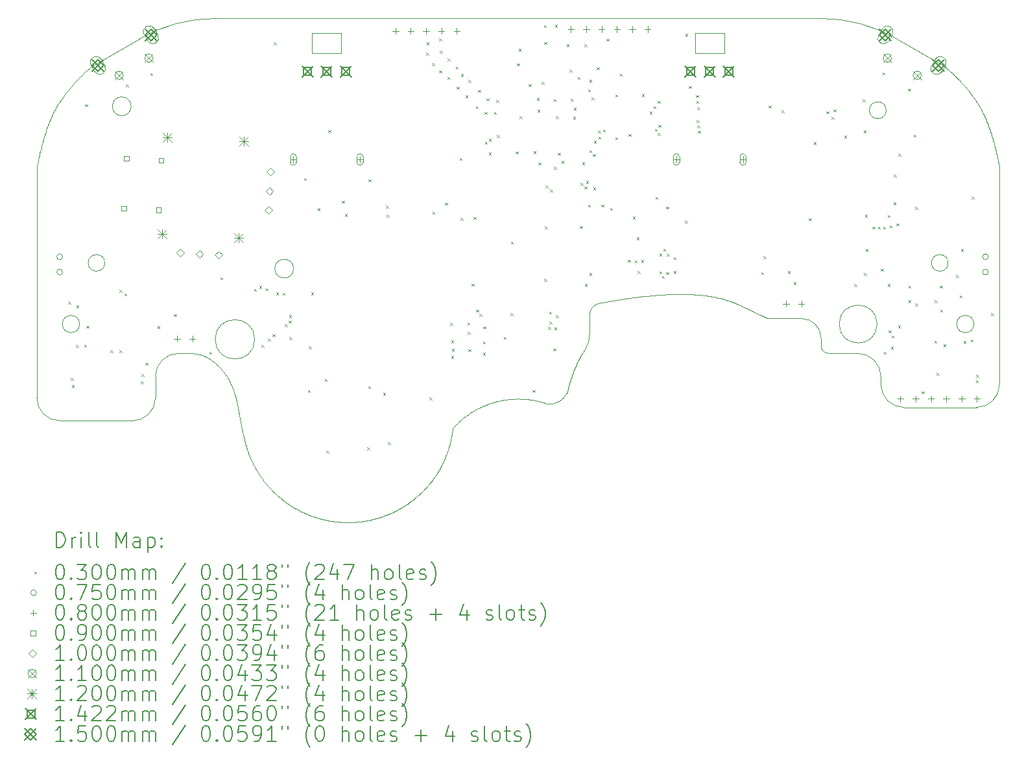
<source format=gbr>
%TF.GenerationSoftware,KiCad,Pcbnew,8.0.2*%
%TF.CreationDate,2024-10-28T19:38:49-07:00*%
%TF.ProjectId,UGC_OpenMain,5547435f-4f70-4656-9e4d-61696e2e6b69,rev?*%
%TF.SameCoordinates,Original*%
%TF.FileFunction,Drillmap*%
%TF.FilePolarity,Positive*%
%FSLAX45Y45*%
G04 Gerber Fmt 4.5, Leading zero omitted, Abs format (unit mm)*
G04 Created by KiCad (PCBNEW 8.0.2) date 2024-10-28 19:38:49*
%MOMM*%
%LPD*%
G01*
G04 APERTURE LIST*
%ADD10C,0.100000*%
%ADD11C,0.200000*%
%ADD12C,0.110000*%
%ADD13C,0.120000*%
%ADD14C,0.142200*%
%ADD15C,0.150000*%
G04 APERTURE END LIST*
D10*
X22845042Y-13194165D02*
X22836143Y-13200574D01*
X22827754Y-13207601D01*
X22819906Y-13215214D01*
X22812631Y-13223383D01*
X22805959Y-13232075D01*
X22803874Y-13235083D01*
X28132187Y-14231648D02*
G75*
G02*
X27832187Y-14531647I-299997J-2D01*
G01*
X26884115Y-14531648D02*
G75*
G02*
X26584112Y-14231648I-5J299998D01*
G01*
X22486871Y-14347809D02*
G75*
G02*
X22225140Y-14484922I-225071J111269D01*
G01*
X25794167Y-9449719D02*
X22906652Y-9449719D01*
X27769833Y-10447238D02*
X27777993Y-10458349D01*
X27785956Y-10469376D01*
X27793727Y-10480317D01*
X27801308Y-10491172D01*
X27808704Y-10501941D01*
X27815917Y-10512623D01*
X27822952Y-10523218D01*
X27829810Y-10533726D01*
X27836496Y-10544146D01*
X27843014Y-10554478D01*
X27849365Y-10564721D01*
X27855555Y-10574875D01*
X27861586Y-10584940D01*
X27867461Y-10594916D01*
X27873184Y-10604801D01*
X27878759Y-10614595D01*
X27884188Y-10624299D01*
X27889475Y-10633911D01*
X27894624Y-10643432D01*
X27899637Y-10652861D01*
X27904519Y-10662197D01*
X27909272Y-10671440D01*
X27913900Y-10680590D01*
X27918406Y-10689647D01*
X27927068Y-10707478D01*
X27935283Y-10724930D01*
X27943078Y-10741999D01*
X27950482Y-10758684D01*
X22803874Y-13235083D02*
X22797990Y-13244540D01*
X22792831Y-13254393D01*
X22788416Y-13264601D01*
X22784765Y-13275123D01*
X18117974Y-14270062D02*
X18111444Y-14255918D01*
X18105412Y-14242943D01*
X18099842Y-14231059D01*
X18094701Y-14220190D01*
X18089953Y-14210258D01*
X18085563Y-14201187D01*
X18079575Y-14189026D01*
X18074196Y-14178369D01*
X18069310Y-14168955D01*
X18063357Y-14157889D01*
X18057791Y-14147957D01*
X18053702Y-14140882D01*
X17757521Y-13862785D02*
X17745468Y-13858450D01*
X17734335Y-13854522D01*
X17723992Y-13850975D01*
X17714310Y-13847781D01*
X17700744Y-13843593D01*
X17687939Y-13840047D01*
X17675461Y-13837051D01*
X17662873Y-13834512D01*
X17649740Y-13832338D01*
X17635626Y-13830439D01*
X17625457Y-13829279D01*
X17614530Y-13828172D01*
X17602715Y-13827092D01*
X18269939Y-14927362D02*
X18272053Y-14937535D01*
X18274275Y-14947829D01*
X18276609Y-14958244D01*
X18279059Y-14968782D01*
X15864545Y-14706648D02*
X16812616Y-14706648D01*
X22690430Y-13821595D02*
X22695724Y-13812956D01*
X22701072Y-13804352D01*
X22701790Y-13803207D01*
X21874684Y-14420600D02*
X21864110Y-14420403D01*
X21853540Y-14420305D01*
X21848662Y-14420294D01*
X27411957Y-10073169D02*
X26791686Y-9716238D01*
X22906652Y-9449719D02*
X17902564Y-9449719D01*
X18359247Y-15207265D02*
X18363829Y-15217528D01*
X18368493Y-15227752D01*
X18373240Y-15237937D01*
X18378069Y-15248082D01*
X18382980Y-15258188D01*
X18387973Y-15268253D01*
X18393047Y-15278278D01*
X18398203Y-15288262D01*
X18403440Y-15298204D01*
X18408758Y-15308104D01*
X18412348Y-15314681D01*
X19158366Y-9903440D02*
X19158366Y-9643440D01*
X25164110Y-13370061D02*
X25546418Y-13370061D01*
X21435098Y-14496662D02*
X21422898Y-14501471D01*
X21410760Y-14506420D01*
X21398686Y-14511507D01*
X21386677Y-14516731D01*
X21374733Y-14522091D01*
X21362857Y-14527588D01*
X21351049Y-14533220D01*
X21339310Y-14538987D01*
X21327642Y-14544887D01*
X21316045Y-14550921D01*
X21304521Y-14557088D01*
X21293071Y-14563386D01*
X21281696Y-14569815D01*
X21270397Y-14576375D01*
X21259175Y-14583065D01*
X21248031Y-14589884D01*
X21236967Y-14596831D01*
X21225983Y-14603906D01*
X21215081Y-14611108D01*
X21204262Y-14618436D01*
X21193526Y-14625890D01*
X21182876Y-14633469D01*
X21172312Y-14641172D01*
X21161835Y-14648998D01*
X21151447Y-14656948D01*
X21141148Y-14665020D01*
X21130940Y-14673213D01*
X21120823Y-14681527D01*
X21110800Y-14689961D01*
X21100870Y-14698515D01*
X21091036Y-14707188D01*
X21081298Y-14715978D01*
X18219411Y-14694504D02*
X18216639Y-14678878D01*
X18214092Y-14664527D01*
X18211756Y-14651365D01*
X18209614Y-14639309D01*
X18207653Y-14628274D01*
X18205856Y-14618173D01*
X18203436Y-14604591D01*
X18201301Y-14592636D01*
X18199399Y-14582021D01*
X18197136Y-14569460D01*
X18195074Y-14558095D01*
X18193586Y-14549947D01*
X25794167Y-9449719D02*
G75*
G02*
X26791687Y-9716237I3J-2000001D01*
G01*
X21848662Y-14420294D02*
X21835412Y-14420312D01*
X21822169Y-14420485D01*
X21808936Y-14420813D01*
X21795713Y-14421296D01*
X21782503Y-14421933D01*
X21769305Y-14422725D01*
X21756121Y-14423670D01*
X21742954Y-14424769D01*
X21729803Y-14426022D01*
X21716671Y-14427427D01*
X21703559Y-14428986D01*
X21690468Y-14430697D01*
X21677399Y-14432561D01*
X21664353Y-14434578D01*
X21651333Y-14436746D01*
X21638339Y-14439067D01*
X21625373Y-14441539D01*
X21612436Y-14444162D01*
X21599529Y-14446937D01*
X21586654Y-14449862D01*
X21573811Y-14452939D01*
X21561003Y-14456166D01*
X21548231Y-14459543D01*
X21535495Y-14463070D01*
X21522798Y-14466747D01*
X21510140Y-14470573D01*
X21497523Y-14474549D01*
X21484949Y-14478674D01*
X21472417Y-14482948D01*
X21459931Y-14487371D01*
X21447491Y-14491942D01*
X21435098Y-14496662D01*
X23739972Y-13059629D02*
X23763020Y-13058337D01*
X23786100Y-13057155D01*
X23809207Y-13056088D01*
X23832332Y-13055142D01*
X23855469Y-13054322D01*
X23878611Y-13053633D01*
X23901750Y-13053082D01*
X23924879Y-13052672D01*
X23947992Y-13052411D01*
X23971081Y-13052302D01*
X23994138Y-13052352D01*
X24017158Y-13052566D01*
X24040132Y-13052950D01*
X24063054Y-13053508D01*
X24085916Y-13054247D01*
X24108712Y-13055171D01*
X24131433Y-13056286D01*
X24154074Y-13057598D01*
X24176627Y-13059112D01*
X24199085Y-13060833D01*
X24221440Y-13062766D01*
X24243686Y-13064918D01*
X24265816Y-13067294D01*
X24287821Y-13069898D01*
X24309696Y-13072737D01*
X24331434Y-13075816D01*
X24353026Y-13079140D01*
X24374465Y-13082714D01*
X24395746Y-13086545D01*
X24416860Y-13090637D01*
X24437801Y-13094997D01*
X24458561Y-13099628D01*
X19509600Y-16028754D02*
X19526216Y-16030050D01*
X19542837Y-16031144D01*
X19559462Y-16032037D01*
X19576088Y-16032728D01*
X19592714Y-16033218D01*
X19609337Y-16033508D01*
X19625957Y-16033596D01*
X19642571Y-16033485D01*
X19659177Y-16033173D01*
X19675774Y-16032660D01*
X19692360Y-16031948D01*
X19708933Y-16031037D01*
X19725491Y-16029926D01*
X19742032Y-16028615D01*
X19758556Y-16027106D01*
X19775059Y-16025397D01*
X19791541Y-16023490D01*
X19807998Y-16021384D01*
X19824430Y-16019080D01*
X19840835Y-16016578D01*
X19857211Y-16013878D01*
X19873556Y-16010981D01*
X19889868Y-16007886D01*
X19906146Y-16004593D01*
X19922388Y-16001104D01*
X19938591Y-15997417D01*
X19954755Y-15993534D01*
X19970877Y-15989455D01*
X19986955Y-15985179D01*
X20002989Y-15980707D01*
X20018975Y-15976039D01*
X20034912Y-15971175D01*
X21081298Y-14715978D02*
X21073796Y-14722892D01*
X21066360Y-14729870D01*
X21058990Y-14736912D01*
X21051686Y-14744018D01*
X21044450Y-14751187D01*
X21037281Y-14758418D01*
X21030180Y-14765711D01*
X21023146Y-14773066D01*
X22778204Y-13537548D02*
X22778031Y-13550691D01*
X22777513Y-13563815D01*
X22776651Y-13576913D01*
X22775447Y-13589979D01*
X22773900Y-13603006D01*
X22772012Y-13615987D01*
X22769784Y-13628916D01*
X22767217Y-13641785D01*
X22764312Y-13654589D01*
X22761069Y-13667320D01*
X22758721Y-13675763D01*
X17112616Y-14406648D02*
X17112616Y-14127092D01*
X22898663Y-13171939D02*
X22923786Y-13166937D01*
X22949000Y-13162009D01*
X22974303Y-13157157D01*
X22999694Y-13152382D01*
X23025170Y-13147688D01*
X23050731Y-13143076D01*
X23076375Y-13138549D01*
X23102100Y-13134109D01*
X23127905Y-13129758D01*
X23153788Y-13125499D01*
X23179748Y-13121334D01*
X23205784Y-13117265D01*
X23231893Y-13113295D01*
X23258074Y-13109426D01*
X23284327Y-13105659D01*
X23310648Y-13101999D01*
X23337038Y-13098445D01*
X23363493Y-13095002D01*
X23390013Y-13091671D01*
X23416597Y-13088455D01*
X23443242Y-13085355D01*
X23469947Y-13082375D01*
X23496711Y-13079516D01*
X23523532Y-13076781D01*
X23550408Y-13074172D01*
X23577339Y-13071691D01*
X23604322Y-13069341D01*
X23631356Y-13067123D01*
X23658440Y-13065041D01*
X23685571Y-13063096D01*
X23712749Y-13061291D01*
X23739972Y-13059629D01*
X16905045Y-9716238D02*
G75*
G02*
X17902564Y-9449720I997515J-1733472D01*
G01*
X25903918Y-13827092D02*
G75*
G02*
X25803918Y-13727092I2J100002D01*
G01*
X18407813Y-13642561D02*
G75*
G02*
X17892813Y-13642561I-257500J0D01*
G01*
X17892813Y-13642561D02*
G75*
G02*
X18407813Y-13642561I257500J0D01*
G01*
X17412616Y-13827092D02*
X17602715Y-13827092D01*
X18053702Y-14140882D02*
X18044899Y-14128103D01*
X18036782Y-14116391D01*
X18029303Y-14105676D01*
X18022415Y-14095889D01*
X18016071Y-14086960D01*
X18010224Y-14078819D01*
X18002282Y-14067932D01*
X17995194Y-14058427D01*
X17988799Y-14050068D01*
X17981078Y-14040300D01*
X17973930Y-14031593D01*
X17968719Y-14025425D01*
X22225140Y-14484921D02*
X22214573Y-14481244D01*
X22203973Y-14477673D01*
X22193341Y-14474208D01*
X22182678Y-14470849D01*
X22171985Y-14467597D01*
X22161262Y-14464451D01*
X22150510Y-14461412D01*
X22139730Y-14458479D01*
X22128923Y-14455654D01*
X22118089Y-14452935D01*
X22107230Y-14450324D01*
X22096346Y-14447821D01*
X22085438Y-14445425D01*
X22074507Y-14443138D01*
X22063553Y-14440958D01*
X22052578Y-14438886D01*
X22041582Y-14436923D01*
X22030566Y-14435069D01*
X22019530Y-14433323D01*
X22008477Y-14431686D01*
X21997405Y-14430158D01*
X21986317Y-14428739D01*
X21975213Y-14427430D01*
X21964093Y-14426230D01*
X21952959Y-14425141D01*
X21941812Y-14424161D01*
X21930651Y-14423291D01*
X21919479Y-14422531D01*
X21908295Y-14421882D01*
X21897101Y-14421344D01*
X21885897Y-14420916D01*
X21874684Y-14420600D01*
X22486871Y-14347809D02*
X22490396Y-14330438D01*
X22494109Y-14313106D01*
X22498009Y-14295815D01*
X22502095Y-14278567D01*
X22506368Y-14261365D01*
X22510826Y-14244209D01*
X22515470Y-14227104D01*
X22520298Y-14210050D01*
X22525310Y-14193049D01*
X22530506Y-14176104D01*
X22535886Y-14159217D01*
X22541449Y-14142389D01*
X22547194Y-14125624D01*
X22553121Y-14108922D01*
X22559230Y-14092287D01*
X22565520Y-14075719D01*
X22571990Y-14059222D01*
X22578641Y-14042797D01*
X22585472Y-14026446D01*
X22592482Y-14010172D01*
X22599671Y-13993976D01*
X22607039Y-13977861D01*
X22614584Y-13961828D01*
X22622307Y-13945880D01*
X22630207Y-13930019D01*
X22638284Y-13914247D01*
X22646537Y-13898565D01*
X22654966Y-13882977D01*
X22663570Y-13867483D01*
X22672349Y-13852087D01*
X22681303Y-13836790D01*
X22690430Y-13821595D01*
X17112616Y-14127092D02*
G75*
G02*
X17412616Y-13827096I299994J2D01*
G01*
X15564545Y-11397080D02*
X15564545Y-14406648D01*
X24897780Y-13271849D02*
X24908160Y-13277132D01*
X24918405Y-13282320D01*
X24928516Y-13287407D01*
X24938493Y-13292390D01*
X24948335Y-13297263D01*
X24958044Y-13302022D01*
X24967619Y-13306661D01*
X24977061Y-13311177D01*
X24986369Y-13315564D01*
X24995545Y-13319817D01*
X25013497Y-13327905D01*
X25030919Y-13335403D01*
X25047813Y-13342273D01*
X25064179Y-13348476D01*
X25080020Y-13353975D01*
X25095336Y-13358732D01*
X25110130Y-13362710D01*
X25124403Y-13365869D01*
X25138156Y-13368173D01*
X25151391Y-13369583D01*
X25164110Y-13370061D01*
X15564545Y-11397080D02*
X15570092Y-11369428D01*
X15575662Y-11342160D01*
X15581263Y-11315269D01*
X15586902Y-11288748D01*
X15592586Y-11262589D01*
X15598323Y-11236786D01*
X15604120Y-11211331D01*
X15609984Y-11186216D01*
X15615922Y-11161435D01*
X15621942Y-11136980D01*
X15628051Y-11112845D01*
X15634256Y-11089021D01*
X15640565Y-11065502D01*
X15646985Y-11042280D01*
X15653523Y-11019349D01*
X15660186Y-10996700D01*
X15666982Y-10974327D01*
X15673918Y-10952222D01*
X15681002Y-10930379D01*
X15688240Y-10908790D01*
X15695640Y-10887447D01*
X15703209Y-10866344D01*
X15710955Y-10845473D01*
X15718884Y-10824827D01*
X15727004Y-10804399D01*
X15735323Y-10784181D01*
X15743848Y-10764167D01*
X15752585Y-10744348D01*
X15761542Y-10724719D01*
X15770727Y-10705271D01*
X15780147Y-10685998D01*
X15789809Y-10666892D01*
X20990026Y-14842116D02*
X20991388Y-14832153D01*
X20992751Y-14822189D01*
X20994113Y-14812225D01*
X20995476Y-14802262D01*
X22898663Y-13171939D02*
X22887997Y-13174490D01*
X22877568Y-13177806D01*
X22867417Y-13181870D01*
X22857586Y-13186664D01*
X22848113Y-13192173D01*
X22845042Y-13194165D01*
X16451966Y-12643440D02*
G75*
G02*
X16234765Y-12643440I-108600J0D01*
G01*
X16234765Y-12643440D02*
G75*
G02*
X16451966Y-12643440I108600J0D01*
G01*
X17867504Y-13930354D02*
X17855728Y-13922476D01*
X17844902Y-13915288D01*
X17834963Y-13908746D01*
X17825847Y-13902808D01*
X17813577Y-13894937D01*
X17802803Y-13888180D01*
X17793308Y-13882388D01*
X17782268Y-13875915D01*
X17772614Y-13870551D01*
X17761718Y-13864875D01*
X17757521Y-13862785D01*
X22758721Y-13675763D02*
X22754921Y-13688346D01*
X22750796Y-13700816D01*
X22746347Y-13713165D01*
X22741578Y-13725389D01*
X22736490Y-13737481D01*
X22731087Y-13749435D01*
X22725372Y-13761244D01*
X22719348Y-13772902D01*
X22713016Y-13784403D01*
X22706381Y-13795742D01*
X22701790Y-13803207D01*
X20510027Y-15711577D02*
X20522986Y-15700573D01*
X20535801Y-15689416D01*
X20548471Y-15678108D01*
X20560994Y-15666651D01*
X20573370Y-15655045D01*
X20585597Y-15643293D01*
X20597674Y-15631395D01*
X20609600Y-15619354D01*
X20621373Y-15607171D01*
X20632993Y-15594848D01*
X20644458Y-15582385D01*
X20655767Y-15569785D01*
X20666918Y-15557048D01*
X20677911Y-15544178D01*
X20688745Y-15531174D01*
X20699417Y-15518039D01*
X20709928Y-15504773D01*
X20720275Y-15491379D01*
X20730458Y-15477859D01*
X20740475Y-15464212D01*
X20750325Y-15450442D01*
X20760007Y-15436549D01*
X20769520Y-15422535D01*
X20778862Y-15408402D01*
X20788032Y-15394151D01*
X20797030Y-15379784D01*
X20805853Y-15365301D01*
X20814502Y-15350705D01*
X20822973Y-15335997D01*
X20831267Y-15321179D01*
X20839382Y-15306252D01*
X20847317Y-15291217D01*
X27411957Y-10073169D02*
X27424224Y-10083546D01*
X27436451Y-10094017D01*
X27448636Y-10104578D01*
X27460775Y-10115231D01*
X27472866Y-10125973D01*
X27484905Y-10136804D01*
X27496889Y-10147724D01*
X27508815Y-10158732D01*
X27520681Y-10169827D01*
X27532482Y-10181008D01*
X27544217Y-10192274D01*
X27555882Y-10203625D01*
X27567474Y-10215059D01*
X27578990Y-10226577D01*
X27590427Y-10238177D01*
X27601782Y-10249859D01*
X27613052Y-10261621D01*
X27624233Y-10273464D01*
X27635324Y-10285386D01*
X27646321Y-10297386D01*
X27657220Y-10309464D01*
X27668019Y-10321619D01*
X27678715Y-10333851D01*
X27689305Y-10346158D01*
X27699785Y-10358539D01*
X27710153Y-10370995D01*
X27720406Y-10383523D01*
X27730540Y-10396124D01*
X27740553Y-10408797D01*
X27750442Y-10421541D01*
X27760203Y-10434355D01*
X27769833Y-10447238D01*
X19020879Y-15894144D02*
X19035277Y-15901058D01*
X19049747Y-15907802D01*
X19064286Y-15914375D01*
X19078895Y-15920777D01*
X19093570Y-15927008D01*
X19108311Y-15933066D01*
X19123115Y-15938952D01*
X19137982Y-15944665D01*
X19152910Y-15950205D01*
X19167898Y-15955571D01*
X19182943Y-15960762D01*
X19198045Y-15965779D01*
X19213202Y-15970621D01*
X19228412Y-15975287D01*
X19243674Y-15979777D01*
X19258986Y-15984091D01*
X19274347Y-15988228D01*
X19289755Y-15992187D01*
X19305210Y-15995969D01*
X19320708Y-15999572D01*
X19336250Y-16002997D01*
X19351833Y-16006243D01*
X19367455Y-16009309D01*
X19383116Y-16012196D01*
X19398814Y-16014902D01*
X19414547Y-16017427D01*
X19430313Y-16019770D01*
X19446112Y-16021932D01*
X19461942Y-16023912D01*
X19477800Y-16025710D01*
X19493687Y-16027324D01*
X19509600Y-16028754D01*
X16795206Y-10597780D02*
G75*
G02*
X16550206Y-10597780I-122500J0D01*
G01*
X16550206Y-10597780D02*
G75*
G02*
X16795206Y-10597780I122500J0D01*
G01*
X18248300Y-14839945D02*
X18245057Y-14824242D01*
X18242089Y-14809818D01*
X18239379Y-14796589D01*
X18236908Y-14784469D01*
X18234659Y-14773373D01*
X18232613Y-14763215D01*
X18229888Y-14749552D01*
X18227519Y-14737521D01*
X18225448Y-14726835D01*
X18223042Y-14714180D01*
X18220913Y-14702722D01*
X18219411Y-14694504D01*
X24458561Y-13099628D02*
X24474564Y-13103430D01*
X24490430Y-13107411D01*
X24506157Y-13111565D01*
X24521744Y-13115882D01*
X24537191Y-13120357D01*
X24552496Y-13124979D01*
X24567659Y-13129743D01*
X24582678Y-13134640D01*
X24597553Y-13139662D01*
X24612283Y-13144802D01*
X24626867Y-13150051D01*
X24641304Y-13155403D01*
X24655593Y-13160848D01*
X24669733Y-13166380D01*
X24683724Y-13171991D01*
X24697564Y-13177672D01*
X24711252Y-13183417D01*
X24724788Y-13189216D01*
X24738171Y-13195063D01*
X24751399Y-13200950D01*
X24764472Y-13206869D01*
X24777390Y-13212811D01*
X24790150Y-13218770D01*
X24802752Y-13224738D01*
X24815196Y-13230706D01*
X24827480Y-13236667D01*
X24839604Y-13242613D01*
X24851565Y-13248537D01*
X24863365Y-13254430D01*
X24875001Y-13260285D01*
X24886473Y-13266094D01*
X24897780Y-13271849D01*
X18279059Y-14968782D02*
X18282765Y-14984053D01*
X18286648Y-14999282D01*
X18290707Y-15014467D01*
X18294941Y-15029607D01*
X18299349Y-15044700D01*
X18303932Y-15059746D01*
X18308689Y-15074742D01*
X18313620Y-15089687D01*
X18318723Y-15104581D01*
X18323998Y-15119421D01*
X18329446Y-15134207D01*
X18335065Y-15148936D01*
X18340855Y-15163608D01*
X18346816Y-15178221D01*
X18352947Y-15192774D01*
X18359247Y-15207265D01*
X24158366Y-9903440D02*
X24158366Y-9643440D01*
X20859124Y-15267973D02*
X20865185Y-15255600D01*
X20871120Y-15243172D01*
X20876929Y-15230690D01*
X20882611Y-15218155D01*
X20888166Y-15205567D01*
X20893593Y-15192928D01*
X20898893Y-15180238D01*
X20904065Y-15167500D01*
X20909108Y-15154712D01*
X20914023Y-15141878D01*
X20918809Y-15128996D01*
X20923466Y-15116070D01*
X20927993Y-15103099D01*
X20932390Y-15090084D01*
X20936658Y-15077027D01*
X20940794Y-15063928D01*
X20944800Y-15050788D01*
X20948676Y-15037610D01*
X20952419Y-15024392D01*
X20956031Y-15011137D01*
X20959511Y-14997845D01*
X20962859Y-14984517D01*
X20966075Y-14971155D01*
X20969157Y-14957759D01*
X20972106Y-14944330D01*
X20974922Y-14930870D01*
X20977604Y-14917378D01*
X20980152Y-14903857D01*
X20982565Y-14890307D01*
X20984844Y-14876730D01*
X20986988Y-14863125D01*
X20988997Y-14849494D01*
X25803918Y-13627561D02*
X25803918Y-13727092D01*
X27799073Y-13442726D02*
G75*
G02*
X27574073Y-13442726I-112500J0D01*
G01*
X27574073Y-13442726D02*
G75*
G02*
X27799073Y-13442726I112500J0D01*
G01*
X26584115Y-14127092D02*
X26584115Y-14231648D01*
X25903918Y-13827092D02*
X26284115Y-13827092D01*
X26884115Y-14531648D02*
X27832187Y-14531648D01*
X18412348Y-15314681D02*
X18417908Y-15324684D01*
X18423551Y-15334643D01*
X18429277Y-15344556D01*
X18435085Y-15354424D01*
X18440975Y-15364246D01*
X18446947Y-15374021D01*
X18453000Y-15383749D01*
X18459135Y-15393429D01*
X18465352Y-15403062D01*
X18471649Y-15412646D01*
X18478028Y-15422180D01*
X18484486Y-15431666D01*
X18491026Y-15441101D01*
X18497645Y-15450485D01*
X18504345Y-15459818D01*
X18511124Y-15469100D01*
X18517983Y-15478330D01*
X18524921Y-15487507D01*
X18531938Y-15496630D01*
X18539034Y-15505701D01*
X18546209Y-15514717D01*
X18553462Y-15523678D01*
X18560794Y-15532585D01*
X18568203Y-15541435D01*
X18575691Y-15550230D01*
X18583256Y-15558968D01*
X18590898Y-15567649D01*
X18598618Y-15576272D01*
X18606415Y-15584837D01*
X18614288Y-15593344D01*
X18622238Y-15601791D01*
X18630264Y-15610179D01*
X16122659Y-13442726D02*
G75*
G02*
X15897659Y-13442726I-112500J0D01*
G01*
X15897659Y-13442726D02*
G75*
G02*
X16122659Y-13442726I112500J0D01*
G01*
X18162574Y-14407659D02*
X18158089Y-14392692D01*
X18153943Y-14378953D01*
X18150111Y-14366362D01*
X18146569Y-14354836D01*
X18143294Y-14344296D01*
X18140261Y-14334658D01*
X18136114Y-14321717D01*
X18132377Y-14310351D01*
X18128969Y-14300285D01*
X18124796Y-14288411D01*
X18120871Y-14277710D01*
X18117974Y-14270062D01*
X18916526Y-12719100D02*
G75*
G02*
X18671526Y-12719100I-122500J0D01*
G01*
X18671526Y-12719100D02*
G75*
G02*
X18916526Y-12719100I122500J0D01*
G01*
X21023146Y-14773066D02*
X21016229Y-14780365D01*
X21009311Y-14787664D01*
X21002393Y-14794963D01*
X20995476Y-14802262D01*
X27950482Y-10758684D02*
X27957443Y-10774807D01*
X27964276Y-10791069D01*
X27970984Y-10807479D01*
X27977574Y-10824048D01*
X27984048Y-10840788D01*
X27990412Y-10857709D01*
X27996670Y-10874823D01*
X28002828Y-10892139D01*
X28008888Y-10909670D01*
X28014857Y-10927425D01*
X28020739Y-10945416D01*
X28026537Y-10963655D01*
X28032258Y-10982151D01*
X28037904Y-11000915D01*
X28043482Y-11019960D01*
X28048995Y-11039294D01*
X28054449Y-11058931D01*
X28059847Y-11078879D01*
X28065195Y-11099151D01*
X28070496Y-11119757D01*
X28075756Y-11140709D01*
X28080979Y-11162016D01*
X28086170Y-11183691D01*
X28091332Y-11205743D01*
X28096472Y-11228185D01*
X28101593Y-11251026D01*
X28106700Y-11274277D01*
X28111798Y-11297951D01*
X28116891Y-11322057D01*
X28121984Y-11346607D01*
X28127081Y-11371611D01*
X28132187Y-11397080D01*
X24538366Y-9643440D02*
X24538366Y-9903440D01*
X28132187Y-14231648D02*
X28132187Y-11397080D01*
X25546418Y-13370061D02*
G75*
G02*
X25803918Y-13627561I2J-257499D01*
G01*
X15789809Y-10666892D02*
X15795602Y-10655742D01*
X15801848Y-10643968D01*
X15808564Y-10631585D01*
X15815768Y-10618608D01*
X15823477Y-10605051D01*
X15831707Y-10590928D01*
X15840476Y-10576255D01*
X15849800Y-10561046D01*
X15859698Y-10545315D01*
X15870185Y-10529077D01*
X15881280Y-10512347D01*
X15892999Y-10495139D01*
X15905359Y-10477469D01*
X15918377Y-10459350D01*
X15932071Y-10440797D01*
X15946457Y-10421824D01*
X15961553Y-10402447D01*
X15977376Y-10382680D01*
X15993943Y-10362538D01*
X16011270Y-10342035D01*
X16029376Y-10321185D01*
X16048276Y-10300004D01*
X16067989Y-10278506D01*
X16088532Y-10256706D01*
X16109920Y-10234618D01*
X16132172Y-10212256D01*
X16155305Y-10189636D01*
X16179335Y-10166772D01*
X16204280Y-10143679D01*
X16230157Y-10120371D01*
X16256983Y-10096862D01*
X16284775Y-10073169D01*
X16905045Y-9716238D02*
X16284775Y-10073169D01*
X19538366Y-9643440D02*
X19538366Y-9903440D01*
X17112616Y-14406648D02*
G75*
G02*
X16812616Y-14706646I-299996J-2D01*
G01*
X19538366Y-9903440D02*
X19158366Y-9903440D01*
X18269939Y-14927362D02*
X18267068Y-14916432D01*
X18264245Y-14905503D01*
X18261469Y-14894575D01*
X18258740Y-14883647D01*
X18256059Y-14872721D01*
X18253426Y-14861795D01*
X18250839Y-14850870D01*
X18248300Y-14839945D01*
X22778204Y-13537548D02*
X22778204Y-13319001D01*
X24158366Y-9643440D02*
X24538366Y-9643440D01*
X24538366Y-9903440D02*
X24158366Y-9903440D01*
X15864545Y-14706648D02*
G75*
G02*
X15564542Y-14406648I5J300008D01*
G01*
X20988997Y-14849494D02*
X20990026Y-14842116D01*
X26534073Y-13442726D02*
G75*
G02*
X26039073Y-13442726I-247500J0D01*
G01*
X26039073Y-13442726D02*
G75*
G02*
X26534073Y-13442726I247500J0D01*
G01*
X26653366Y-10649440D02*
G75*
G02*
X26433366Y-10649440I-110000J0D01*
G01*
X26433366Y-10649440D02*
G75*
G02*
X26653366Y-10649440I110000J0D01*
G01*
X18193586Y-14549947D02*
X18190421Y-14534531D01*
X18187499Y-14520375D01*
X18184804Y-14507397D01*
X18182318Y-14495511D01*
X18180024Y-14484634D01*
X18177906Y-14474684D01*
X18175019Y-14461310D01*
X18172429Y-14449547D01*
X18170078Y-14439114D01*
X18167217Y-14426781D01*
X18164541Y-14415638D01*
X18162574Y-14407659D01*
X18630264Y-15610179D02*
X18640879Y-15621060D01*
X18651607Y-15631820D01*
X18662448Y-15642458D01*
X18673400Y-15652974D01*
X18684462Y-15663366D01*
X18695633Y-15673633D01*
X18706913Y-15683775D01*
X18718299Y-15693791D01*
X18729792Y-15703680D01*
X18741389Y-15713441D01*
X18753091Y-15723074D01*
X18764895Y-15732577D01*
X18776800Y-15741949D01*
X18788807Y-15751191D01*
X18800912Y-15760300D01*
X18813116Y-15769277D01*
X18825418Y-15778120D01*
X18837815Y-15786828D01*
X18850308Y-15795401D01*
X18862895Y-15803838D01*
X18875574Y-15812137D01*
X18888346Y-15820299D01*
X18901209Y-15828322D01*
X18914161Y-15836205D01*
X18927202Y-15843948D01*
X18940330Y-15851549D01*
X18953545Y-15859009D01*
X18966845Y-15866325D01*
X18980230Y-15873498D01*
X18993698Y-15880526D01*
X19007248Y-15887408D01*
X19020879Y-15894144D01*
X20034912Y-15971175D02*
X20051188Y-15965989D01*
X20067388Y-15960606D01*
X20083512Y-15955024D01*
X20099557Y-15949247D01*
X20115522Y-15943274D01*
X20131405Y-15937106D01*
X20147204Y-15930745D01*
X20162919Y-15924192D01*
X20178546Y-15917446D01*
X20194085Y-15910510D01*
X20209533Y-15903385D01*
X20224889Y-15896070D01*
X20240151Y-15888567D01*
X20255318Y-15880878D01*
X20270387Y-15873002D01*
X20285358Y-15864942D01*
X20300227Y-15856697D01*
X20314995Y-15848269D01*
X20329658Y-15839659D01*
X20344215Y-15830868D01*
X20358665Y-15821897D01*
X20373006Y-15812746D01*
X20387235Y-15803416D01*
X20401352Y-15793909D01*
X20415355Y-15784226D01*
X20429242Y-15774367D01*
X20443010Y-15764333D01*
X20456660Y-15754125D01*
X20470187Y-15743745D01*
X20483593Y-15733193D01*
X20496873Y-15722470D01*
X20510027Y-15711577D01*
X17968719Y-14025425D02*
X17958040Y-14014711D01*
X17948209Y-14004907D01*
X17939170Y-13995955D01*
X17930864Y-13987795D01*
X17923234Y-13980369D01*
X17912931Y-13970479D01*
X17903826Y-13961910D01*
X17895726Y-13954464D01*
X17886153Y-13945942D01*
X17877562Y-13938597D01*
X17869493Y-13931958D01*
X17867504Y-13930354D01*
X19158366Y-9643440D02*
X19538366Y-9643440D01*
X20847317Y-15291217D02*
X20852167Y-15281799D01*
X20856944Y-15272347D01*
X20859124Y-15267973D01*
X26284115Y-13827092D02*
G75*
G02*
X26584118Y-14127092I5J-299998D01*
G01*
X27461966Y-12643440D02*
G75*
G02*
X27244765Y-12643440I-108600J0D01*
G01*
X27244765Y-12643440D02*
G75*
G02*
X27461966Y-12643440I108600J0D01*
G01*
X22784765Y-13275123D02*
X22781904Y-13285887D01*
X22779853Y-13296818D01*
X22778617Y-13307872D01*
X22778204Y-13319001D01*
D11*
D10*
X15974300Y-13147280D02*
X16004300Y-13177280D01*
X16004300Y-13147280D02*
X15974300Y-13177280D01*
X16007320Y-14148040D02*
X16037320Y-14178040D01*
X16037320Y-14148040D02*
X16007320Y-14178040D01*
X16020020Y-14242020D02*
X16050020Y-14272020D01*
X16050020Y-14242020D02*
X16020020Y-14272020D01*
X16075900Y-13716240D02*
X16105900Y-13746240D01*
X16105900Y-13716240D02*
X16075900Y-13746240D01*
X16080980Y-13198080D02*
X16110980Y-13228080D01*
X16110980Y-13198080D02*
X16080980Y-13228080D01*
X16180040Y-13711160D02*
X16210040Y-13741160D01*
X16210040Y-13711160D02*
X16180040Y-13741160D01*
X16195280Y-10571720D02*
X16225280Y-10601720D01*
X16225280Y-10571720D02*
X16195280Y-10601720D01*
X16210520Y-13467320D02*
X16240520Y-13497320D01*
X16240520Y-13467320D02*
X16210520Y-13497320D01*
X16526026Y-13783853D02*
X16556026Y-13813853D01*
X16556026Y-13783853D02*
X16526026Y-13813853D01*
X16641900Y-13784699D02*
X16671900Y-13814699D01*
X16671900Y-13784699D02*
X16641900Y-13814699D01*
X16644860Y-12997420D02*
X16674860Y-13027420D01*
X16674860Y-12997420D02*
X16644860Y-13027420D01*
X16708360Y-13043140D02*
X16738360Y-13073140D01*
X16738360Y-13043140D02*
X16708360Y-13073140D01*
X16726140Y-10310100D02*
X16756140Y-10340100D01*
X16756140Y-10310100D02*
X16726140Y-10340100D01*
X16921720Y-14188680D02*
X16951720Y-14218680D01*
X16951720Y-14188680D02*
X16921720Y-14218680D01*
X16929340Y-14097240D02*
X16959340Y-14127240D01*
X16959340Y-14097240D02*
X16929340Y-14127240D01*
X16980140Y-13947380D02*
X17010140Y-13977380D01*
X17010140Y-13947380D02*
X16980140Y-13977380D01*
X17046180Y-10165320D02*
X17076180Y-10195320D01*
X17076180Y-10165320D02*
X17046180Y-10195320D01*
X17140160Y-13469860D02*
X17170160Y-13499860D01*
X17170160Y-13469860D02*
X17140160Y-13499860D01*
X17355746Y-13313152D02*
X17385746Y-13343152D01*
X17385746Y-13313152D02*
X17355746Y-13343152D01*
X17815800Y-13802600D02*
X17845800Y-13832600D01*
X17845800Y-13802600D02*
X17815800Y-13832600D01*
X17960580Y-12829780D02*
X17990580Y-12859780D01*
X17990580Y-12829780D02*
X17960580Y-12859780D01*
X18400000Y-12984720D02*
X18430000Y-13014720D01*
X18430000Y-12984720D02*
X18400000Y-13014720D01*
X18466040Y-12944080D02*
X18496040Y-12974080D01*
X18496040Y-12944080D02*
X18466040Y-12974080D01*
X18496520Y-13713700D02*
X18526520Y-13743700D01*
X18526520Y-13713700D02*
X18496520Y-13743700D01*
X18552400Y-12974560D02*
X18582400Y-13004560D01*
X18582400Y-12974560D02*
X18552400Y-13004560D01*
X18582880Y-13629880D02*
X18612880Y-13659880D01*
X18612880Y-13629880D02*
X18582880Y-13659880D01*
X18641300Y-13576540D02*
X18671300Y-13606540D01*
X18671300Y-13576540D02*
X18641300Y-13606540D01*
X18659080Y-9761460D02*
X18689080Y-9791460D01*
X18689080Y-9761460D02*
X18659080Y-9791460D01*
X18689560Y-13030440D02*
X18719560Y-13060440D01*
X18719560Y-13030440D02*
X18689560Y-13060440D01*
X18771761Y-13032693D02*
X18801761Y-13062693D01*
X18801761Y-13032693D02*
X18771761Y-13062693D01*
X18802197Y-13445370D02*
X18832197Y-13475370D01*
X18832197Y-13445370D02*
X18802197Y-13475370D01*
X18852239Y-13397927D02*
X18882239Y-13427927D01*
X18882239Y-13397927D02*
X18852239Y-13427927D01*
X18857438Y-13326438D02*
X18887438Y-13356438D01*
X18887438Y-13326438D02*
X18857438Y-13356438D01*
X18860327Y-13612742D02*
X18890327Y-13642742D01*
X18890327Y-13612742D02*
X18860327Y-13642742D01*
X19052780Y-11534380D02*
X19082780Y-11564380D01*
X19082780Y-11534380D02*
X19052780Y-11564380D01*
X19103580Y-14302980D02*
X19133580Y-14332980D01*
X19133580Y-14302980D02*
X19103580Y-14332980D01*
X19113740Y-13731480D02*
X19143740Y-13761480D01*
X19143740Y-13731480D02*
X19113740Y-13761480D01*
X19144220Y-13030440D02*
X19174220Y-13060440D01*
X19174220Y-13030440D02*
X19144220Y-13060440D01*
X19228040Y-11928080D02*
X19258040Y-11958080D01*
X19258040Y-11928080D02*
X19228040Y-11958080D01*
X19324560Y-14158200D02*
X19354560Y-14188200D01*
X19354560Y-14158200D02*
X19324560Y-14188200D01*
X19342340Y-15095460D02*
X19372340Y-15125460D01*
X19372340Y-15095460D02*
X19342340Y-15125460D01*
X19367740Y-10907000D02*
X19397740Y-10937000D01*
X19397740Y-10907000D02*
X19367740Y-10937000D01*
X19548080Y-11831560D02*
X19578080Y-11861560D01*
X19578080Y-11831560D02*
X19548080Y-11861560D01*
X19586180Y-12004280D02*
X19616180Y-12034280D01*
X19616180Y-12004280D02*
X19586180Y-12034280D01*
X19875740Y-15052280D02*
X19905740Y-15082280D01*
X19905740Y-15052280D02*
X19875740Y-15082280D01*
X19888440Y-14252180D02*
X19918440Y-14282180D01*
X19918440Y-14252180D02*
X19888440Y-14282180D01*
X19894790Y-11553430D02*
X19924790Y-11583430D01*
X19924790Y-11553430D02*
X19894790Y-11583430D01*
X20084020Y-14343620D02*
X20114020Y-14373620D01*
X20114020Y-14343620D02*
X20084020Y-14373620D01*
X20121600Y-11895580D02*
X20151600Y-11925580D01*
X20151600Y-11895580D02*
X20121600Y-11925580D01*
X20132280Y-12014440D02*
X20162280Y-12044440D01*
X20162280Y-12014440D02*
X20132280Y-12044440D01*
X20150060Y-14983700D02*
X20180060Y-15013700D01*
X20180060Y-14983700D02*
X20150060Y-15013700D01*
X20648449Y-9896454D02*
X20678449Y-9926454D01*
X20678449Y-9896454D02*
X20648449Y-9926454D01*
X20651385Y-9762119D02*
X20681385Y-9792119D01*
X20681385Y-9762119D02*
X20651385Y-9792119D01*
X20691080Y-14402040D02*
X20721080Y-14432040D01*
X20721080Y-14402040D02*
X20691080Y-14432040D01*
X20725263Y-10034169D02*
X20755263Y-10064169D01*
X20755263Y-10034169D02*
X20725263Y-10064169D01*
X20729180Y-11973800D02*
X20759180Y-12003800D01*
X20759180Y-11973800D02*
X20729180Y-12003800D01*
X20815351Y-9709723D02*
X20845351Y-9739723D01*
X20845351Y-9709723D02*
X20815351Y-9739723D01*
X20817756Y-10128864D02*
X20847756Y-10158864D01*
X20847756Y-10128864D02*
X20817756Y-10158864D01*
X20824726Y-9872019D02*
X20854726Y-9902019D01*
X20854726Y-9872019D02*
X20824726Y-9902019D01*
X20891740Y-11856960D02*
X20921740Y-11886960D01*
X20921740Y-11856960D02*
X20891740Y-11886960D01*
X20922500Y-10213792D02*
X20952500Y-10243792D01*
X20952500Y-10213792D02*
X20922500Y-10243792D01*
X20927822Y-9973158D02*
X20957822Y-10003158D01*
X20957822Y-9973158D02*
X20927822Y-10003158D01*
X20962016Y-13427307D02*
X20992016Y-13457307D01*
X20992016Y-13427307D02*
X20962016Y-13457307D01*
X20975560Y-13657820D02*
X21005560Y-13687820D01*
X21005560Y-13657820D02*
X20975560Y-13687820D01*
X20975560Y-13861020D02*
X21005560Y-13891020D01*
X21005560Y-13861020D02*
X20975560Y-13891020D01*
X20983180Y-13764500D02*
X21013180Y-13794500D01*
X21013180Y-13764500D02*
X20983180Y-13794500D01*
X21034508Y-10078865D02*
X21064508Y-10108865D01*
X21064508Y-10078865D02*
X21034508Y-10108865D01*
X21047174Y-10342892D02*
X21077174Y-10372892D01*
X21077174Y-10342892D02*
X21047174Y-10372892D01*
X21083267Y-11272590D02*
X21113267Y-11302590D01*
X21113267Y-11272590D02*
X21083267Y-11302590D01*
X21097480Y-12057620D02*
X21127480Y-12087620D01*
X21127480Y-12057620D02*
X21097480Y-12087620D01*
X21101222Y-10175000D02*
X21131222Y-10205000D01*
X21131222Y-10175000D02*
X21101222Y-10205000D01*
X21160936Y-10456358D02*
X21190936Y-10486358D01*
X21190936Y-10456358D02*
X21160936Y-10486358D01*
X21186380Y-13424140D02*
X21216380Y-13454140D01*
X21216380Y-13424140D02*
X21186380Y-13454140D01*
X21188920Y-13546060D02*
X21218920Y-13576060D01*
X21218920Y-13546060D02*
X21188920Y-13576060D01*
X21196540Y-13769580D02*
X21226540Y-13799580D01*
X21226540Y-13769580D02*
X21196540Y-13799580D01*
X21197822Y-10254224D02*
X21227822Y-10284224D01*
X21227822Y-10254224D02*
X21197822Y-10284224D01*
X21242260Y-12916140D02*
X21272260Y-12946140D01*
X21272260Y-12916140D02*
X21242260Y-12946140D01*
X21267660Y-12042380D02*
X21297660Y-12072380D01*
X21297660Y-12042380D02*
X21267660Y-12072380D01*
X21295201Y-10593573D02*
X21325201Y-10623573D01*
X21325201Y-10593573D02*
X21295201Y-10623573D01*
X21298140Y-13253960D02*
X21328140Y-13283960D01*
X21328140Y-13253960D02*
X21298140Y-13283960D01*
X21326185Y-10385537D02*
X21356185Y-10415537D01*
X21356185Y-10385537D02*
X21326185Y-10415537D01*
X21343860Y-13307300D02*
X21373860Y-13337300D01*
X21373860Y-13307300D02*
X21343860Y-13337300D01*
X21387040Y-13817840D02*
X21417040Y-13847840D01*
X21417040Y-13817840D02*
X21387040Y-13847840D01*
X21389580Y-13670520D02*
X21419580Y-13700520D01*
X21419580Y-13670520D02*
X21389580Y-13700520D01*
X21394660Y-13474940D02*
X21424660Y-13504940D01*
X21424660Y-13474940D02*
X21394660Y-13504940D01*
X21410285Y-10672509D02*
X21440285Y-10702509D01*
X21440285Y-10672509D02*
X21410285Y-10702509D01*
X21412500Y-11062500D02*
X21442500Y-11092500D01*
X21442500Y-11062500D02*
X21412500Y-11092500D01*
X21433891Y-10493244D02*
X21463891Y-10523244D01*
X21463891Y-10493244D02*
X21433891Y-10523244D01*
X21465000Y-11025000D02*
X21495000Y-11055000D01*
X21495000Y-11025000D02*
X21465000Y-11055000D01*
X21465780Y-11201640D02*
X21495780Y-11231640D01*
X21495780Y-11201640D02*
X21465780Y-11231640D01*
X21533061Y-10671150D02*
X21563061Y-10701150D01*
X21563061Y-10671150D02*
X21533061Y-10701150D01*
X21563729Y-10513162D02*
X21593729Y-10543162D01*
X21593729Y-10513162D02*
X21563729Y-10543162D01*
X21569671Y-10972090D02*
X21599671Y-11002090D01*
X21599671Y-10972090D02*
X21569671Y-11002090D01*
X21659948Y-13608152D02*
X21689948Y-13638152D01*
X21689948Y-13608152D02*
X21659948Y-13638152D01*
X21750260Y-13302220D02*
X21780260Y-13332220D01*
X21780260Y-13302220D02*
X21750260Y-13332220D01*
X21752800Y-12364960D02*
X21782800Y-12394960D01*
X21782800Y-12364960D02*
X21752800Y-12394960D01*
X21817864Y-11188567D02*
X21847864Y-11218567D01*
X21847864Y-11188567D02*
X21817864Y-11218567D01*
X21831540Y-10038320D02*
X21861540Y-10068320D01*
X21861540Y-10038320D02*
X21831540Y-10068320D01*
X21854400Y-9845280D02*
X21884400Y-9875280D01*
X21884400Y-9845280D02*
X21854400Y-9875280D01*
X21867100Y-10726660D02*
X21897100Y-10756660D01*
X21897100Y-10726660D02*
X21867100Y-10756660D01*
X21985528Y-10306357D02*
X22015528Y-10336357D01*
X22015528Y-10306357D02*
X21985528Y-10336357D01*
X22034740Y-14305520D02*
X22064740Y-14335520D01*
X22064740Y-14305520D02*
X22034740Y-14335520D01*
X22050857Y-11184897D02*
X22080857Y-11214897D01*
X22080857Y-11184897D02*
X22050857Y-11214897D01*
X22093160Y-10487900D02*
X22123160Y-10517900D01*
X22123160Y-10487900D02*
X22093160Y-10517900D01*
X22098240Y-10640300D02*
X22128240Y-10670300D01*
X22128240Y-10640300D02*
X22098240Y-10670300D01*
X22110940Y-11331180D02*
X22140940Y-11361180D01*
X22140940Y-11331180D02*
X22110940Y-11361180D01*
X22156660Y-10279620D02*
X22186660Y-10309620D01*
X22186660Y-10279620D02*
X22156660Y-10309620D01*
X22184600Y-9535400D02*
X22214600Y-9565400D01*
X22214600Y-9535400D02*
X22184600Y-9565400D01*
X22187140Y-9756380D02*
X22217140Y-9786380D01*
X22217140Y-9756380D02*
X22187140Y-9786380D01*
X22187140Y-12852640D02*
X22217140Y-12882640D01*
X22217140Y-12852640D02*
X22187140Y-12882640D01*
X22196812Y-12164384D02*
X22226812Y-12194384D01*
X22226812Y-12164384D02*
X22196812Y-12194384D01*
X22204920Y-11633440D02*
X22234920Y-11663440D01*
X22234920Y-11633440D02*
X22204920Y-11663440D01*
X22240480Y-13477480D02*
X22270480Y-13507480D01*
X22270480Y-13477480D02*
X22240480Y-13507480D01*
X22253180Y-13279360D02*
X22283180Y-13309360D01*
X22283180Y-13279360D02*
X22253180Y-13309360D01*
X22255720Y-13408900D02*
X22285720Y-13438900D01*
X22285720Y-13408900D02*
X22255720Y-13438900D01*
X22263340Y-11684240D02*
X22293340Y-11714240D01*
X22293340Y-11684240D02*
X22263340Y-11714240D01*
X22306520Y-13761960D02*
X22336520Y-13791960D01*
X22336520Y-13761960D02*
X22306520Y-13791960D01*
X22310194Y-10503462D02*
X22340194Y-10533462D01*
X22340194Y-10503462D02*
X22310194Y-10533462D01*
X22316429Y-11385164D02*
X22346429Y-11415164D01*
X22346429Y-11385164D02*
X22316429Y-11415164D01*
X22319309Y-13488748D02*
X22349309Y-13518748D01*
X22349309Y-13488748D02*
X22319309Y-13518748D01*
X22327759Y-9534150D02*
X22357759Y-9564150D01*
X22357759Y-9534150D02*
X22327759Y-9564150D01*
X22339540Y-10726660D02*
X22369540Y-10756660D01*
X22369540Y-10726660D02*
X22339540Y-10756660D01*
X22339540Y-13327620D02*
X22369540Y-13357620D01*
X22369540Y-13327620D02*
X22339540Y-13357620D01*
X22367480Y-11204180D02*
X22397480Y-11234180D01*
X22397480Y-11204180D02*
X22367480Y-11234180D01*
X22413200Y-11310860D02*
X22443200Y-11340860D01*
X22443200Y-11310860D02*
X22413200Y-11340860D01*
X22480466Y-9787925D02*
X22510466Y-9817925D01*
X22510466Y-9787925D02*
X22480466Y-9817925D01*
X22521542Y-10117048D02*
X22551542Y-10147048D01*
X22551542Y-10117048D02*
X22521542Y-10147048D01*
X22537463Y-10499009D02*
X22567463Y-10529009D01*
X22567463Y-10499009D02*
X22537463Y-10529009D01*
X22565600Y-10734280D02*
X22595600Y-10764280D01*
X22595600Y-10734280D02*
X22565600Y-10764280D01*
X22573220Y-10617440D02*
X22603220Y-10647440D01*
X22603220Y-10617440D02*
X22573220Y-10647440D01*
X22626560Y-10216120D02*
X22656560Y-10246120D01*
X22656560Y-10216120D02*
X22626560Y-10246120D01*
X22656828Y-12163599D02*
X22686828Y-12193599D01*
X22686828Y-12163599D02*
X22656828Y-12193599D01*
X22664660Y-11597880D02*
X22694660Y-11627880D01*
X22694660Y-11597880D02*
X22664660Y-11627880D01*
X22685487Y-11327868D02*
X22715487Y-11357868D01*
X22715487Y-11327868D02*
X22685487Y-11357868D01*
X22712920Y-11646140D02*
X22742920Y-11676140D01*
X22742920Y-11646140D02*
X22712920Y-11676140D01*
X22714322Y-9787187D02*
X22744322Y-9817187D01*
X22744322Y-9787187D02*
X22714322Y-9817187D01*
X22718000Y-12921220D02*
X22748000Y-12951220D01*
X22748000Y-12921220D02*
X22718000Y-12951220D01*
X22735000Y-11575000D02*
X22765000Y-11605000D01*
X22765000Y-11575000D02*
X22735000Y-11605000D01*
X22758640Y-10373600D02*
X22788640Y-10403600D01*
X22788640Y-10373600D02*
X22758640Y-10403600D01*
X22759875Y-11884057D02*
X22789875Y-11914057D01*
X22789875Y-11884057D02*
X22759875Y-11914057D01*
X22776420Y-12776440D02*
X22806420Y-12806440D01*
X22806420Y-12776440D02*
X22776420Y-12806440D01*
X22776638Y-10254356D02*
X22806638Y-10284356D01*
X22806638Y-10254356D02*
X22776638Y-10284356D01*
X22778135Y-11170054D02*
X22808135Y-11200054D01*
X22808135Y-11170054D02*
X22778135Y-11200054D01*
X22805016Y-10481676D02*
X22835016Y-10511676D01*
X22835016Y-10481676D02*
X22805016Y-10511676D01*
X22824680Y-11221960D02*
X22854680Y-11251960D01*
X22854680Y-11221960D02*
X22824680Y-11251960D01*
X22829902Y-11657132D02*
X22859902Y-11687132D01*
X22859902Y-11657132D02*
X22829902Y-11687132D01*
X22838554Y-11047401D02*
X22868554Y-11077401D01*
X22868554Y-11047401D02*
X22838554Y-11077401D01*
X22875000Y-10085665D02*
X22905000Y-10115665D01*
X22905000Y-10085665D02*
X22875000Y-10115665D01*
X22890572Y-10914620D02*
X22920572Y-10944620D01*
X22920572Y-10914620D02*
X22890572Y-10944620D01*
X22895800Y-10993360D02*
X22925800Y-11023360D01*
X22925800Y-10993360D02*
X22895800Y-11023360D01*
X22935453Y-11881761D02*
X22965453Y-11911761D01*
X22965453Y-11881761D02*
X22935453Y-11911761D01*
X22956760Y-10901920D02*
X22986760Y-10931920D01*
X22986760Y-10901920D02*
X22956760Y-10931920D01*
X23001047Y-9714358D02*
X23031047Y-9744358D01*
X23031047Y-9714358D02*
X23001047Y-9744358D01*
X23048200Y-11925540D02*
X23078200Y-11955540D01*
X23078200Y-11925540D02*
X23048200Y-11955540D01*
X23114240Y-10442180D02*
X23144240Y-10472180D01*
X23144240Y-10442180D02*
X23114240Y-10472180D01*
X23114240Y-11003520D02*
X23144240Y-11033520D01*
X23144240Y-11003520D02*
X23114240Y-11033520D01*
X23175200Y-10170400D02*
X23205200Y-10200400D01*
X23205200Y-10170400D02*
X23175200Y-10200400D01*
X23280610Y-12602450D02*
X23310610Y-12632450D01*
X23310610Y-12602450D02*
X23280610Y-12632450D01*
X23289500Y-10960340D02*
X23319500Y-10990340D01*
X23319500Y-10960340D02*
X23289500Y-10990340D01*
X23342840Y-12039840D02*
X23372840Y-12069840D01*
X23372840Y-12039840D02*
X23342840Y-12069840D01*
X23368240Y-12608800D02*
X23398240Y-12638800D01*
X23398240Y-12608800D02*
X23368240Y-12638800D01*
X23396180Y-12309080D02*
X23426180Y-12339080D01*
X23426180Y-12309080D02*
X23396180Y-12339080D01*
X23408880Y-12751040D02*
X23438880Y-12781040D01*
X23438880Y-12751040D02*
X23408880Y-12781040D01*
X23453811Y-12606900D02*
X23483811Y-12636900D01*
X23483811Y-12606900D02*
X23453811Y-12636900D01*
X23464760Y-10437100D02*
X23494760Y-10467100D01*
X23494760Y-10437100D02*
X23464760Y-10467100D01*
X23566360Y-10668240D02*
X23596360Y-10698240D01*
X23596360Y-10668240D02*
X23566360Y-10698240D01*
X23617160Y-10597120D02*
X23647160Y-10627120D01*
X23647160Y-10597120D02*
X23617160Y-10627120D01*
X23632406Y-10890193D02*
X23662406Y-10920193D01*
X23662406Y-10890193D02*
X23632406Y-10920193D01*
X23642560Y-11780760D02*
X23672560Y-11810760D01*
X23672560Y-11780760D02*
X23642560Y-11810760D01*
X23668753Y-10529252D02*
X23698753Y-10559252D01*
X23698753Y-10529252D02*
X23668753Y-10559252D01*
X23670390Y-10946954D02*
X23700390Y-10976954D01*
X23700390Y-10946954D02*
X23670390Y-10976954D01*
X23677086Y-10839414D02*
X23707086Y-10869414D01*
X23707086Y-10839414D02*
X23677086Y-10869414D01*
X23693360Y-12519900D02*
X23723360Y-12549900D01*
X23723360Y-12519900D02*
X23693360Y-12549900D01*
X23693360Y-12753580D02*
X23723360Y-12783580D01*
X23723360Y-12753580D02*
X23693360Y-12783580D01*
X23726380Y-12814540D02*
X23756380Y-12844540D01*
X23756380Y-12814540D02*
X23726380Y-12844540D01*
X23741620Y-12458940D02*
X23771620Y-12488940D01*
X23771620Y-12458940D02*
X23741620Y-12488940D01*
X23779720Y-11907760D02*
X23809720Y-11937760D01*
X23809720Y-11907760D02*
X23779720Y-11937760D01*
X23779720Y-12763740D02*
X23809720Y-12793740D01*
X23809720Y-12763740D02*
X23779720Y-12793740D01*
X23788109Y-12521818D02*
X23818109Y-12551818D01*
X23818109Y-12521818D02*
X23788109Y-12551818D01*
X23876240Y-12748500D02*
X23906240Y-12778500D01*
X23906240Y-12748500D02*
X23876240Y-12778500D01*
X23878780Y-12568160D02*
X23908780Y-12598160D01*
X23908780Y-12568160D02*
X23878780Y-12598160D01*
X24026100Y-12088100D02*
X24056100Y-12118100D01*
X24056100Y-12088100D02*
X24026100Y-12118100D01*
X24029669Y-9652985D02*
X24059669Y-9682985D01*
X24059669Y-9652985D02*
X24029669Y-9682985D01*
X24078513Y-10331223D02*
X24108513Y-10361223D01*
X24108513Y-10331223D02*
X24078513Y-10361223D01*
X24168340Y-10452340D02*
X24198340Y-10482340D01*
X24198340Y-10452340D02*
X24168340Y-10482340D01*
X24173420Y-10528540D02*
X24203420Y-10558540D01*
X24203420Y-10528540D02*
X24173420Y-10558540D01*
X24178500Y-10777460D02*
X24208500Y-10807460D01*
X24208500Y-10777460D02*
X24178500Y-10807460D01*
X24186120Y-10609820D02*
X24216120Y-10639820D01*
X24216120Y-10609820D02*
X24186120Y-10639820D01*
X24188660Y-10846040D02*
X24218660Y-10876040D01*
X24218660Y-10846040D02*
X24188660Y-10876040D01*
X24196280Y-10917160D02*
X24226280Y-10947160D01*
X24226280Y-10917160D02*
X24196280Y-10947160D01*
X25021780Y-12761200D02*
X25051780Y-12791200D01*
X25051780Y-12761200D02*
X25021780Y-12791200D01*
X25052260Y-12555460D02*
X25082260Y-12585460D01*
X25082260Y-12555460D02*
X25052260Y-12585460D01*
X25118300Y-10586960D02*
X25148300Y-10616960D01*
X25148300Y-10586960D02*
X25118300Y-10616960D01*
X25287216Y-10650022D02*
X25317216Y-10680022D01*
X25317216Y-10650022D02*
X25287216Y-10680022D01*
X25369760Y-12748500D02*
X25399760Y-12778500D01*
X25399760Y-12748500D02*
X25369760Y-12778500D01*
X25443420Y-12893280D02*
X25473420Y-12923280D01*
X25473420Y-12893280D02*
X25443420Y-12923280D01*
X25643350Y-12059267D02*
X25673350Y-12089267D01*
X25673350Y-12059267D02*
X25643350Y-12089267D01*
X25707580Y-11064480D02*
X25737580Y-11094480D01*
X25737580Y-11064480D02*
X25707580Y-11094480D01*
X25872680Y-10663160D02*
X25902680Y-10693160D01*
X25902680Y-10663160D02*
X25872680Y-10693160D01*
X25938891Y-10735040D02*
X25968891Y-10765040D01*
X25968891Y-10735040D02*
X25938891Y-10765040D01*
X25964777Y-10637968D02*
X25994777Y-10667968D01*
X25994777Y-10637968D02*
X25964777Y-10667968D01*
X26103820Y-10980660D02*
X26133820Y-11010660D01*
X26133820Y-10980660D02*
X26103820Y-11010660D01*
X26235900Y-12921220D02*
X26265900Y-12951220D01*
X26265900Y-12921220D02*
X26235900Y-12951220D01*
X26345120Y-10508220D02*
X26375120Y-10538220D01*
X26375120Y-10508220D02*
X26345120Y-10538220D01*
X26357820Y-10914620D02*
X26387820Y-10944620D01*
X26387820Y-10914620D02*
X26357820Y-10944620D01*
X26362900Y-12773900D02*
X26392900Y-12803900D01*
X26392900Y-12773900D02*
X26362900Y-12803900D01*
X26375600Y-12014440D02*
X26405600Y-12044440D01*
X26405600Y-12014440D02*
X26375600Y-12044440D01*
X26385760Y-12461480D02*
X26415760Y-12491480D01*
X26415760Y-12461480D02*
X26385760Y-12491480D01*
X26472120Y-12171920D02*
X26502120Y-12201920D01*
X26502120Y-12171920D02*
X26472120Y-12201920D01*
X26545780Y-12169380D02*
X26575780Y-12199380D01*
X26575780Y-12169380D02*
X26545780Y-12199380D01*
X26581119Y-12721251D02*
X26611119Y-12751251D01*
X26611119Y-12721251D02*
X26581119Y-12751251D01*
X26602930Y-10156430D02*
X26632930Y-10186430D01*
X26632930Y-10156430D02*
X26602930Y-10186430D01*
X26611820Y-12171920D02*
X26641820Y-12201920D01*
X26641820Y-12171920D02*
X26611820Y-12201920D01*
X26621980Y-13805140D02*
X26651980Y-13835140D01*
X26651980Y-13805140D02*
X26621980Y-13835140D01*
X26672780Y-12019520D02*
X26702780Y-12049520D01*
X26702780Y-12019520D02*
X26672780Y-12049520D01*
X26673590Y-12920749D02*
X26703590Y-12950749D01*
X26703590Y-12920749D02*
X26673590Y-12950749D01*
X26682940Y-13525740D02*
X26712940Y-13555740D01*
X26712940Y-13525740D02*
X26682940Y-13555740D01*
X26698180Y-12154140D02*
X26728180Y-12184140D01*
X26728180Y-12154140D02*
X26698180Y-12184140D01*
X26715960Y-13741640D02*
X26745960Y-13771640D01*
X26745960Y-13741640D02*
X26715960Y-13771640D01*
X26721040Y-13591780D02*
X26751040Y-13621780D01*
X26751040Y-13591780D02*
X26721040Y-13621780D01*
X26746440Y-11854420D02*
X26776440Y-11884420D01*
X26776440Y-11854420D02*
X26746440Y-11884420D01*
X26751520Y-11488660D02*
X26781520Y-11518660D01*
X26781520Y-11488660D02*
X26751520Y-11518660D01*
X26784540Y-12128740D02*
X26814540Y-12158740D01*
X26814540Y-12128740D02*
X26784540Y-12158740D01*
X26807400Y-13462240D02*
X26837400Y-13492240D01*
X26837400Y-13462240D02*
X26807400Y-13492240D01*
X26809940Y-11219420D02*
X26839940Y-11249420D01*
X26839940Y-11219420D02*
X26809940Y-11249420D01*
X26936940Y-10368520D02*
X26966940Y-10398520D01*
X26966940Y-10368520D02*
X26936940Y-10398520D01*
X26942020Y-12939000D02*
X26972020Y-12969000D01*
X26972020Y-12939000D02*
X26942020Y-12969000D01*
X26944560Y-13132040D02*
X26974560Y-13162040D01*
X26974560Y-13132040D02*
X26944560Y-13162040D01*
X27010600Y-10967960D02*
X27040600Y-10997960D01*
X27040600Y-10967960D02*
X27010600Y-10997960D01*
X27033460Y-11910300D02*
X27063460Y-11940300D01*
X27063460Y-11910300D02*
X27033460Y-11940300D01*
X27033460Y-13175220D02*
X27063460Y-13205220D01*
X27063460Y-13175220D02*
X27033460Y-13205220D01*
X27114740Y-14320760D02*
X27144740Y-14350760D01*
X27144740Y-14320760D02*
X27114740Y-14350760D01*
X27282380Y-13660360D02*
X27312380Y-13690360D01*
X27312380Y-13660360D02*
X27282380Y-13690360D01*
X27284920Y-13132040D02*
X27314920Y-13162040D01*
X27314920Y-13132040D02*
X27284920Y-13162040D01*
X27310320Y-14079460D02*
X27340320Y-14109460D01*
X27340320Y-14079460D02*
X27310320Y-14109460D01*
X27353500Y-12941540D02*
X27383500Y-12971540D01*
X27383500Y-12941540D02*
X27353500Y-12971540D01*
X27358580Y-13253960D02*
X27388580Y-13283960D01*
X27388580Y-13253960D02*
X27358580Y-13283960D01*
X27401760Y-13706080D02*
X27431760Y-13736080D01*
X27431760Y-13706080D02*
X27401760Y-13736080D01*
X27566860Y-12801840D02*
X27596860Y-12831840D01*
X27596860Y-12801840D02*
X27566860Y-12831840D01*
X27612580Y-13068540D02*
X27642580Y-13098540D01*
X27642580Y-13068540D02*
X27612580Y-13098540D01*
X27630360Y-12461480D02*
X27660360Y-12491480D01*
X27660360Y-12461480D02*
X27630360Y-12491480D01*
X27660840Y-13662900D02*
X27690840Y-13692900D01*
X27690840Y-13662900D02*
X27660840Y-13692900D01*
X27754820Y-13645120D02*
X27784820Y-13675120D01*
X27784820Y-13645120D02*
X27754820Y-13675120D01*
X27767520Y-11775680D02*
X27797520Y-11805680D01*
X27797520Y-11775680D02*
X27767520Y-11805680D01*
X27823400Y-14178520D02*
X27853400Y-14208520D01*
X27853400Y-14178520D02*
X27823400Y-14208520D01*
X27825940Y-14104860D02*
X27855940Y-14134860D01*
X27855940Y-14104860D02*
X27825940Y-14134860D01*
X28021520Y-13302220D02*
X28051520Y-13332220D01*
X28051520Y-13302220D02*
X28021520Y-13332220D01*
X15899800Y-12563500D02*
G75*
G02*
X15824800Y-12563500I-37500J0D01*
G01*
X15824800Y-12563500D02*
G75*
G02*
X15899800Y-12563500I37500J0D01*
G01*
X15899800Y-12763500D02*
G75*
G02*
X15824800Y-12763500I-37500J0D01*
G01*
X15824800Y-12763500D02*
G75*
G02*
X15899800Y-12763500I37500J0D01*
G01*
X27987660Y-12563500D02*
G75*
G02*
X27912660Y-12563500I-37500J0D01*
G01*
X27912660Y-12563500D02*
G75*
G02*
X27987660Y-12563500I37500J0D01*
G01*
X27987660Y-12763500D02*
G75*
G02*
X27912660Y-12763500I-37500J0D01*
G01*
X27912660Y-12763500D02*
G75*
G02*
X27987660Y-12763500I37500J0D01*
G01*
X17395520Y-13594720D02*
X17395520Y-13674720D01*
X17355520Y-13634720D02*
X17435520Y-13634720D01*
X17595520Y-13594720D02*
X17595520Y-13674720D01*
X17555520Y-13634720D02*
X17635520Y-13634720D01*
X18913366Y-11253440D02*
X18913366Y-11333440D01*
X18873366Y-11293440D02*
X18953366Y-11293440D01*
X18873366Y-11258440D02*
X18873366Y-11328440D01*
X18953366Y-11328440D02*
G75*
G02*
X18873366Y-11328440I-40000J0D01*
G01*
X18953366Y-11328440D02*
X18953366Y-11258440D01*
X18953366Y-11258440D02*
G75*
G03*
X18873366Y-11258440I-40000J0D01*
G01*
X19783366Y-11253440D02*
X19783366Y-11333440D01*
X19743366Y-11293440D02*
X19823366Y-11293440D01*
X19743366Y-11258440D02*
X19743366Y-11328440D01*
X19823366Y-11328440D02*
G75*
G02*
X19743366Y-11328440I-40000J0D01*
G01*
X19823366Y-11328440D02*
X19823366Y-11258440D01*
X19823366Y-11258440D02*
G75*
G03*
X19743366Y-11258440I-40000J0D01*
G01*
X20246750Y-9571300D02*
X20246750Y-9651300D01*
X20206750Y-9611300D02*
X20286750Y-9611300D01*
X20446750Y-9571300D02*
X20446750Y-9651300D01*
X20406750Y-9611300D02*
X20486750Y-9611300D01*
X20646750Y-9571300D02*
X20646750Y-9651300D01*
X20606750Y-9611300D02*
X20686750Y-9611300D01*
X20846750Y-9571300D02*
X20846750Y-9651300D01*
X20806750Y-9611300D02*
X20886750Y-9611300D01*
X21046750Y-9571300D02*
X21046750Y-9651300D01*
X21006750Y-9611300D02*
X21086750Y-9611300D01*
X22537800Y-9550500D02*
X22537800Y-9630500D01*
X22497800Y-9590500D02*
X22577800Y-9590500D01*
X22737800Y-9550500D02*
X22737800Y-9630500D01*
X22697800Y-9590500D02*
X22777800Y-9590500D01*
X22937800Y-9550500D02*
X22937800Y-9630500D01*
X22897800Y-9590500D02*
X22977800Y-9590500D01*
X23137800Y-9550500D02*
X23137800Y-9630500D01*
X23097800Y-9590500D02*
X23177800Y-9590500D01*
X23337800Y-9550500D02*
X23337800Y-9630500D01*
X23297800Y-9590500D02*
X23377800Y-9590500D01*
X23537800Y-9550500D02*
X23537800Y-9630500D01*
X23497800Y-9590500D02*
X23577800Y-9590500D01*
X23913366Y-11253440D02*
X23913366Y-11333440D01*
X23873366Y-11293440D02*
X23953366Y-11293440D01*
X23873366Y-11258440D02*
X23873366Y-11328440D01*
X23953366Y-11328440D02*
G75*
G02*
X23873366Y-11328440I-40000J0D01*
G01*
X23953366Y-11328440D02*
X23953366Y-11258440D01*
X23953366Y-11258440D02*
G75*
G03*
X23873366Y-11258440I-40000J0D01*
G01*
X24783366Y-11253440D02*
X24783366Y-11333440D01*
X24743366Y-11293440D02*
X24823366Y-11293440D01*
X24743366Y-11258440D02*
X24743366Y-11328440D01*
X24823366Y-11328440D02*
G75*
G02*
X24743366Y-11328440I-40000J0D01*
G01*
X24823366Y-11328440D02*
X24823366Y-11258440D01*
X24823366Y-11258440D02*
G75*
G03*
X24743366Y-11258440I-40000J0D01*
G01*
X25345720Y-13137520D02*
X25345720Y-13217520D01*
X25305720Y-13177520D02*
X25385720Y-13177520D01*
X25545720Y-13137520D02*
X25545720Y-13217520D01*
X25505720Y-13177520D02*
X25585720Y-13177520D01*
X26838020Y-14379580D02*
X26838020Y-14459580D01*
X26798020Y-14419580D02*
X26878020Y-14419580D01*
X27038020Y-14379580D02*
X27038020Y-14459580D01*
X26998020Y-14419580D02*
X27078020Y-14419580D01*
X27238020Y-14379580D02*
X27238020Y-14459580D01*
X27198020Y-14419580D02*
X27278020Y-14419580D01*
X27438020Y-14379580D02*
X27438020Y-14459580D01*
X27398020Y-14419580D02*
X27478020Y-14419580D01*
X27638020Y-14379580D02*
X27638020Y-14459580D01*
X27598020Y-14419580D02*
X27678020Y-14419580D01*
X27838020Y-14379580D02*
X27838020Y-14459580D01*
X27798020Y-14419580D02*
X27878020Y-14419580D01*
X16734568Y-11961694D02*
X16734568Y-11898053D01*
X16670928Y-11898053D01*
X16670928Y-11961694D01*
X16734568Y-11961694D01*
X16768586Y-11312584D02*
X16768586Y-11248944D01*
X16704946Y-11248944D01*
X16704946Y-11312584D01*
X16768586Y-11312584D01*
X17183951Y-11985245D02*
X17183951Y-11921605D01*
X17120311Y-11921605D01*
X17120311Y-11985245D01*
X17183951Y-11985245D01*
X17217970Y-11336136D02*
X17217970Y-11272495D01*
X17154330Y-11272495D01*
X17154330Y-11336136D01*
X17217970Y-11336136D01*
X17438177Y-12564164D02*
X17488177Y-12514164D01*
X17438177Y-12464164D01*
X17388177Y-12514164D01*
X17438177Y-12564164D01*
X17687834Y-12577248D02*
X17737834Y-12527248D01*
X17687834Y-12477248D01*
X17637834Y-12527248D01*
X17687834Y-12577248D01*
X17937491Y-12590332D02*
X17987491Y-12540332D01*
X17937491Y-12490332D01*
X17887491Y-12540332D01*
X17937491Y-12590332D01*
X18589090Y-12003630D02*
X18639090Y-11953630D01*
X18589090Y-11903630D01*
X18539090Y-11953630D01*
X18589090Y-12003630D01*
X18602174Y-11753972D02*
X18652174Y-11703972D01*
X18602174Y-11653972D01*
X18552174Y-11703972D01*
X18602174Y-11753972D01*
X18615258Y-11504315D02*
X18665258Y-11454315D01*
X18615258Y-11404315D01*
X18565258Y-11454315D01*
X18615258Y-11504315D01*
D12*
X16583366Y-10138440D02*
X16693366Y-10248440D01*
X16693366Y-10138440D02*
X16583366Y-10248440D01*
X16693366Y-10193440D02*
G75*
G02*
X16583366Y-10193440I-55000J0D01*
G01*
X16583366Y-10193440D02*
G75*
G02*
X16693366Y-10193440I55000J0D01*
G01*
X16973077Y-9913440D02*
X17083077Y-10023440D01*
X17083077Y-9913440D02*
X16973077Y-10023440D01*
X17083077Y-9968440D02*
G75*
G02*
X16973077Y-9968440I-55000J0D01*
G01*
X16973077Y-9968440D02*
G75*
G02*
X17083077Y-9968440I55000J0D01*
G01*
X26613654Y-9913440D02*
X26723654Y-10023440D01*
X26723654Y-9913440D02*
X26613654Y-10023440D01*
X26723654Y-9968440D02*
G75*
G02*
X26613654Y-9968440I-55000J0D01*
G01*
X26613654Y-9968440D02*
G75*
G02*
X26723654Y-9968440I55000J0D01*
G01*
X27003366Y-10138440D02*
X27113366Y-10248440D01*
X27113366Y-10138440D02*
X27003366Y-10248440D01*
X27113366Y-10193440D02*
G75*
G02*
X27003366Y-10193440I-55000J0D01*
G01*
X27003366Y-10193440D02*
G75*
G02*
X27113366Y-10193440I55000J0D01*
G01*
D13*
X17140949Y-12203905D02*
X17260949Y-12323905D01*
X17260949Y-12203905D02*
X17140949Y-12323905D01*
X17200949Y-12203905D02*
X17200949Y-12323905D01*
X17140949Y-12263905D02*
X17260949Y-12263905D01*
X17207154Y-10940639D02*
X17327154Y-11060639D01*
X17327154Y-10940639D02*
X17207154Y-11060639D01*
X17267154Y-10940639D02*
X17267154Y-11060639D01*
X17207154Y-11000639D02*
X17327154Y-11000639D01*
X18139579Y-12256241D02*
X18259579Y-12376241D01*
X18259579Y-12256241D02*
X18139579Y-12376241D01*
X18199579Y-12256241D02*
X18199579Y-12376241D01*
X18139579Y-12316241D02*
X18259579Y-12316241D01*
X18205784Y-10992975D02*
X18325784Y-11112975D01*
X18325784Y-10992975D02*
X18205784Y-11112975D01*
X18265784Y-10992975D02*
X18265784Y-11112975D01*
X18205784Y-11052975D02*
X18325784Y-11052975D01*
D14*
X19027266Y-10072340D02*
X19169466Y-10214540D01*
X19169466Y-10072340D02*
X19027266Y-10214540D01*
X19148642Y-10193716D02*
X19148642Y-10093164D01*
X19048090Y-10093164D01*
X19048090Y-10193716D01*
X19148642Y-10193716D01*
X19277266Y-10072340D02*
X19419466Y-10214540D01*
X19419466Y-10072340D02*
X19277266Y-10214540D01*
X19398642Y-10193716D02*
X19398642Y-10093164D01*
X19298090Y-10093164D01*
X19298090Y-10193716D01*
X19398642Y-10193716D01*
X19527266Y-10072340D02*
X19669466Y-10214540D01*
X19669466Y-10072340D02*
X19527266Y-10214540D01*
X19648642Y-10193716D02*
X19648642Y-10093164D01*
X19548090Y-10093164D01*
X19548090Y-10193716D01*
X19648642Y-10193716D01*
X24027266Y-10072340D02*
X24169466Y-10214540D01*
X24169466Y-10072340D02*
X24027266Y-10214540D01*
X24148641Y-10193716D02*
X24148641Y-10093164D01*
X24048090Y-10093164D01*
X24048090Y-10193716D01*
X24148641Y-10193716D01*
X24277266Y-10072340D02*
X24419466Y-10214540D01*
X24419466Y-10072340D02*
X24277266Y-10214540D01*
X24398641Y-10193716D02*
X24398641Y-10093164D01*
X24298090Y-10093164D01*
X24298090Y-10193716D01*
X24398641Y-10193716D01*
X24527266Y-10072340D02*
X24669466Y-10214540D01*
X24669466Y-10072340D02*
X24527266Y-10214540D01*
X24648641Y-10193716D02*
X24648641Y-10093164D01*
X24548090Y-10093164D01*
X24548090Y-10193716D01*
X24648641Y-10193716D01*
D15*
X16286811Y-9989434D02*
X16436811Y-10139434D01*
X16436811Y-9989434D02*
X16286811Y-10139434D01*
X16361811Y-10139434D02*
X16436811Y-10064434D01*
X16361811Y-9989434D01*
X16286811Y-10064434D01*
X16361811Y-10139434D01*
D10*
X16271859Y-10058632D02*
X16321859Y-10145235D01*
X16451763Y-10070235D02*
G75*
G02*
X16321859Y-10145235I-64952J-37500D01*
G01*
X16451763Y-10070235D02*
X16401763Y-9983632D01*
X16401763Y-9983632D02*
G75*
G03*
X16271859Y-10058632I-64952J-37500D01*
G01*
D15*
X16979632Y-9589434D02*
X17129632Y-9739434D01*
X17129632Y-9589434D02*
X16979632Y-9739434D01*
X17054632Y-9739434D02*
X17129632Y-9664434D01*
X17054632Y-9589434D01*
X16979632Y-9664434D01*
X17054632Y-9739434D01*
D10*
X16964680Y-9658632D02*
X17014680Y-9745235D01*
X17144584Y-9670235D02*
G75*
G02*
X17014680Y-9745235I-64952J-37500D01*
G01*
X17144584Y-9670235D02*
X17094584Y-9583632D01*
X17094584Y-9583632D02*
G75*
G03*
X16964680Y-9658632I-64952J-37500D01*
G01*
D15*
X26567100Y-9589434D02*
X26717100Y-9739434D01*
X26717100Y-9589434D02*
X26567100Y-9739434D01*
X26642100Y-9739434D02*
X26717100Y-9664434D01*
X26642100Y-9589434D01*
X26567100Y-9664434D01*
X26642100Y-9739434D01*
D10*
X26602148Y-9583632D02*
X26552148Y-9670235D01*
X26682052Y-9745235D02*
G75*
G02*
X26552148Y-9670235I-64952J37500D01*
G01*
X26682052Y-9745235D02*
X26732052Y-9658632D01*
X26732052Y-9658632D02*
G75*
G03*
X26602148Y-9583632I-64952J37500D01*
G01*
D15*
X27259920Y-9989434D02*
X27409920Y-10139434D01*
X27409920Y-9989434D02*
X27259920Y-10139434D01*
X27334920Y-10139434D02*
X27409920Y-10064434D01*
X27334920Y-9989434D01*
X27259920Y-10064434D01*
X27334920Y-10139434D01*
D10*
X27294968Y-9983632D02*
X27244968Y-10070235D01*
X27374872Y-10145235D02*
G75*
G02*
X27244968Y-10070235I-64952J37500D01*
G01*
X27374872Y-10145235D02*
X27424872Y-10058632D01*
X27424872Y-10058632D02*
G75*
G03*
X27294968Y-9983632I-64952J37500D01*
G01*
D11*
X15820321Y-16360136D02*
X15820321Y-16160136D01*
X15820321Y-16160136D02*
X15867940Y-16160136D01*
X15867940Y-16160136D02*
X15896512Y-16169660D01*
X15896512Y-16169660D02*
X15915560Y-16188707D01*
X15915560Y-16188707D02*
X15925083Y-16207755D01*
X15925083Y-16207755D02*
X15934607Y-16245850D01*
X15934607Y-16245850D02*
X15934607Y-16274421D01*
X15934607Y-16274421D02*
X15925083Y-16312517D01*
X15925083Y-16312517D02*
X15915560Y-16331564D01*
X15915560Y-16331564D02*
X15896512Y-16350612D01*
X15896512Y-16350612D02*
X15867940Y-16360136D01*
X15867940Y-16360136D02*
X15820321Y-16360136D01*
X16020321Y-16360136D02*
X16020321Y-16226802D01*
X16020321Y-16264898D02*
X16029845Y-16245850D01*
X16029845Y-16245850D02*
X16039369Y-16236326D01*
X16039369Y-16236326D02*
X16058417Y-16226802D01*
X16058417Y-16226802D02*
X16077464Y-16226802D01*
X16144131Y-16360136D02*
X16144131Y-16226802D01*
X16144131Y-16160136D02*
X16134607Y-16169660D01*
X16134607Y-16169660D02*
X16144131Y-16179183D01*
X16144131Y-16179183D02*
X16153655Y-16169660D01*
X16153655Y-16169660D02*
X16144131Y-16160136D01*
X16144131Y-16160136D02*
X16144131Y-16179183D01*
X16267940Y-16360136D02*
X16248893Y-16350612D01*
X16248893Y-16350612D02*
X16239369Y-16331564D01*
X16239369Y-16331564D02*
X16239369Y-16160136D01*
X16372702Y-16360136D02*
X16353655Y-16350612D01*
X16353655Y-16350612D02*
X16344131Y-16331564D01*
X16344131Y-16331564D02*
X16344131Y-16160136D01*
X16601274Y-16360136D02*
X16601274Y-16160136D01*
X16601274Y-16160136D02*
X16667941Y-16302993D01*
X16667941Y-16302993D02*
X16734607Y-16160136D01*
X16734607Y-16160136D02*
X16734607Y-16360136D01*
X16915560Y-16360136D02*
X16915560Y-16255374D01*
X16915560Y-16255374D02*
X16906036Y-16236326D01*
X16906036Y-16236326D02*
X16886988Y-16226802D01*
X16886988Y-16226802D02*
X16848893Y-16226802D01*
X16848893Y-16226802D02*
X16829845Y-16236326D01*
X16915560Y-16350612D02*
X16896512Y-16360136D01*
X16896512Y-16360136D02*
X16848893Y-16360136D01*
X16848893Y-16360136D02*
X16829845Y-16350612D01*
X16829845Y-16350612D02*
X16820322Y-16331564D01*
X16820322Y-16331564D02*
X16820322Y-16312517D01*
X16820322Y-16312517D02*
X16829845Y-16293469D01*
X16829845Y-16293469D02*
X16848893Y-16283945D01*
X16848893Y-16283945D02*
X16896512Y-16283945D01*
X16896512Y-16283945D02*
X16915560Y-16274421D01*
X17010798Y-16226802D02*
X17010798Y-16426802D01*
X17010798Y-16236326D02*
X17029845Y-16226802D01*
X17029845Y-16226802D02*
X17067941Y-16226802D01*
X17067941Y-16226802D02*
X17086988Y-16236326D01*
X17086988Y-16236326D02*
X17096512Y-16245850D01*
X17096512Y-16245850D02*
X17106036Y-16264898D01*
X17106036Y-16264898D02*
X17106036Y-16322040D01*
X17106036Y-16322040D02*
X17096512Y-16341088D01*
X17096512Y-16341088D02*
X17086988Y-16350612D01*
X17086988Y-16350612D02*
X17067941Y-16360136D01*
X17067941Y-16360136D02*
X17029845Y-16360136D01*
X17029845Y-16360136D02*
X17010798Y-16350612D01*
X17191750Y-16341088D02*
X17201274Y-16350612D01*
X17201274Y-16350612D02*
X17191750Y-16360136D01*
X17191750Y-16360136D02*
X17182226Y-16350612D01*
X17182226Y-16350612D02*
X17191750Y-16341088D01*
X17191750Y-16341088D02*
X17191750Y-16360136D01*
X17191750Y-16236326D02*
X17201274Y-16245850D01*
X17201274Y-16245850D02*
X17191750Y-16255374D01*
X17191750Y-16255374D02*
X17182226Y-16245850D01*
X17182226Y-16245850D02*
X17191750Y-16236326D01*
X17191750Y-16236326D02*
X17191750Y-16255374D01*
D10*
X15529545Y-16673652D02*
X15559545Y-16703652D01*
X15559545Y-16673652D02*
X15529545Y-16703652D01*
D11*
X15858417Y-16580136D02*
X15877464Y-16580136D01*
X15877464Y-16580136D02*
X15896512Y-16589660D01*
X15896512Y-16589660D02*
X15906036Y-16599183D01*
X15906036Y-16599183D02*
X15915560Y-16618231D01*
X15915560Y-16618231D02*
X15925083Y-16656326D01*
X15925083Y-16656326D02*
X15925083Y-16703945D01*
X15925083Y-16703945D02*
X15915560Y-16742040D01*
X15915560Y-16742040D02*
X15906036Y-16761088D01*
X15906036Y-16761088D02*
X15896512Y-16770612D01*
X15896512Y-16770612D02*
X15877464Y-16780136D01*
X15877464Y-16780136D02*
X15858417Y-16780136D01*
X15858417Y-16780136D02*
X15839369Y-16770612D01*
X15839369Y-16770612D02*
X15829845Y-16761088D01*
X15829845Y-16761088D02*
X15820321Y-16742040D01*
X15820321Y-16742040D02*
X15810798Y-16703945D01*
X15810798Y-16703945D02*
X15810798Y-16656326D01*
X15810798Y-16656326D02*
X15820321Y-16618231D01*
X15820321Y-16618231D02*
X15829845Y-16599183D01*
X15829845Y-16599183D02*
X15839369Y-16589660D01*
X15839369Y-16589660D02*
X15858417Y-16580136D01*
X16010798Y-16761088D02*
X16020321Y-16770612D01*
X16020321Y-16770612D02*
X16010798Y-16780136D01*
X16010798Y-16780136D02*
X16001274Y-16770612D01*
X16001274Y-16770612D02*
X16010798Y-16761088D01*
X16010798Y-16761088D02*
X16010798Y-16780136D01*
X16086988Y-16580136D02*
X16210798Y-16580136D01*
X16210798Y-16580136D02*
X16144131Y-16656326D01*
X16144131Y-16656326D02*
X16172702Y-16656326D01*
X16172702Y-16656326D02*
X16191750Y-16665850D01*
X16191750Y-16665850D02*
X16201274Y-16675374D01*
X16201274Y-16675374D02*
X16210798Y-16694421D01*
X16210798Y-16694421D02*
X16210798Y-16742040D01*
X16210798Y-16742040D02*
X16201274Y-16761088D01*
X16201274Y-16761088D02*
X16191750Y-16770612D01*
X16191750Y-16770612D02*
X16172702Y-16780136D01*
X16172702Y-16780136D02*
X16115560Y-16780136D01*
X16115560Y-16780136D02*
X16096512Y-16770612D01*
X16096512Y-16770612D02*
X16086988Y-16761088D01*
X16334607Y-16580136D02*
X16353655Y-16580136D01*
X16353655Y-16580136D02*
X16372702Y-16589660D01*
X16372702Y-16589660D02*
X16382226Y-16599183D01*
X16382226Y-16599183D02*
X16391750Y-16618231D01*
X16391750Y-16618231D02*
X16401274Y-16656326D01*
X16401274Y-16656326D02*
X16401274Y-16703945D01*
X16401274Y-16703945D02*
X16391750Y-16742040D01*
X16391750Y-16742040D02*
X16382226Y-16761088D01*
X16382226Y-16761088D02*
X16372702Y-16770612D01*
X16372702Y-16770612D02*
X16353655Y-16780136D01*
X16353655Y-16780136D02*
X16334607Y-16780136D01*
X16334607Y-16780136D02*
X16315560Y-16770612D01*
X16315560Y-16770612D02*
X16306036Y-16761088D01*
X16306036Y-16761088D02*
X16296512Y-16742040D01*
X16296512Y-16742040D02*
X16286988Y-16703945D01*
X16286988Y-16703945D02*
X16286988Y-16656326D01*
X16286988Y-16656326D02*
X16296512Y-16618231D01*
X16296512Y-16618231D02*
X16306036Y-16599183D01*
X16306036Y-16599183D02*
X16315560Y-16589660D01*
X16315560Y-16589660D02*
X16334607Y-16580136D01*
X16525083Y-16580136D02*
X16544131Y-16580136D01*
X16544131Y-16580136D02*
X16563179Y-16589660D01*
X16563179Y-16589660D02*
X16572702Y-16599183D01*
X16572702Y-16599183D02*
X16582226Y-16618231D01*
X16582226Y-16618231D02*
X16591750Y-16656326D01*
X16591750Y-16656326D02*
X16591750Y-16703945D01*
X16591750Y-16703945D02*
X16582226Y-16742040D01*
X16582226Y-16742040D02*
X16572702Y-16761088D01*
X16572702Y-16761088D02*
X16563179Y-16770612D01*
X16563179Y-16770612D02*
X16544131Y-16780136D01*
X16544131Y-16780136D02*
X16525083Y-16780136D01*
X16525083Y-16780136D02*
X16506036Y-16770612D01*
X16506036Y-16770612D02*
X16496512Y-16761088D01*
X16496512Y-16761088D02*
X16486988Y-16742040D01*
X16486988Y-16742040D02*
X16477464Y-16703945D01*
X16477464Y-16703945D02*
X16477464Y-16656326D01*
X16477464Y-16656326D02*
X16486988Y-16618231D01*
X16486988Y-16618231D02*
X16496512Y-16599183D01*
X16496512Y-16599183D02*
X16506036Y-16589660D01*
X16506036Y-16589660D02*
X16525083Y-16580136D01*
X16677464Y-16780136D02*
X16677464Y-16646802D01*
X16677464Y-16665850D02*
X16686988Y-16656326D01*
X16686988Y-16656326D02*
X16706036Y-16646802D01*
X16706036Y-16646802D02*
X16734607Y-16646802D01*
X16734607Y-16646802D02*
X16753655Y-16656326D01*
X16753655Y-16656326D02*
X16763179Y-16675374D01*
X16763179Y-16675374D02*
X16763179Y-16780136D01*
X16763179Y-16675374D02*
X16772702Y-16656326D01*
X16772702Y-16656326D02*
X16791750Y-16646802D01*
X16791750Y-16646802D02*
X16820322Y-16646802D01*
X16820322Y-16646802D02*
X16839369Y-16656326D01*
X16839369Y-16656326D02*
X16848893Y-16675374D01*
X16848893Y-16675374D02*
X16848893Y-16780136D01*
X16944131Y-16780136D02*
X16944131Y-16646802D01*
X16944131Y-16665850D02*
X16953655Y-16656326D01*
X16953655Y-16656326D02*
X16972703Y-16646802D01*
X16972703Y-16646802D02*
X17001274Y-16646802D01*
X17001274Y-16646802D02*
X17020322Y-16656326D01*
X17020322Y-16656326D02*
X17029845Y-16675374D01*
X17029845Y-16675374D02*
X17029845Y-16780136D01*
X17029845Y-16675374D02*
X17039369Y-16656326D01*
X17039369Y-16656326D02*
X17058417Y-16646802D01*
X17058417Y-16646802D02*
X17086988Y-16646802D01*
X17086988Y-16646802D02*
X17106036Y-16656326D01*
X17106036Y-16656326D02*
X17115560Y-16675374D01*
X17115560Y-16675374D02*
X17115560Y-16780136D01*
X17506036Y-16570612D02*
X17334607Y-16827755D01*
X17763179Y-16580136D02*
X17782227Y-16580136D01*
X17782227Y-16580136D02*
X17801274Y-16589660D01*
X17801274Y-16589660D02*
X17810798Y-16599183D01*
X17810798Y-16599183D02*
X17820322Y-16618231D01*
X17820322Y-16618231D02*
X17829846Y-16656326D01*
X17829846Y-16656326D02*
X17829846Y-16703945D01*
X17829846Y-16703945D02*
X17820322Y-16742040D01*
X17820322Y-16742040D02*
X17810798Y-16761088D01*
X17810798Y-16761088D02*
X17801274Y-16770612D01*
X17801274Y-16770612D02*
X17782227Y-16780136D01*
X17782227Y-16780136D02*
X17763179Y-16780136D01*
X17763179Y-16780136D02*
X17744131Y-16770612D01*
X17744131Y-16770612D02*
X17734607Y-16761088D01*
X17734607Y-16761088D02*
X17725084Y-16742040D01*
X17725084Y-16742040D02*
X17715560Y-16703945D01*
X17715560Y-16703945D02*
X17715560Y-16656326D01*
X17715560Y-16656326D02*
X17725084Y-16618231D01*
X17725084Y-16618231D02*
X17734607Y-16599183D01*
X17734607Y-16599183D02*
X17744131Y-16589660D01*
X17744131Y-16589660D02*
X17763179Y-16580136D01*
X17915560Y-16761088D02*
X17925084Y-16770612D01*
X17925084Y-16770612D02*
X17915560Y-16780136D01*
X17915560Y-16780136D02*
X17906036Y-16770612D01*
X17906036Y-16770612D02*
X17915560Y-16761088D01*
X17915560Y-16761088D02*
X17915560Y-16780136D01*
X18048893Y-16580136D02*
X18067941Y-16580136D01*
X18067941Y-16580136D02*
X18086988Y-16589660D01*
X18086988Y-16589660D02*
X18096512Y-16599183D01*
X18096512Y-16599183D02*
X18106036Y-16618231D01*
X18106036Y-16618231D02*
X18115560Y-16656326D01*
X18115560Y-16656326D02*
X18115560Y-16703945D01*
X18115560Y-16703945D02*
X18106036Y-16742040D01*
X18106036Y-16742040D02*
X18096512Y-16761088D01*
X18096512Y-16761088D02*
X18086988Y-16770612D01*
X18086988Y-16770612D02*
X18067941Y-16780136D01*
X18067941Y-16780136D02*
X18048893Y-16780136D01*
X18048893Y-16780136D02*
X18029846Y-16770612D01*
X18029846Y-16770612D02*
X18020322Y-16761088D01*
X18020322Y-16761088D02*
X18010798Y-16742040D01*
X18010798Y-16742040D02*
X18001274Y-16703945D01*
X18001274Y-16703945D02*
X18001274Y-16656326D01*
X18001274Y-16656326D02*
X18010798Y-16618231D01*
X18010798Y-16618231D02*
X18020322Y-16599183D01*
X18020322Y-16599183D02*
X18029846Y-16589660D01*
X18029846Y-16589660D02*
X18048893Y-16580136D01*
X18306036Y-16780136D02*
X18191750Y-16780136D01*
X18248893Y-16780136D02*
X18248893Y-16580136D01*
X18248893Y-16580136D02*
X18229846Y-16608707D01*
X18229846Y-16608707D02*
X18210798Y-16627755D01*
X18210798Y-16627755D02*
X18191750Y-16637279D01*
X18496512Y-16780136D02*
X18382227Y-16780136D01*
X18439369Y-16780136D02*
X18439369Y-16580136D01*
X18439369Y-16580136D02*
X18420322Y-16608707D01*
X18420322Y-16608707D02*
X18401274Y-16627755D01*
X18401274Y-16627755D02*
X18382227Y-16637279D01*
X18610798Y-16665850D02*
X18591750Y-16656326D01*
X18591750Y-16656326D02*
X18582227Y-16646802D01*
X18582227Y-16646802D02*
X18572703Y-16627755D01*
X18572703Y-16627755D02*
X18572703Y-16618231D01*
X18572703Y-16618231D02*
X18582227Y-16599183D01*
X18582227Y-16599183D02*
X18591750Y-16589660D01*
X18591750Y-16589660D02*
X18610798Y-16580136D01*
X18610798Y-16580136D02*
X18648893Y-16580136D01*
X18648893Y-16580136D02*
X18667941Y-16589660D01*
X18667941Y-16589660D02*
X18677465Y-16599183D01*
X18677465Y-16599183D02*
X18686988Y-16618231D01*
X18686988Y-16618231D02*
X18686988Y-16627755D01*
X18686988Y-16627755D02*
X18677465Y-16646802D01*
X18677465Y-16646802D02*
X18667941Y-16656326D01*
X18667941Y-16656326D02*
X18648893Y-16665850D01*
X18648893Y-16665850D02*
X18610798Y-16665850D01*
X18610798Y-16665850D02*
X18591750Y-16675374D01*
X18591750Y-16675374D02*
X18582227Y-16684898D01*
X18582227Y-16684898D02*
X18572703Y-16703945D01*
X18572703Y-16703945D02*
X18572703Y-16742040D01*
X18572703Y-16742040D02*
X18582227Y-16761088D01*
X18582227Y-16761088D02*
X18591750Y-16770612D01*
X18591750Y-16770612D02*
X18610798Y-16780136D01*
X18610798Y-16780136D02*
X18648893Y-16780136D01*
X18648893Y-16780136D02*
X18667941Y-16770612D01*
X18667941Y-16770612D02*
X18677465Y-16761088D01*
X18677465Y-16761088D02*
X18686988Y-16742040D01*
X18686988Y-16742040D02*
X18686988Y-16703945D01*
X18686988Y-16703945D02*
X18677465Y-16684898D01*
X18677465Y-16684898D02*
X18667941Y-16675374D01*
X18667941Y-16675374D02*
X18648893Y-16665850D01*
X18763179Y-16580136D02*
X18763179Y-16618231D01*
X18839369Y-16580136D02*
X18839369Y-16618231D01*
X19134608Y-16856326D02*
X19125084Y-16846802D01*
X19125084Y-16846802D02*
X19106036Y-16818231D01*
X19106036Y-16818231D02*
X19096512Y-16799183D01*
X19096512Y-16799183D02*
X19086989Y-16770612D01*
X19086989Y-16770612D02*
X19077465Y-16722993D01*
X19077465Y-16722993D02*
X19077465Y-16684898D01*
X19077465Y-16684898D02*
X19086989Y-16637279D01*
X19086989Y-16637279D02*
X19096512Y-16608707D01*
X19096512Y-16608707D02*
X19106036Y-16589660D01*
X19106036Y-16589660D02*
X19125084Y-16561088D01*
X19125084Y-16561088D02*
X19134608Y-16551564D01*
X19201274Y-16599183D02*
X19210798Y-16589660D01*
X19210798Y-16589660D02*
X19229846Y-16580136D01*
X19229846Y-16580136D02*
X19277465Y-16580136D01*
X19277465Y-16580136D02*
X19296512Y-16589660D01*
X19296512Y-16589660D02*
X19306036Y-16599183D01*
X19306036Y-16599183D02*
X19315560Y-16618231D01*
X19315560Y-16618231D02*
X19315560Y-16637279D01*
X19315560Y-16637279D02*
X19306036Y-16665850D01*
X19306036Y-16665850D02*
X19191750Y-16780136D01*
X19191750Y-16780136D02*
X19315560Y-16780136D01*
X19486989Y-16646802D02*
X19486989Y-16780136D01*
X19439369Y-16570612D02*
X19391750Y-16713469D01*
X19391750Y-16713469D02*
X19515560Y-16713469D01*
X19572703Y-16580136D02*
X19706036Y-16580136D01*
X19706036Y-16580136D02*
X19620322Y-16780136D01*
X19934608Y-16780136D02*
X19934608Y-16580136D01*
X20020322Y-16780136D02*
X20020322Y-16675374D01*
X20020322Y-16675374D02*
X20010798Y-16656326D01*
X20010798Y-16656326D02*
X19991751Y-16646802D01*
X19991751Y-16646802D02*
X19963179Y-16646802D01*
X19963179Y-16646802D02*
X19944131Y-16656326D01*
X19944131Y-16656326D02*
X19934608Y-16665850D01*
X20144131Y-16780136D02*
X20125084Y-16770612D01*
X20125084Y-16770612D02*
X20115560Y-16761088D01*
X20115560Y-16761088D02*
X20106036Y-16742040D01*
X20106036Y-16742040D02*
X20106036Y-16684898D01*
X20106036Y-16684898D02*
X20115560Y-16665850D01*
X20115560Y-16665850D02*
X20125084Y-16656326D01*
X20125084Y-16656326D02*
X20144131Y-16646802D01*
X20144131Y-16646802D02*
X20172703Y-16646802D01*
X20172703Y-16646802D02*
X20191751Y-16656326D01*
X20191751Y-16656326D02*
X20201274Y-16665850D01*
X20201274Y-16665850D02*
X20210798Y-16684898D01*
X20210798Y-16684898D02*
X20210798Y-16742040D01*
X20210798Y-16742040D02*
X20201274Y-16761088D01*
X20201274Y-16761088D02*
X20191751Y-16770612D01*
X20191751Y-16770612D02*
X20172703Y-16780136D01*
X20172703Y-16780136D02*
X20144131Y-16780136D01*
X20325084Y-16780136D02*
X20306036Y-16770612D01*
X20306036Y-16770612D02*
X20296512Y-16751564D01*
X20296512Y-16751564D02*
X20296512Y-16580136D01*
X20477465Y-16770612D02*
X20458417Y-16780136D01*
X20458417Y-16780136D02*
X20420322Y-16780136D01*
X20420322Y-16780136D02*
X20401274Y-16770612D01*
X20401274Y-16770612D02*
X20391751Y-16751564D01*
X20391751Y-16751564D02*
X20391751Y-16675374D01*
X20391751Y-16675374D02*
X20401274Y-16656326D01*
X20401274Y-16656326D02*
X20420322Y-16646802D01*
X20420322Y-16646802D02*
X20458417Y-16646802D01*
X20458417Y-16646802D02*
X20477465Y-16656326D01*
X20477465Y-16656326D02*
X20486989Y-16675374D01*
X20486989Y-16675374D02*
X20486989Y-16694421D01*
X20486989Y-16694421D02*
X20391751Y-16713469D01*
X20563179Y-16770612D02*
X20582227Y-16780136D01*
X20582227Y-16780136D02*
X20620322Y-16780136D01*
X20620322Y-16780136D02*
X20639370Y-16770612D01*
X20639370Y-16770612D02*
X20648893Y-16751564D01*
X20648893Y-16751564D02*
X20648893Y-16742040D01*
X20648893Y-16742040D02*
X20639370Y-16722993D01*
X20639370Y-16722993D02*
X20620322Y-16713469D01*
X20620322Y-16713469D02*
X20591751Y-16713469D01*
X20591751Y-16713469D02*
X20572703Y-16703945D01*
X20572703Y-16703945D02*
X20563179Y-16684898D01*
X20563179Y-16684898D02*
X20563179Y-16675374D01*
X20563179Y-16675374D02*
X20572703Y-16656326D01*
X20572703Y-16656326D02*
X20591751Y-16646802D01*
X20591751Y-16646802D02*
X20620322Y-16646802D01*
X20620322Y-16646802D02*
X20639370Y-16656326D01*
X20715560Y-16856326D02*
X20725084Y-16846802D01*
X20725084Y-16846802D02*
X20744132Y-16818231D01*
X20744132Y-16818231D02*
X20753655Y-16799183D01*
X20753655Y-16799183D02*
X20763179Y-16770612D01*
X20763179Y-16770612D02*
X20772703Y-16722993D01*
X20772703Y-16722993D02*
X20772703Y-16684898D01*
X20772703Y-16684898D02*
X20763179Y-16637279D01*
X20763179Y-16637279D02*
X20753655Y-16608707D01*
X20753655Y-16608707D02*
X20744132Y-16589660D01*
X20744132Y-16589660D02*
X20725084Y-16561088D01*
X20725084Y-16561088D02*
X20715560Y-16551564D01*
D10*
X15559545Y-16952652D02*
G75*
G02*
X15484545Y-16952652I-37500J0D01*
G01*
X15484545Y-16952652D02*
G75*
G02*
X15559545Y-16952652I37500J0D01*
G01*
D11*
X15858417Y-16844136D02*
X15877464Y-16844136D01*
X15877464Y-16844136D02*
X15896512Y-16853660D01*
X15896512Y-16853660D02*
X15906036Y-16863183D01*
X15906036Y-16863183D02*
X15915560Y-16882231D01*
X15915560Y-16882231D02*
X15925083Y-16920326D01*
X15925083Y-16920326D02*
X15925083Y-16967945D01*
X15925083Y-16967945D02*
X15915560Y-17006041D01*
X15915560Y-17006041D02*
X15906036Y-17025088D01*
X15906036Y-17025088D02*
X15896512Y-17034612D01*
X15896512Y-17034612D02*
X15877464Y-17044136D01*
X15877464Y-17044136D02*
X15858417Y-17044136D01*
X15858417Y-17044136D02*
X15839369Y-17034612D01*
X15839369Y-17034612D02*
X15829845Y-17025088D01*
X15829845Y-17025088D02*
X15820321Y-17006041D01*
X15820321Y-17006041D02*
X15810798Y-16967945D01*
X15810798Y-16967945D02*
X15810798Y-16920326D01*
X15810798Y-16920326D02*
X15820321Y-16882231D01*
X15820321Y-16882231D02*
X15829845Y-16863183D01*
X15829845Y-16863183D02*
X15839369Y-16853660D01*
X15839369Y-16853660D02*
X15858417Y-16844136D01*
X16010798Y-17025088D02*
X16020321Y-17034612D01*
X16020321Y-17034612D02*
X16010798Y-17044136D01*
X16010798Y-17044136D02*
X16001274Y-17034612D01*
X16001274Y-17034612D02*
X16010798Y-17025088D01*
X16010798Y-17025088D02*
X16010798Y-17044136D01*
X16086988Y-16844136D02*
X16220321Y-16844136D01*
X16220321Y-16844136D02*
X16134607Y-17044136D01*
X16391750Y-16844136D02*
X16296512Y-16844136D01*
X16296512Y-16844136D02*
X16286988Y-16939374D01*
X16286988Y-16939374D02*
X16296512Y-16929850D01*
X16296512Y-16929850D02*
X16315560Y-16920326D01*
X16315560Y-16920326D02*
X16363179Y-16920326D01*
X16363179Y-16920326D02*
X16382226Y-16929850D01*
X16382226Y-16929850D02*
X16391750Y-16939374D01*
X16391750Y-16939374D02*
X16401274Y-16958422D01*
X16401274Y-16958422D02*
X16401274Y-17006041D01*
X16401274Y-17006041D02*
X16391750Y-17025088D01*
X16391750Y-17025088D02*
X16382226Y-17034612D01*
X16382226Y-17034612D02*
X16363179Y-17044136D01*
X16363179Y-17044136D02*
X16315560Y-17044136D01*
X16315560Y-17044136D02*
X16296512Y-17034612D01*
X16296512Y-17034612D02*
X16286988Y-17025088D01*
X16525083Y-16844136D02*
X16544131Y-16844136D01*
X16544131Y-16844136D02*
X16563179Y-16853660D01*
X16563179Y-16853660D02*
X16572702Y-16863183D01*
X16572702Y-16863183D02*
X16582226Y-16882231D01*
X16582226Y-16882231D02*
X16591750Y-16920326D01*
X16591750Y-16920326D02*
X16591750Y-16967945D01*
X16591750Y-16967945D02*
X16582226Y-17006041D01*
X16582226Y-17006041D02*
X16572702Y-17025088D01*
X16572702Y-17025088D02*
X16563179Y-17034612D01*
X16563179Y-17034612D02*
X16544131Y-17044136D01*
X16544131Y-17044136D02*
X16525083Y-17044136D01*
X16525083Y-17044136D02*
X16506036Y-17034612D01*
X16506036Y-17034612D02*
X16496512Y-17025088D01*
X16496512Y-17025088D02*
X16486988Y-17006041D01*
X16486988Y-17006041D02*
X16477464Y-16967945D01*
X16477464Y-16967945D02*
X16477464Y-16920326D01*
X16477464Y-16920326D02*
X16486988Y-16882231D01*
X16486988Y-16882231D02*
X16496512Y-16863183D01*
X16496512Y-16863183D02*
X16506036Y-16853660D01*
X16506036Y-16853660D02*
X16525083Y-16844136D01*
X16677464Y-17044136D02*
X16677464Y-16910802D01*
X16677464Y-16929850D02*
X16686988Y-16920326D01*
X16686988Y-16920326D02*
X16706036Y-16910802D01*
X16706036Y-16910802D02*
X16734607Y-16910802D01*
X16734607Y-16910802D02*
X16753655Y-16920326D01*
X16753655Y-16920326D02*
X16763179Y-16939374D01*
X16763179Y-16939374D02*
X16763179Y-17044136D01*
X16763179Y-16939374D02*
X16772702Y-16920326D01*
X16772702Y-16920326D02*
X16791750Y-16910802D01*
X16791750Y-16910802D02*
X16820322Y-16910802D01*
X16820322Y-16910802D02*
X16839369Y-16920326D01*
X16839369Y-16920326D02*
X16848893Y-16939374D01*
X16848893Y-16939374D02*
X16848893Y-17044136D01*
X16944131Y-17044136D02*
X16944131Y-16910802D01*
X16944131Y-16929850D02*
X16953655Y-16920326D01*
X16953655Y-16920326D02*
X16972703Y-16910802D01*
X16972703Y-16910802D02*
X17001274Y-16910802D01*
X17001274Y-16910802D02*
X17020322Y-16920326D01*
X17020322Y-16920326D02*
X17029845Y-16939374D01*
X17029845Y-16939374D02*
X17029845Y-17044136D01*
X17029845Y-16939374D02*
X17039369Y-16920326D01*
X17039369Y-16920326D02*
X17058417Y-16910802D01*
X17058417Y-16910802D02*
X17086988Y-16910802D01*
X17086988Y-16910802D02*
X17106036Y-16920326D01*
X17106036Y-16920326D02*
X17115560Y-16939374D01*
X17115560Y-16939374D02*
X17115560Y-17044136D01*
X17506036Y-16834612D02*
X17334607Y-17091755D01*
X17763179Y-16844136D02*
X17782227Y-16844136D01*
X17782227Y-16844136D02*
X17801274Y-16853660D01*
X17801274Y-16853660D02*
X17810798Y-16863183D01*
X17810798Y-16863183D02*
X17820322Y-16882231D01*
X17820322Y-16882231D02*
X17829846Y-16920326D01*
X17829846Y-16920326D02*
X17829846Y-16967945D01*
X17829846Y-16967945D02*
X17820322Y-17006041D01*
X17820322Y-17006041D02*
X17810798Y-17025088D01*
X17810798Y-17025088D02*
X17801274Y-17034612D01*
X17801274Y-17034612D02*
X17782227Y-17044136D01*
X17782227Y-17044136D02*
X17763179Y-17044136D01*
X17763179Y-17044136D02*
X17744131Y-17034612D01*
X17744131Y-17034612D02*
X17734607Y-17025088D01*
X17734607Y-17025088D02*
X17725084Y-17006041D01*
X17725084Y-17006041D02*
X17715560Y-16967945D01*
X17715560Y-16967945D02*
X17715560Y-16920326D01*
X17715560Y-16920326D02*
X17725084Y-16882231D01*
X17725084Y-16882231D02*
X17734607Y-16863183D01*
X17734607Y-16863183D02*
X17744131Y-16853660D01*
X17744131Y-16853660D02*
X17763179Y-16844136D01*
X17915560Y-17025088D02*
X17925084Y-17034612D01*
X17925084Y-17034612D02*
X17915560Y-17044136D01*
X17915560Y-17044136D02*
X17906036Y-17034612D01*
X17906036Y-17034612D02*
X17915560Y-17025088D01*
X17915560Y-17025088D02*
X17915560Y-17044136D01*
X18048893Y-16844136D02*
X18067941Y-16844136D01*
X18067941Y-16844136D02*
X18086988Y-16853660D01*
X18086988Y-16853660D02*
X18096512Y-16863183D01*
X18096512Y-16863183D02*
X18106036Y-16882231D01*
X18106036Y-16882231D02*
X18115560Y-16920326D01*
X18115560Y-16920326D02*
X18115560Y-16967945D01*
X18115560Y-16967945D02*
X18106036Y-17006041D01*
X18106036Y-17006041D02*
X18096512Y-17025088D01*
X18096512Y-17025088D02*
X18086988Y-17034612D01*
X18086988Y-17034612D02*
X18067941Y-17044136D01*
X18067941Y-17044136D02*
X18048893Y-17044136D01*
X18048893Y-17044136D02*
X18029846Y-17034612D01*
X18029846Y-17034612D02*
X18020322Y-17025088D01*
X18020322Y-17025088D02*
X18010798Y-17006041D01*
X18010798Y-17006041D02*
X18001274Y-16967945D01*
X18001274Y-16967945D02*
X18001274Y-16920326D01*
X18001274Y-16920326D02*
X18010798Y-16882231D01*
X18010798Y-16882231D02*
X18020322Y-16863183D01*
X18020322Y-16863183D02*
X18029846Y-16853660D01*
X18029846Y-16853660D02*
X18048893Y-16844136D01*
X18191750Y-16863183D02*
X18201274Y-16853660D01*
X18201274Y-16853660D02*
X18220322Y-16844136D01*
X18220322Y-16844136D02*
X18267941Y-16844136D01*
X18267941Y-16844136D02*
X18286988Y-16853660D01*
X18286988Y-16853660D02*
X18296512Y-16863183D01*
X18296512Y-16863183D02*
X18306036Y-16882231D01*
X18306036Y-16882231D02*
X18306036Y-16901279D01*
X18306036Y-16901279D02*
X18296512Y-16929850D01*
X18296512Y-16929850D02*
X18182227Y-17044136D01*
X18182227Y-17044136D02*
X18306036Y-17044136D01*
X18401274Y-17044136D02*
X18439369Y-17044136D01*
X18439369Y-17044136D02*
X18458417Y-17034612D01*
X18458417Y-17034612D02*
X18467941Y-17025088D01*
X18467941Y-17025088D02*
X18486988Y-16996517D01*
X18486988Y-16996517D02*
X18496512Y-16958422D01*
X18496512Y-16958422D02*
X18496512Y-16882231D01*
X18496512Y-16882231D02*
X18486988Y-16863183D01*
X18486988Y-16863183D02*
X18477465Y-16853660D01*
X18477465Y-16853660D02*
X18458417Y-16844136D01*
X18458417Y-16844136D02*
X18420322Y-16844136D01*
X18420322Y-16844136D02*
X18401274Y-16853660D01*
X18401274Y-16853660D02*
X18391750Y-16863183D01*
X18391750Y-16863183D02*
X18382227Y-16882231D01*
X18382227Y-16882231D02*
X18382227Y-16929850D01*
X18382227Y-16929850D02*
X18391750Y-16948898D01*
X18391750Y-16948898D02*
X18401274Y-16958422D01*
X18401274Y-16958422D02*
X18420322Y-16967945D01*
X18420322Y-16967945D02*
X18458417Y-16967945D01*
X18458417Y-16967945D02*
X18477465Y-16958422D01*
X18477465Y-16958422D02*
X18486988Y-16948898D01*
X18486988Y-16948898D02*
X18496512Y-16929850D01*
X18677465Y-16844136D02*
X18582227Y-16844136D01*
X18582227Y-16844136D02*
X18572703Y-16939374D01*
X18572703Y-16939374D02*
X18582227Y-16929850D01*
X18582227Y-16929850D02*
X18601274Y-16920326D01*
X18601274Y-16920326D02*
X18648893Y-16920326D01*
X18648893Y-16920326D02*
X18667941Y-16929850D01*
X18667941Y-16929850D02*
X18677465Y-16939374D01*
X18677465Y-16939374D02*
X18686988Y-16958422D01*
X18686988Y-16958422D02*
X18686988Y-17006041D01*
X18686988Y-17006041D02*
X18677465Y-17025088D01*
X18677465Y-17025088D02*
X18667941Y-17034612D01*
X18667941Y-17034612D02*
X18648893Y-17044136D01*
X18648893Y-17044136D02*
X18601274Y-17044136D01*
X18601274Y-17044136D02*
X18582227Y-17034612D01*
X18582227Y-17034612D02*
X18572703Y-17025088D01*
X18763179Y-16844136D02*
X18763179Y-16882231D01*
X18839369Y-16844136D02*
X18839369Y-16882231D01*
X19134608Y-17120326D02*
X19125084Y-17110802D01*
X19125084Y-17110802D02*
X19106036Y-17082231D01*
X19106036Y-17082231D02*
X19096512Y-17063183D01*
X19096512Y-17063183D02*
X19086989Y-17034612D01*
X19086989Y-17034612D02*
X19077465Y-16986993D01*
X19077465Y-16986993D02*
X19077465Y-16948898D01*
X19077465Y-16948898D02*
X19086989Y-16901279D01*
X19086989Y-16901279D02*
X19096512Y-16872707D01*
X19096512Y-16872707D02*
X19106036Y-16853660D01*
X19106036Y-16853660D02*
X19125084Y-16825088D01*
X19125084Y-16825088D02*
X19134608Y-16815564D01*
X19296512Y-16910802D02*
X19296512Y-17044136D01*
X19248893Y-16834612D02*
X19201274Y-16977469D01*
X19201274Y-16977469D02*
X19325084Y-16977469D01*
X19553655Y-17044136D02*
X19553655Y-16844136D01*
X19639370Y-17044136D02*
X19639370Y-16939374D01*
X19639370Y-16939374D02*
X19629846Y-16920326D01*
X19629846Y-16920326D02*
X19610798Y-16910802D01*
X19610798Y-16910802D02*
X19582227Y-16910802D01*
X19582227Y-16910802D02*
X19563179Y-16920326D01*
X19563179Y-16920326D02*
X19553655Y-16929850D01*
X19763179Y-17044136D02*
X19744131Y-17034612D01*
X19744131Y-17034612D02*
X19734608Y-17025088D01*
X19734608Y-17025088D02*
X19725084Y-17006041D01*
X19725084Y-17006041D02*
X19725084Y-16948898D01*
X19725084Y-16948898D02*
X19734608Y-16929850D01*
X19734608Y-16929850D02*
X19744131Y-16920326D01*
X19744131Y-16920326D02*
X19763179Y-16910802D01*
X19763179Y-16910802D02*
X19791751Y-16910802D01*
X19791751Y-16910802D02*
X19810798Y-16920326D01*
X19810798Y-16920326D02*
X19820322Y-16929850D01*
X19820322Y-16929850D02*
X19829846Y-16948898D01*
X19829846Y-16948898D02*
X19829846Y-17006041D01*
X19829846Y-17006041D02*
X19820322Y-17025088D01*
X19820322Y-17025088D02*
X19810798Y-17034612D01*
X19810798Y-17034612D02*
X19791751Y-17044136D01*
X19791751Y-17044136D02*
X19763179Y-17044136D01*
X19944131Y-17044136D02*
X19925084Y-17034612D01*
X19925084Y-17034612D02*
X19915560Y-17015564D01*
X19915560Y-17015564D02*
X19915560Y-16844136D01*
X20096512Y-17034612D02*
X20077465Y-17044136D01*
X20077465Y-17044136D02*
X20039370Y-17044136D01*
X20039370Y-17044136D02*
X20020322Y-17034612D01*
X20020322Y-17034612D02*
X20010798Y-17015564D01*
X20010798Y-17015564D02*
X20010798Y-16939374D01*
X20010798Y-16939374D02*
X20020322Y-16920326D01*
X20020322Y-16920326D02*
X20039370Y-16910802D01*
X20039370Y-16910802D02*
X20077465Y-16910802D01*
X20077465Y-16910802D02*
X20096512Y-16920326D01*
X20096512Y-16920326D02*
X20106036Y-16939374D01*
X20106036Y-16939374D02*
X20106036Y-16958422D01*
X20106036Y-16958422D02*
X20010798Y-16977469D01*
X20182227Y-17034612D02*
X20201274Y-17044136D01*
X20201274Y-17044136D02*
X20239370Y-17044136D01*
X20239370Y-17044136D02*
X20258417Y-17034612D01*
X20258417Y-17034612D02*
X20267941Y-17015564D01*
X20267941Y-17015564D02*
X20267941Y-17006041D01*
X20267941Y-17006041D02*
X20258417Y-16986993D01*
X20258417Y-16986993D02*
X20239370Y-16977469D01*
X20239370Y-16977469D02*
X20210798Y-16977469D01*
X20210798Y-16977469D02*
X20191751Y-16967945D01*
X20191751Y-16967945D02*
X20182227Y-16948898D01*
X20182227Y-16948898D02*
X20182227Y-16939374D01*
X20182227Y-16939374D02*
X20191751Y-16920326D01*
X20191751Y-16920326D02*
X20210798Y-16910802D01*
X20210798Y-16910802D02*
X20239370Y-16910802D01*
X20239370Y-16910802D02*
X20258417Y-16920326D01*
X20334608Y-17120326D02*
X20344132Y-17110802D01*
X20344132Y-17110802D02*
X20363179Y-17082231D01*
X20363179Y-17082231D02*
X20372703Y-17063183D01*
X20372703Y-17063183D02*
X20382227Y-17034612D01*
X20382227Y-17034612D02*
X20391751Y-16986993D01*
X20391751Y-16986993D02*
X20391751Y-16948898D01*
X20391751Y-16948898D02*
X20382227Y-16901279D01*
X20382227Y-16901279D02*
X20372703Y-16872707D01*
X20372703Y-16872707D02*
X20363179Y-16853660D01*
X20363179Y-16853660D02*
X20344132Y-16825088D01*
X20344132Y-16825088D02*
X20334608Y-16815564D01*
D10*
X15519545Y-17176652D02*
X15519545Y-17256652D01*
X15479545Y-17216652D02*
X15559545Y-17216652D01*
D11*
X15858417Y-17108136D02*
X15877464Y-17108136D01*
X15877464Y-17108136D02*
X15896512Y-17117660D01*
X15896512Y-17117660D02*
X15906036Y-17127183D01*
X15906036Y-17127183D02*
X15915560Y-17146231D01*
X15915560Y-17146231D02*
X15925083Y-17184326D01*
X15925083Y-17184326D02*
X15925083Y-17231945D01*
X15925083Y-17231945D02*
X15915560Y-17270041D01*
X15915560Y-17270041D02*
X15906036Y-17289088D01*
X15906036Y-17289088D02*
X15896512Y-17298612D01*
X15896512Y-17298612D02*
X15877464Y-17308136D01*
X15877464Y-17308136D02*
X15858417Y-17308136D01*
X15858417Y-17308136D02*
X15839369Y-17298612D01*
X15839369Y-17298612D02*
X15829845Y-17289088D01*
X15829845Y-17289088D02*
X15820321Y-17270041D01*
X15820321Y-17270041D02*
X15810798Y-17231945D01*
X15810798Y-17231945D02*
X15810798Y-17184326D01*
X15810798Y-17184326D02*
X15820321Y-17146231D01*
X15820321Y-17146231D02*
X15829845Y-17127183D01*
X15829845Y-17127183D02*
X15839369Y-17117660D01*
X15839369Y-17117660D02*
X15858417Y-17108136D01*
X16010798Y-17289088D02*
X16020321Y-17298612D01*
X16020321Y-17298612D02*
X16010798Y-17308136D01*
X16010798Y-17308136D02*
X16001274Y-17298612D01*
X16001274Y-17298612D02*
X16010798Y-17289088D01*
X16010798Y-17289088D02*
X16010798Y-17308136D01*
X16134607Y-17193850D02*
X16115560Y-17184326D01*
X16115560Y-17184326D02*
X16106036Y-17174802D01*
X16106036Y-17174802D02*
X16096512Y-17155755D01*
X16096512Y-17155755D02*
X16096512Y-17146231D01*
X16096512Y-17146231D02*
X16106036Y-17127183D01*
X16106036Y-17127183D02*
X16115560Y-17117660D01*
X16115560Y-17117660D02*
X16134607Y-17108136D01*
X16134607Y-17108136D02*
X16172702Y-17108136D01*
X16172702Y-17108136D02*
X16191750Y-17117660D01*
X16191750Y-17117660D02*
X16201274Y-17127183D01*
X16201274Y-17127183D02*
X16210798Y-17146231D01*
X16210798Y-17146231D02*
X16210798Y-17155755D01*
X16210798Y-17155755D02*
X16201274Y-17174802D01*
X16201274Y-17174802D02*
X16191750Y-17184326D01*
X16191750Y-17184326D02*
X16172702Y-17193850D01*
X16172702Y-17193850D02*
X16134607Y-17193850D01*
X16134607Y-17193850D02*
X16115560Y-17203374D01*
X16115560Y-17203374D02*
X16106036Y-17212898D01*
X16106036Y-17212898D02*
X16096512Y-17231945D01*
X16096512Y-17231945D02*
X16096512Y-17270041D01*
X16096512Y-17270041D02*
X16106036Y-17289088D01*
X16106036Y-17289088D02*
X16115560Y-17298612D01*
X16115560Y-17298612D02*
X16134607Y-17308136D01*
X16134607Y-17308136D02*
X16172702Y-17308136D01*
X16172702Y-17308136D02*
X16191750Y-17298612D01*
X16191750Y-17298612D02*
X16201274Y-17289088D01*
X16201274Y-17289088D02*
X16210798Y-17270041D01*
X16210798Y-17270041D02*
X16210798Y-17231945D01*
X16210798Y-17231945D02*
X16201274Y-17212898D01*
X16201274Y-17212898D02*
X16191750Y-17203374D01*
X16191750Y-17203374D02*
X16172702Y-17193850D01*
X16334607Y-17108136D02*
X16353655Y-17108136D01*
X16353655Y-17108136D02*
X16372702Y-17117660D01*
X16372702Y-17117660D02*
X16382226Y-17127183D01*
X16382226Y-17127183D02*
X16391750Y-17146231D01*
X16391750Y-17146231D02*
X16401274Y-17184326D01*
X16401274Y-17184326D02*
X16401274Y-17231945D01*
X16401274Y-17231945D02*
X16391750Y-17270041D01*
X16391750Y-17270041D02*
X16382226Y-17289088D01*
X16382226Y-17289088D02*
X16372702Y-17298612D01*
X16372702Y-17298612D02*
X16353655Y-17308136D01*
X16353655Y-17308136D02*
X16334607Y-17308136D01*
X16334607Y-17308136D02*
X16315560Y-17298612D01*
X16315560Y-17298612D02*
X16306036Y-17289088D01*
X16306036Y-17289088D02*
X16296512Y-17270041D01*
X16296512Y-17270041D02*
X16286988Y-17231945D01*
X16286988Y-17231945D02*
X16286988Y-17184326D01*
X16286988Y-17184326D02*
X16296512Y-17146231D01*
X16296512Y-17146231D02*
X16306036Y-17127183D01*
X16306036Y-17127183D02*
X16315560Y-17117660D01*
X16315560Y-17117660D02*
X16334607Y-17108136D01*
X16525083Y-17108136D02*
X16544131Y-17108136D01*
X16544131Y-17108136D02*
X16563179Y-17117660D01*
X16563179Y-17117660D02*
X16572702Y-17127183D01*
X16572702Y-17127183D02*
X16582226Y-17146231D01*
X16582226Y-17146231D02*
X16591750Y-17184326D01*
X16591750Y-17184326D02*
X16591750Y-17231945D01*
X16591750Y-17231945D02*
X16582226Y-17270041D01*
X16582226Y-17270041D02*
X16572702Y-17289088D01*
X16572702Y-17289088D02*
X16563179Y-17298612D01*
X16563179Y-17298612D02*
X16544131Y-17308136D01*
X16544131Y-17308136D02*
X16525083Y-17308136D01*
X16525083Y-17308136D02*
X16506036Y-17298612D01*
X16506036Y-17298612D02*
X16496512Y-17289088D01*
X16496512Y-17289088D02*
X16486988Y-17270041D01*
X16486988Y-17270041D02*
X16477464Y-17231945D01*
X16477464Y-17231945D02*
X16477464Y-17184326D01*
X16477464Y-17184326D02*
X16486988Y-17146231D01*
X16486988Y-17146231D02*
X16496512Y-17127183D01*
X16496512Y-17127183D02*
X16506036Y-17117660D01*
X16506036Y-17117660D02*
X16525083Y-17108136D01*
X16677464Y-17308136D02*
X16677464Y-17174802D01*
X16677464Y-17193850D02*
X16686988Y-17184326D01*
X16686988Y-17184326D02*
X16706036Y-17174802D01*
X16706036Y-17174802D02*
X16734607Y-17174802D01*
X16734607Y-17174802D02*
X16753655Y-17184326D01*
X16753655Y-17184326D02*
X16763179Y-17203374D01*
X16763179Y-17203374D02*
X16763179Y-17308136D01*
X16763179Y-17203374D02*
X16772702Y-17184326D01*
X16772702Y-17184326D02*
X16791750Y-17174802D01*
X16791750Y-17174802D02*
X16820322Y-17174802D01*
X16820322Y-17174802D02*
X16839369Y-17184326D01*
X16839369Y-17184326D02*
X16848893Y-17203374D01*
X16848893Y-17203374D02*
X16848893Y-17308136D01*
X16944131Y-17308136D02*
X16944131Y-17174802D01*
X16944131Y-17193850D02*
X16953655Y-17184326D01*
X16953655Y-17184326D02*
X16972703Y-17174802D01*
X16972703Y-17174802D02*
X17001274Y-17174802D01*
X17001274Y-17174802D02*
X17020322Y-17184326D01*
X17020322Y-17184326D02*
X17029845Y-17203374D01*
X17029845Y-17203374D02*
X17029845Y-17308136D01*
X17029845Y-17203374D02*
X17039369Y-17184326D01*
X17039369Y-17184326D02*
X17058417Y-17174802D01*
X17058417Y-17174802D02*
X17086988Y-17174802D01*
X17086988Y-17174802D02*
X17106036Y-17184326D01*
X17106036Y-17184326D02*
X17115560Y-17203374D01*
X17115560Y-17203374D02*
X17115560Y-17308136D01*
X17506036Y-17098612D02*
X17334607Y-17355755D01*
X17763179Y-17108136D02*
X17782227Y-17108136D01*
X17782227Y-17108136D02*
X17801274Y-17117660D01*
X17801274Y-17117660D02*
X17810798Y-17127183D01*
X17810798Y-17127183D02*
X17820322Y-17146231D01*
X17820322Y-17146231D02*
X17829846Y-17184326D01*
X17829846Y-17184326D02*
X17829846Y-17231945D01*
X17829846Y-17231945D02*
X17820322Y-17270041D01*
X17820322Y-17270041D02*
X17810798Y-17289088D01*
X17810798Y-17289088D02*
X17801274Y-17298612D01*
X17801274Y-17298612D02*
X17782227Y-17308136D01*
X17782227Y-17308136D02*
X17763179Y-17308136D01*
X17763179Y-17308136D02*
X17744131Y-17298612D01*
X17744131Y-17298612D02*
X17734607Y-17289088D01*
X17734607Y-17289088D02*
X17725084Y-17270041D01*
X17725084Y-17270041D02*
X17715560Y-17231945D01*
X17715560Y-17231945D02*
X17715560Y-17184326D01*
X17715560Y-17184326D02*
X17725084Y-17146231D01*
X17725084Y-17146231D02*
X17734607Y-17127183D01*
X17734607Y-17127183D02*
X17744131Y-17117660D01*
X17744131Y-17117660D02*
X17763179Y-17108136D01*
X17915560Y-17289088D02*
X17925084Y-17298612D01*
X17925084Y-17298612D02*
X17915560Y-17308136D01*
X17915560Y-17308136D02*
X17906036Y-17298612D01*
X17906036Y-17298612D02*
X17915560Y-17289088D01*
X17915560Y-17289088D02*
X17915560Y-17308136D01*
X18048893Y-17108136D02*
X18067941Y-17108136D01*
X18067941Y-17108136D02*
X18086988Y-17117660D01*
X18086988Y-17117660D02*
X18096512Y-17127183D01*
X18096512Y-17127183D02*
X18106036Y-17146231D01*
X18106036Y-17146231D02*
X18115560Y-17184326D01*
X18115560Y-17184326D02*
X18115560Y-17231945D01*
X18115560Y-17231945D02*
X18106036Y-17270041D01*
X18106036Y-17270041D02*
X18096512Y-17289088D01*
X18096512Y-17289088D02*
X18086988Y-17298612D01*
X18086988Y-17298612D02*
X18067941Y-17308136D01*
X18067941Y-17308136D02*
X18048893Y-17308136D01*
X18048893Y-17308136D02*
X18029846Y-17298612D01*
X18029846Y-17298612D02*
X18020322Y-17289088D01*
X18020322Y-17289088D02*
X18010798Y-17270041D01*
X18010798Y-17270041D02*
X18001274Y-17231945D01*
X18001274Y-17231945D02*
X18001274Y-17184326D01*
X18001274Y-17184326D02*
X18010798Y-17146231D01*
X18010798Y-17146231D02*
X18020322Y-17127183D01*
X18020322Y-17127183D02*
X18029846Y-17117660D01*
X18029846Y-17117660D02*
X18048893Y-17108136D01*
X18182227Y-17108136D02*
X18306036Y-17108136D01*
X18306036Y-17108136D02*
X18239369Y-17184326D01*
X18239369Y-17184326D02*
X18267941Y-17184326D01*
X18267941Y-17184326D02*
X18286988Y-17193850D01*
X18286988Y-17193850D02*
X18296512Y-17203374D01*
X18296512Y-17203374D02*
X18306036Y-17222422D01*
X18306036Y-17222422D02*
X18306036Y-17270041D01*
X18306036Y-17270041D02*
X18296512Y-17289088D01*
X18296512Y-17289088D02*
X18286988Y-17298612D01*
X18286988Y-17298612D02*
X18267941Y-17308136D01*
X18267941Y-17308136D02*
X18210798Y-17308136D01*
X18210798Y-17308136D02*
X18191750Y-17298612D01*
X18191750Y-17298612D02*
X18182227Y-17289088D01*
X18496512Y-17308136D02*
X18382227Y-17308136D01*
X18439369Y-17308136D02*
X18439369Y-17108136D01*
X18439369Y-17108136D02*
X18420322Y-17136707D01*
X18420322Y-17136707D02*
X18401274Y-17155755D01*
X18401274Y-17155755D02*
X18382227Y-17165279D01*
X18677465Y-17108136D02*
X18582227Y-17108136D01*
X18582227Y-17108136D02*
X18572703Y-17203374D01*
X18572703Y-17203374D02*
X18582227Y-17193850D01*
X18582227Y-17193850D02*
X18601274Y-17184326D01*
X18601274Y-17184326D02*
X18648893Y-17184326D01*
X18648893Y-17184326D02*
X18667941Y-17193850D01*
X18667941Y-17193850D02*
X18677465Y-17203374D01*
X18677465Y-17203374D02*
X18686988Y-17222422D01*
X18686988Y-17222422D02*
X18686988Y-17270041D01*
X18686988Y-17270041D02*
X18677465Y-17289088D01*
X18677465Y-17289088D02*
X18667941Y-17298612D01*
X18667941Y-17298612D02*
X18648893Y-17308136D01*
X18648893Y-17308136D02*
X18601274Y-17308136D01*
X18601274Y-17308136D02*
X18582227Y-17298612D01*
X18582227Y-17298612D02*
X18572703Y-17289088D01*
X18763179Y-17108136D02*
X18763179Y-17146231D01*
X18839369Y-17108136D02*
X18839369Y-17146231D01*
X19134608Y-17384326D02*
X19125084Y-17374802D01*
X19125084Y-17374802D02*
X19106036Y-17346231D01*
X19106036Y-17346231D02*
X19096512Y-17327183D01*
X19096512Y-17327183D02*
X19086989Y-17298612D01*
X19086989Y-17298612D02*
X19077465Y-17250993D01*
X19077465Y-17250993D02*
X19077465Y-17212898D01*
X19077465Y-17212898D02*
X19086989Y-17165279D01*
X19086989Y-17165279D02*
X19096512Y-17136707D01*
X19096512Y-17136707D02*
X19106036Y-17117660D01*
X19106036Y-17117660D02*
X19125084Y-17089088D01*
X19125084Y-17089088D02*
X19134608Y-17079564D01*
X19201274Y-17127183D02*
X19210798Y-17117660D01*
X19210798Y-17117660D02*
X19229846Y-17108136D01*
X19229846Y-17108136D02*
X19277465Y-17108136D01*
X19277465Y-17108136D02*
X19296512Y-17117660D01*
X19296512Y-17117660D02*
X19306036Y-17127183D01*
X19306036Y-17127183D02*
X19315560Y-17146231D01*
X19315560Y-17146231D02*
X19315560Y-17165279D01*
X19315560Y-17165279D02*
X19306036Y-17193850D01*
X19306036Y-17193850D02*
X19191750Y-17308136D01*
X19191750Y-17308136D02*
X19315560Y-17308136D01*
X19506036Y-17308136D02*
X19391750Y-17308136D01*
X19448893Y-17308136D02*
X19448893Y-17108136D01*
X19448893Y-17108136D02*
X19429846Y-17136707D01*
X19429846Y-17136707D02*
X19410798Y-17155755D01*
X19410798Y-17155755D02*
X19391750Y-17165279D01*
X19744131Y-17308136D02*
X19744131Y-17108136D01*
X19829846Y-17308136D02*
X19829846Y-17203374D01*
X19829846Y-17203374D02*
X19820322Y-17184326D01*
X19820322Y-17184326D02*
X19801274Y-17174802D01*
X19801274Y-17174802D02*
X19772703Y-17174802D01*
X19772703Y-17174802D02*
X19753655Y-17184326D01*
X19753655Y-17184326D02*
X19744131Y-17193850D01*
X19953655Y-17308136D02*
X19934608Y-17298612D01*
X19934608Y-17298612D02*
X19925084Y-17289088D01*
X19925084Y-17289088D02*
X19915560Y-17270041D01*
X19915560Y-17270041D02*
X19915560Y-17212898D01*
X19915560Y-17212898D02*
X19925084Y-17193850D01*
X19925084Y-17193850D02*
X19934608Y-17184326D01*
X19934608Y-17184326D02*
X19953655Y-17174802D01*
X19953655Y-17174802D02*
X19982227Y-17174802D01*
X19982227Y-17174802D02*
X20001274Y-17184326D01*
X20001274Y-17184326D02*
X20010798Y-17193850D01*
X20010798Y-17193850D02*
X20020322Y-17212898D01*
X20020322Y-17212898D02*
X20020322Y-17270041D01*
X20020322Y-17270041D02*
X20010798Y-17289088D01*
X20010798Y-17289088D02*
X20001274Y-17298612D01*
X20001274Y-17298612D02*
X19982227Y-17308136D01*
X19982227Y-17308136D02*
X19953655Y-17308136D01*
X20134608Y-17308136D02*
X20115560Y-17298612D01*
X20115560Y-17298612D02*
X20106036Y-17279564D01*
X20106036Y-17279564D02*
X20106036Y-17108136D01*
X20286989Y-17298612D02*
X20267941Y-17308136D01*
X20267941Y-17308136D02*
X20229846Y-17308136D01*
X20229846Y-17308136D02*
X20210798Y-17298612D01*
X20210798Y-17298612D02*
X20201274Y-17279564D01*
X20201274Y-17279564D02*
X20201274Y-17203374D01*
X20201274Y-17203374D02*
X20210798Y-17184326D01*
X20210798Y-17184326D02*
X20229846Y-17174802D01*
X20229846Y-17174802D02*
X20267941Y-17174802D01*
X20267941Y-17174802D02*
X20286989Y-17184326D01*
X20286989Y-17184326D02*
X20296512Y-17203374D01*
X20296512Y-17203374D02*
X20296512Y-17222422D01*
X20296512Y-17222422D02*
X20201274Y-17241469D01*
X20372703Y-17298612D02*
X20391751Y-17308136D01*
X20391751Y-17308136D02*
X20429846Y-17308136D01*
X20429846Y-17308136D02*
X20448893Y-17298612D01*
X20448893Y-17298612D02*
X20458417Y-17279564D01*
X20458417Y-17279564D02*
X20458417Y-17270041D01*
X20458417Y-17270041D02*
X20448893Y-17250993D01*
X20448893Y-17250993D02*
X20429846Y-17241469D01*
X20429846Y-17241469D02*
X20401274Y-17241469D01*
X20401274Y-17241469D02*
X20382227Y-17231945D01*
X20382227Y-17231945D02*
X20372703Y-17212898D01*
X20372703Y-17212898D02*
X20372703Y-17203374D01*
X20372703Y-17203374D02*
X20382227Y-17184326D01*
X20382227Y-17184326D02*
X20401274Y-17174802D01*
X20401274Y-17174802D02*
X20429846Y-17174802D01*
X20429846Y-17174802D02*
X20448893Y-17184326D01*
X20696513Y-17231945D02*
X20848894Y-17231945D01*
X20772703Y-17308136D02*
X20772703Y-17155755D01*
X21182227Y-17174802D02*
X21182227Y-17308136D01*
X21134608Y-17098612D02*
X21086989Y-17241469D01*
X21086989Y-17241469D02*
X21210798Y-17241469D01*
X21429846Y-17298612D02*
X21448894Y-17308136D01*
X21448894Y-17308136D02*
X21486989Y-17308136D01*
X21486989Y-17308136D02*
X21506036Y-17298612D01*
X21506036Y-17298612D02*
X21515560Y-17279564D01*
X21515560Y-17279564D02*
X21515560Y-17270041D01*
X21515560Y-17270041D02*
X21506036Y-17250993D01*
X21506036Y-17250993D02*
X21486989Y-17241469D01*
X21486989Y-17241469D02*
X21458417Y-17241469D01*
X21458417Y-17241469D02*
X21439370Y-17231945D01*
X21439370Y-17231945D02*
X21429846Y-17212898D01*
X21429846Y-17212898D02*
X21429846Y-17203374D01*
X21429846Y-17203374D02*
X21439370Y-17184326D01*
X21439370Y-17184326D02*
X21458417Y-17174802D01*
X21458417Y-17174802D02*
X21486989Y-17174802D01*
X21486989Y-17174802D02*
X21506036Y-17184326D01*
X21629846Y-17308136D02*
X21610798Y-17298612D01*
X21610798Y-17298612D02*
X21601275Y-17279564D01*
X21601275Y-17279564D02*
X21601275Y-17108136D01*
X21734608Y-17308136D02*
X21715560Y-17298612D01*
X21715560Y-17298612D02*
X21706036Y-17289088D01*
X21706036Y-17289088D02*
X21696513Y-17270041D01*
X21696513Y-17270041D02*
X21696513Y-17212898D01*
X21696513Y-17212898D02*
X21706036Y-17193850D01*
X21706036Y-17193850D02*
X21715560Y-17184326D01*
X21715560Y-17184326D02*
X21734608Y-17174802D01*
X21734608Y-17174802D02*
X21763179Y-17174802D01*
X21763179Y-17174802D02*
X21782227Y-17184326D01*
X21782227Y-17184326D02*
X21791751Y-17193850D01*
X21791751Y-17193850D02*
X21801275Y-17212898D01*
X21801275Y-17212898D02*
X21801275Y-17270041D01*
X21801275Y-17270041D02*
X21791751Y-17289088D01*
X21791751Y-17289088D02*
X21782227Y-17298612D01*
X21782227Y-17298612D02*
X21763179Y-17308136D01*
X21763179Y-17308136D02*
X21734608Y-17308136D01*
X21858417Y-17174802D02*
X21934608Y-17174802D01*
X21886989Y-17108136D02*
X21886989Y-17279564D01*
X21886989Y-17279564D02*
X21896513Y-17298612D01*
X21896513Y-17298612D02*
X21915560Y-17308136D01*
X21915560Y-17308136D02*
X21934608Y-17308136D01*
X21991751Y-17298612D02*
X22010798Y-17308136D01*
X22010798Y-17308136D02*
X22048894Y-17308136D01*
X22048894Y-17308136D02*
X22067941Y-17298612D01*
X22067941Y-17298612D02*
X22077465Y-17279564D01*
X22077465Y-17279564D02*
X22077465Y-17270041D01*
X22077465Y-17270041D02*
X22067941Y-17250993D01*
X22067941Y-17250993D02*
X22048894Y-17241469D01*
X22048894Y-17241469D02*
X22020322Y-17241469D01*
X22020322Y-17241469D02*
X22001275Y-17231945D01*
X22001275Y-17231945D02*
X21991751Y-17212898D01*
X21991751Y-17212898D02*
X21991751Y-17203374D01*
X21991751Y-17203374D02*
X22001275Y-17184326D01*
X22001275Y-17184326D02*
X22020322Y-17174802D01*
X22020322Y-17174802D02*
X22048894Y-17174802D01*
X22048894Y-17174802D02*
X22067941Y-17184326D01*
X22144132Y-17384326D02*
X22153656Y-17374802D01*
X22153656Y-17374802D02*
X22172703Y-17346231D01*
X22172703Y-17346231D02*
X22182227Y-17327183D01*
X22182227Y-17327183D02*
X22191751Y-17298612D01*
X22191751Y-17298612D02*
X22201275Y-17250993D01*
X22201275Y-17250993D02*
X22201275Y-17212898D01*
X22201275Y-17212898D02*
X22191751Y-17165279D01*
X22191751Y-17165279D02*
X22182227Y-17136707D01*
X22182227Y-17136707D02*
X22172703Y-17117660D01*
X22172703Y-17117660D02*
X22153656Y-17089088D01*
X22153656Y-17089088D02*
X22144132Y-17079564D01*
D10*
X15546365Y-17512472D02*
X15546365Y-17448832D01*
X15482725Y-17448832D01*
X15482725Y-17512472D01*
X15546365Y-17512472D01*
D11*
X15858417Y-17372136D02*
X15877464Y-17372136D01*
X15877464Y-17372136D02*
X15896512Y-17381660D01*
X15896512Y-17381660D02*
X15906036Y-17391183D01*
X15906036Y-17391183D02*
X15915560Y-17410231D01*
X15915560Y-17410231D02*
X15925083Y-17448326D01*
X15925083Y-17448326D02*
X15925083Y-17495945D01*
X15925083Y-17495945D02*
X15915560Y-17534041D01*
X15915560Y-17534041D02*
X15906036Y-17553088D01*
X15906036Y-17553088D02*
X15896512Y-17562612D01*
X15896512Y-17562612D02*
X15877464Y-17572136D01*
X15877464Y-17572136D02*
X15858417Y-17572136D01*
X15858417Y-17572136D02*
X15839369Y-17562612D01*
X15839369Y-17562612D02*
X15829845Y-17553088D01*
X15829845Y-17553088D02*
X15820321Y-17534041D01*
X15820321Y-17534041D02*
X15810798Y-17495945D01*
X15810798Y-17495945D02*
X15810798Y-17448326D01*
X15810798Y-17448326D02*
X15820321Y-17410231D01*
X15820321Y-17410231D02*
X15829845Y-17391183D01*
X15829845Y-17391183D02*
X15839369Y-17381660D01*
X15839369Y-17381660D02*
X15858417Y-17372136D01*
X16010798Y-17553088D02*
X16020321Y-17562612D01*
X16020321Y-17562612D02*
X16010798Y-17572136D01*
X16010798Y-17572136D02*
X16001274Y-17562612D01*
X16001274Y-17562612D02*
X16010798Y-17553088D01*
X16010798Y-17553088D02*
X16010798Y-17572136D01*
X16115560Y-17572136D02*
X16153655Y-17572136D01*
X16153655Y-17572136D02*
X16172702Y-17562612D01*
X16172702Y-17562612D02*
X16182226Y-17553088D01*
X16182226Y-17553088D02*
X16201274Y-17524517D01*
X16201274Y-17524517D02*
X16210798Y-17486422D01*
X16210798Y-17486422D02*
X16210798Y-17410231D01*
X16210798Y-17410231D02*
X16201274Y-17391183D01*
X16201274Y-17391183D02*
X16191750Y-17381660D01*
X16191750Y-17381660D02*
X16172702Y-17372136D01*
X16172702Y-17372136D02*
X16134607Y-17372136D01*
X16134607Y-17372136D02*
X16115560Y-17381660D01*
X16115560Y-17381660D02*
X16106036Y-17391183D01*
X16106036Y-17391183D02*
X16096512Y-17410231D01*
X16096512Y-17410231D02*
X16096512Y-17457850D01*
X16096512Y-17457850D02*
X16106036Y-17476898D01*
X16106036Y-17476898D02*
X16115560Y-17486422D01*
X16115560Y-17486422D02*
X16134607Y-17495945D01*
X16134607Y-17495945D02*
X16172702Y-17495945D01*
X16172702Y-17495945D02*
X16191750Y-17486422D01*
X16191750Y-17486422D02*
X16201274Y-17476898D01*
X16201274Y-17476898D02*
X16210798Y-17457850D01*
X16334607Y-17372136D02*
X16353655Y-17372136D01*
X16353655Y-17372136D02*
X16372702Y-17381660D01*
X16372702Y-17381660D02*
X16382226Y-17391183D01*
X16382226Y-17391183D02*
X16391750Y-17410231D01*
X16391750Y-17410231D02*
X16401274Y-17448326D01*
X16401274Y-17448326D02*
X16401274Y-17495945D01*
X16401274Y-17495945D02*
X16391750Y-17534041D01*
X16391750Y-17534041D02*
X16382226Y-17553088D01*
X16382226Y-17553088D02*
X16372702Y-17562612D01*
X16372702Y-17562612D02*
X16353655Y-17572136D01*
X16353655Y-17572136D02*
X16334607Y-17572136D01*
X16334607Y-17572136D02*
X16315560Y-17562612D01*
X16315560Y-17562612D02*
X16306036Y-17553088D01*
X16306036Y-17553088D02*
X16296512Y-17534041D01*
X16296512Y-17534041D02*
X16286988Y-17495945D01*
X16286988Y-17495945D02*
X16286988Y-17448326D01*
X16286988Y-17448326D02*
X16296512Y-17410231D01*
X16296512Y-17410231D02*
X16306036Y-17391183D01*
X16306036Y-17391183D02*
X16315560Y-17381660D01*
X16315560Y-17381660D02*
X16334607Y-17372136D01*
X16525083Y-17372136D02*
X16544131Y-17372136D01*
X16544131Y-17372136D02*
X16563179Y-17381660D01*
X16563179Y-17381660D02*
X16572702Y-17391183D01*
X16572702Y-17391183D02*
X16582226Y-17410231D01*
X16582226Y-17410231D02*
X16591750Y-17448326D01*
X16591750Y-17448326D02*
X16591750Y-17495945D01*
X16591750Y-17495945D02*
X16582226Y-17534041D01*
X16582226Y-17534041D02*
X16572702Y-17553088D01*
X16572702Y-17553088D02*
X16563179Y-17562612D01*
X16563179Y-17562612D02*
X16544131Y-17572136D01*
X16544131Y-17572136D02*
X16525083Y-17572136D01*
X16525083Y-17572136D02*
X16506036Y-17562612D01*
X16506036Y-17562612D02*
X16496512Y-17553088D01*
X16496512Y-17553088D02*
X16486988Y-17534041D01*
X16486988Y-17534041D02*
X16477464Y-17495945D01*
X16477464Y-17495945D02*
X16477464Y-17448326D01*
X16477464Y-17448326D02*
X16486988Y-17410231D01*
X16486988Y-17410231D02*
X16496512Y-17391183D01*
X16496512Y-17391183D02*
X16506036Y-17381660D01*
X16506036Y-17381660D02*
X16525083Y-17372136D01*
X16677464Y-17572136D02*
X16677464Y-17438802D01*
X16677464Y-17457850D02*
X16686988Y-17448326D01*
X16686988Y-17448326D02*
X16706036Y-17438802D01*
X16706036Y-17438802D02*
X16734607Y-17438802D01*
X16734607Y-17438802D02*
X16753655Y-17448326D01*
X16753655Y-17448326D02*
X16763179Y-17467374D01*
X16763179Y-17467374D02*
X16763179Y-17572136D01*
X16763179Y-17467374D02*
X16772702Y-17448326D01*
X16772702Y-17448326D02*
X16791750Y-17438802D01*
X16791750Y-17438802D02*
X16820322Y-17438802D01*
X16820322Y-17438802D02*
X16839369Y-17448326D01*
X16839369Y-17448326D02*
X16848893Y-17467374D01*
X16848893Y-17467374D02*
X16848893Y-17572136D01*
X16944131Y-17572136D02*
X16944131Y-17438802D01*
X16944131Y-17457850D02*
X16953655Y-17448326D01*
X16953655Y-17448326D02*
X16972703Y-17438802D01*
X16972703Y-17438802D02*
X17001274Y-17438802D01*
X17001274Y-17438802D02*
X17020322Y-17448326D01*
X17020322Y-17448326D02*
X17029845Y-17467374D01*
X17029845Y-17467374D02*
X17029845Y-17572136D01*
X17029845Y-17467374D02*
X17039369Y-17448326D01*
X17039369Y-17448326D02*
X17058417Y-17438802D01*
X17058417Y-17438802D02*
X17086988Y-17438802D01*
X17086988Y-17438802D02*
X17106036Y-17448326D01*
X17106036Y-17448326D02*
X17115560Y-17467374D01*
X17115560Y-17467374D02*
X17115560Y-17572136D01*
X17506036Y-17362612D02*
X17334607Y-17619755D01*
X17763179Y-17372136D02*
X17782227Y-17372136D01*
X17782227Y-17372136D02*
X17801274Y-17381660D01*
X17801274Y-17381660D02*
X17810798Y-17391183D01*
X17810798Y-17391183D02*
X17820322Y-17410231D01*
X17820322Y-17410231D02*
X17829846Y-17448326D01*
X17829846Y-17448326D02*
X17829846Y-17495945D01*
X17829846Y-17495945D02*
X17820322Y-17534041D01*
X17820322Y-17534041D02*
X17810798Y-17553088D01*
X17810798Y-17553088D02*
X17801274Y-17562612D01*
X17801274Y-17562612D02*
X17782227Y-17572136D01*
X17782227Y-17572136D02*
X17763179Y-17572136D01*
X17763179Y-17572136D02*
X17744131Y-17562612D01*
X17744131Y-17562612D02*
X17734607Y-17553088D01*
X17734607Y-17553088D02*
X17725084Y-17534041D01*
X17725084Y-17534041D02*
X17715560Y-17495945D01*
X17715560Y-17495945D02*
X17715560Y-17448326D01*
X17715560Y-17448326D02*
X17725084Y-17410231D01*
X17725084Y-17410231D02*
X17734607Y-17391183D01*
X17734607Y-17391183D02*
X17744131Y-17381660D01*
X17744131Y-17381660D02*
X17763179Y-17372136D01*
X17915560Y-17553088D02*
X17925084Y-17562612D01*
X17925084Y-17562612D02*
X17915560Y-17572136D01*
X17915560Y-17572136D02*
X17906036Y-17562612D01*
X17906036Y-17562612D02*
X17915560Y-17553088D01*
X17915560Y-17553088D02*
X17915560Y-17572136D01*
X18048893Y-17372136D02*
X18067941Y-17372136D01*
X18067941Y-17372136D02*
X18086988Y-17381660D01*
X18086988Y-17381660D02*
X18096512Y-17391183D01*
X18096512Y-17391183D02*
X18106036Y-17410231D01*
X18106036Y-17410231D02*
X18115560Y-17448326D01*
X18115560Y-17448326D02*
X18115560Y-17495945D01*
X18115560Y-17495945D02*
X18106036Y-17534041D01*
X18106036Y-17534041D02*
X18096512Y-17553088D01*
X18096512Y-17553088D02*
X18086988Y-17562612D01*
X18086988Y-17562612D02*
X18067941Y-17572136D01*
X18067941Y-17572136D02*
X18048893Y-17572136D01*
X18048893Y-17572136D02*
X18029846Y-17562612D01*
X18029846Y-17562612D02*
X18020322Y-17553088D01*
X18020322Y-17553088D02*
X18010798Y-17534041D01*
X18010798Y-17534041D02*
X18001274Y-17495945D01*
X18001274Y-17495945D02*
X18001274Y-17448326D01*
X18001274Y-17448326D02*
X18010798Y-17410231D01*
X18010798Y-17410231D02*
X18020322Y-17391183D01*
X18020322Y-17391183D02*
X18029846Y-17381660D01*
X18029846Y-17381660D02*
X18048893Y-17372136D01*
X18182227Y-17372136D02*
X18306036Y-17372136D01*
X18306036Y-17372136D02*
X18239369Y-17448326D01*
X18239369Y-17448326D02*
X18267941Y-17448326D01*
X18267941Y-17448326D02*
X18286988Y-17457850D01*
X18286988Y-17457850D02*
X18296512Y-17467374D01*
X18296512Y-17467374D02*
X18306036Y-17486422D01*
X18306036Y-17486422D02*
X18306036Y-17534041D01*
X18306036Y-17534041D02*
X18296512Y-17553088D01*
X18296512Y-17553088D02*
X18286988Y-17562612D01*
X18286988Y-17562612D02*
X18267941Y-17572136D01*
X18267941Y-17572136D02*
X18210798Y-17572136D01*
X18210798Y-17572136D02*
X18191750Y-17562612D01*
X18191750Y-17562612D02*
X18182227Y-17553088D01*
X18486988Y-17372136D02*
X18391750Y-17372136D01*
X18391750Y-17372136D02*
X18382227Y-17467374D01*
X18382227Y-17467374D02*
X18391750Y-17457850D01*
X18391750Y-17457850D02*
X18410798Y-17448326D01*
X18410798Y-17448326D02*
X18458417Y-17448326D01*
X18458417Y-17448326D02*
X18477465Y-17457850D01*
X18477465Y-17457850D02*
X18486988Y-17467374D01*
X18486988Y-17467374D02*
X18496512Y-17486422D01*
X18496512Y-17486422D02*
X18496512Y-17534041D01*
X18496512Y-17534041D02*
X18486988Y-17553088D01*
X18486988Y-17553088D02*
X18477465Y-17562612D01*
X18477465Y-17562612D02*
X18458417Y-17572136D01*
X18458417Y-17572136D02*
X18410798Y-17572136D01*
X18410798Y-17572136D02*
X18391750Y-17562612D01*
X18391750Y-17562612D02*
X18382227Y-17553088D01*
X18667941Y-17438802D02*
X18667941Y-17572136D01*
X18620322Y-17362612D02*
X18572703Y-17505469D01*
X18572703Y-17505469D02*
X18696512Y-17505469D01*
X18763179Y-17372136D02*
X18763179Y-17410231D01*
X18839369Y-17372136D02*
X18839369Y-17410231D01*
X19134608Y-17648326D02*
X19125084Y-17638802D01*
X19125084Y-17638802D02*
X19106036Y-17610231D01*
X19106036Y-17610231D02*
X19096512Y-17591183D01*
X19096512Y-17591183D02*
X19086989Y-17562612D01*
X19086989Y-17562612D02*
X19077465Y-17514993D01*
X19077465Y-17514993D02*
X19077465Y-17476898D01*
X19077465Y-17476898D02*
X19086989Y-17429279D01*
X19086989Y-17429279D02*
X19096512Y-17400707D01*
X19096512Y-17400707D02*
X19106036Y-17381660D01*
X19106036Y-17381660D02*
X19125084Y-17353088D01*
X19125084Y-17353088D02*
X19134608Y-17343564D01*
X19296512Y-17438802D02*
X19296512Y-17572136D01*
X19248893Y-17362612D02*
X19201274Y-17505469D01*
X19201274Y-17505469D02*
X19325084Y-17505469D01*
X19553655Y-17572136D02*
X19553655Y-17372136D01*
X19639370Y-17572136D02*
X19639370Y-17467374D01*
X19639370Y-17467374D02*
X19629846Y-17448326D01*
X19629846Y-17448326D02*
X19610798Y-17438802D01*
X19610798Y-17438802D02*
X19582227Y-17438802D01*
X19582227Y-17438802D02*
X19563179Y-17448326D01*
X19563179Y-17448326D02*
X19553655Y-17457850D01*
X19763179Y-17572136D02*
X19744131Y-17562612D01*
X19744131Y-17562612D02*
X19734608Y-17553088D01*
X19734608Y-17553088D02*
X19725084Y-17534041D01*
X19725084Y-17534041D02*
X19725084Y-17476898D01*
X19725084Y-17476898D02*
X19734608Y-17457850D01*
X19734608Y-17457850D02*
X19744131Y-17448326D01*
X19744131Y-17448326D02*
X19763179Y-17438802D01*
X19763179Y-17438802D02*
X19791751Y-17438802D01*
X19791751Y-17438802D02*
X19810798Y-17448326D01*
X19810798Y-17448326D02*
X19820322Y-17457850D01*
X19820322Y-17457850D02*
X19829846Y-17476898D01*
X19829846Y-17476898D02*
X19829846Y-17534041D01*
X19829846Y-17534041D02*
X19820322Y-17553088D01*
X19820322Y-17553088D02*
X19810798Y-17562612D01*
X19810798Y-17562612D02*
X19791751Y-17572136D01*
X19791751Y-17572136D02*
X19763179Y-17572136D01*
X19944131Y-17572136D02*
X19925084Y-17562612D01*
X19925084Y-17562612D02*
X19915560Y-17543564D01*
X19915560Y-17543564D02*
X19915560Y-17372136D01*
X20096512Y-17562612D02*
X20077465Y-17572136D01*
X20077465Y-17572136D02*
X20039370Y-17572136D01*
X20039370Y-17572136D02*
X20020322Y-17562612D01*
X20020322Y-17562612D02*
X20010798Y-17543564D01*
X20010798Y-17543564D02*
X20010798Y-17467374D01*
X20010798Y-17467374D02*
X20020322Y-17448326D01*
X20020322Y-17448326D02*
X20039370Y-17438802D01*
X20039370Y-17438802D02*
X20077465Y-17438802D01*
X20077465Y-17438802D02*
X20096512Y-17448326D01*
X20096512Y-17448326D02*
X20106036Y-17467374D01*
X20106036Y-17467374D02*
X20106036Y-17486422D01*
X20106036Y-17486422D02*
X20010798Y-17505469D01*
X20182227Y-17562612D02*
X20201274Y-17572136D01*
X20201274Y-17572136D02*
X20239370Y-17572136D01*
X20239370Y-17572136D02*
X20258417Y-17562612D01*
X20258417Y-17562612D02*
X20267941Y-17543564D01*
X20267941Y-17543564D02*
X20267941Y-17534041D01*
X20267941Y-17534041D02*
X20258417Y-17514993D01*
X20258417Y-17514993D02*
X20239370Y-17505469D01*
X20239370Y-17505469D02*
X20210798Y-17505469D01*
X20210798Y-17505469D02*
X20191751Y-17495945D01*
X20191751Y-17495945D02*
X20182227Y-17476898D01*
X20182227Y-17476898D02*
X20182227Y-17467374D01*
X20182227Y-17467374D02*
X20191751Y-17448326D01*
X20191751Y-17448326D02*
X20210798Y-17438802D01*
X20210798Y-17438802D02*
X20239370Y-17438802D01*
X20239370Y-17438802D02*
X20258417Y-17448326D01*
X20334608Y-17648326D02*
X20344132Y-17638802D01*
X20344132Y-17638802D02*
X20363179Y-17610231D01*
X20363179Y-17610231D02*
X20372703Y-17591183D01*
X20372703Y-17591183D02*
X20382227Y-17562612D01*
X20382227Y-17562612D02*
X20391751Y-17514993D01*
X20391751Y-17514993D02*
X20391751Y-17476898D01*
X20391751Y-17476898D02*
X20382227Y-17429279D01*
X20382227Y-17429279D02*
X20372703Y-17400707D01*
X20372703Y-17400707D02*
X20363179Y-17381660D01*
X20363179Y-17381660D02*
X20344132Y-17353088D01*
X20344132Y-17353088D02*
X20334608Y-17343564D01*
D10*
X15509545Y-17794652D02*
X15559545Y-17744652D01*
X15509545Y-17694652D01*
X15459545Y-17744652D01*
X15509545Y-17794652D01*
D11*
X15925083Y-17836136D02*
X15810798Y-17836136D01*
X15867940Y-17836136D02*
X15867940Y-17636136D01*
X15867940Y-17636136D02*
X15848893Y-17664707D01*
X15848893Y-17664707D02*
X15829845Y-17683755D01*
X15829845Y-17683755D02*
X15810798Y-17693279D01*
X16010798Y-17817088D02*
X16020321Y-17826612D01*
X16020321Y-17826612D02*
X16010798Y-17836136D01*
X16010798Y-17836136D02*
X16001274Y-17826612D01*
X16001274Y-17826612D02*
X16010798Y-17817088D01*
X16010798Y-17817088D02*
X16010798Y-17836136D01*
X16144131Y-17636136D02*
X16163179Y-17636136D01*
X16163179Y-17636136D02*
X16182226Y-17645660D01*
X16182226Y-17645660D02*
X16191750Y-17655183D01*
X16191750Y-17655183D02*
X16201274Y-17674231D01*
X16201274Y-17674231D02*
X16210798Y-17712326D01*
X16210798Y-17712326D02*
X16210798Y-17759945D01*
X16210798Y-17759945D02*
X16201274Y-17798041D01*
X16201274Y-17798041D02*
X16191750Y-17817088D01*
X16191750Y-17817088D02*
X16182226Y-17826612D01*
X16182226Y-17826612D02*
X16163179Y-17836136D01*
X16163179Y-17836136D02*
X16144131Y-17836136D01*
X16144131Y-17836136D02*
X16125083Y-17826612D01*
X16125083Y-17826612D02*
X16115560Y-17817088D01*
X16115560Y-17817088D02*
X16106036Y-17798041D01*
X16106036Y-17798041D02*
X16096512Y-17759945D01*
X16096512Y-17759945D02*
X16096512Y-17712326D01*
X16096512Y-17712326D02*
X16106036Y-17674231D01*
X16106036Y-17674231D02*
X16115560Y-17655183D01*
X16115560Y-17655183D02*
X16125083Y-17645660D01*
X16125083Y-17645660D02*
X16144131Y-17636136D01*
X16334607Y-17636136D02*
X16353655Y-17636136D01*
X16353655Y-17636136D02*
X16372702Y-17645660D01*
X16372702Y-17645660D02*
X16382226Y-17655183D01*
X16382226Y-17655183D02*
X16391750Y-17674231D01*
X16391750Y-17674231D02*
X16401274Y-17712326D01*
X16401274Y-17712326D02*
X16401274Y-17759945D01*
X16401274Y-17759945D02*
X16391750Y-17798041D01*
X16391750Y-17798041D02*
X16382226Y-17817088D01*
X16382226Y-17817088D02*
X16372702Y-17826612D01*
X16372702Y-17826612D02*
X16353655Y-17836136D01*
X16353655Y-17836136D02*
X16334607Y-17836136D01*
X16334607Y-17836136D02*
X16315560Y-17826612D01*
X16315560Y-17826612D02*
X16306036Y-17817088D01*
X16306036Y-17817088D02*
X16296512Y-17798041D01*
X16296512Y-17798041D02*
X16286988Y-17759945D01*
X16286988Y-17759945D02*
X16286988Y-17712326D01*
X16286988Y-17712326D02*
X16296512Y-17674231D01*
X16296512Y-17674231D02*
X16306036Y-17655183D01*
X16306036Y-17655183D02*
X16315560Y-17645660D01*
X16315560Y-17645660D02*
X16334607Y-17636136D01*
X16525083Y-17636136D02*
X16544131Y-17636136D01*
X16544131Y-17636136D02*
X16563179Y-17645660D01*
X16563179Y-17645660D02*
X16572702Y-17655183D01*
X16572702Y-17655183D02*
X16582226Y-17674231D01*
X16582226Y-17674231D02*
X16591750Y-17712326D01*
X16591750Y-17712326D02*
X16591750Y-17759945D01*
X16591750Y-17759945D02*
X16582226Y-17798041D01*
X16582226Y-17798041D02*
X16572702Y-17817088D01*
X16572702Y-17817088D02*
X16563179Y-17826612D01*
X16563179Y-17826612D02*
X16544131Y-17836136D01*
X16544131Y-17836136D02*
X16525083Y-17836136D01*
X16525083Y-17836136D02*
X16506036Y-17826612D01*
X16506036Y-17826612D02*
X16496512Y-17817088D01*
X16496512Y-17817088D02*
X16486988Y-17798041D01*
X16486988Y-17798041D02*
X16477464Y-17759945D01*
X16477464Y-17759945D02*
X16477464Y-17712326D01*
X16477464Y-17712326D02*
X16486988Y-17674231D01*
X16486988Y-17674231D02*
X16496512Y-17655183D01*
X16496512Y-17655183D02*
X16506036Y-17645660D01*
X16506036Y-17645660D02*
X16525083Y-17636136D01*
X16677464Y-17836136D02*
X16677464Y-17702802D01*
X16677464Y-17721850D02*
X16686988Y-17712326D01*
X16686988Y-17712326D02*
X16706036Y-17702802D01*
X16706036Y-17702802D02*
X16734607Y-17702802D01*
X16734607Y-17702802D02*
X16753655Y-17712326D01*
X16753655Y-17712326D02*
X16763179Y-17731374D01*
X16763179Y-17731374D02*
X16763179Y-17836136D01*
X16763179Y-17731374D02*
X16772702Y-17712326D01*
X16772702Y-17712326D02*
X16791750Y-17702802D01*
X16791750Y-17702802D02*
X16820322Y-17702802D01*
X16820322Y-17702802D02*
X16839369Y-17712326D01*
X16839369Y-17712326D02*
X16848893Y-17731374D01*
X16848893Y-17731374D02*
X16848893Y-17836136D01*
X16944131Y-17836136D02*
X16944131Y-17702802D01*
X16944131Y-17721850D02*
X16953655Y-17712326D01*
X16953655Y-17712326D02*
X16972703Y-17702802D01*
X16972703Y-17702802D02*
X17001274Y-17702802D01*
X17001274Y-17702802D02*
X17020322Y-17712326D01*
X17020322Y-17712326D02*
X17029845Y-17731374D01*
X17029845Y-17731374D02*
X17029845Y-17836136D01*
X17029845Y-17731374D02*
X17039369Y-17712326D01*
X17039369Y-17712326D02*
X17058417Y-17702802D01*
X17058417Y-17702802D02*
X17086988Y-17702802D01*
X17086988Y-17702802D02*
X17106036Y-17712326D01*
X17106036Y-17712326D02*
X17115560Y-17731374D01*
X17115560Y-17731374D02*
X17115560Y-17836136D01*
X17506036Y-17626612D02*
X17334607Y-17883755D01*
X17763179Y-17636136D02*
X17782227Y-17636136D01*
X17782227Y-17636136D02*
X17801274Y-17645660D01*
X17801274Y-17645660D02*
X17810798Y-17655183D01*
X17810798Y-17655183D02*
X17820322Y-17674231D01*
X17820322Y-17674231D02*
X17829846Y-17712326D01*
X17829846Y-17712326D02*
X17829846Y-17759945D01*
X17829846Y-17759945D02*
X17820322Y-17798041D01*
X17820322Y-17798041D02*
X17810798Y-17817088D01*
X17810798Y-17817088D02*
X17801274Y-17826612D01*
X17801274Y-17826612D02*
X17782227Y-17836136D01*
X17782227Y-17836136D02*
X17763179Y-17836136D01*
X17763179Y-17836136D02*
X17744131Y-17826612D01*
X17744131Y-17826612D02*
X17734607Y-17817088D01*
X17734607Y-17817088D02*
X17725084Y-17798041D01*
X17725084Y-17798041D02*
X17715560Y-17759945D01*
X17715560Y-17759945D02*
X17715560Y-17712326D01*
X17715560Y-17712326D02*
X17725084Y-17674231D01*
X17725084Y-17674231D02*
X17734607Y-17655183D01*
X17734607Y-17655183D02*
X17744131Y-17645660D01*
X17744131Y-17645660D02*
X17763179Y-17636136D01*
X17915560Y-17817088D02*
X17925084Y-17826612D01*
X17925084Y-17826612D02*
X17915560Y-17836136D01*
X17915560Y-17836136D02*
X17906036Y-17826612D01*
X17906036Y-17826612D02*
X17915560Y-17817088D01*
X17915560Y-17817088D02*
X17915560Y-17836136D01*
X18048893Y-17636136D02*
X18067941Y-17636136D01*
X18067941Y-17636136D02*
X18086988Y-17645660D01*
X18086988Y-17645660D02*
X18096512Y-17655183D01*
X18096512Y-17655183D02*
X18106036Y-17674231D01*
X18106036Y-17674231D02*
X18115560Y-17712326D01*
X18115560Y-17712326D02*
X18115560Y-17759945D01*
X18115560Y-17759945D02*
X18106036Y-17798041D01*
X18106036Y-17798041D02*
X18096512Y-17817088D01*
X18096512Y-17817088D02*
X18086988Y-17826612D01*
X18086988Y-17826612D02*
X18067941Y-17836136D01*
X18067941Y-17836136D02*
X18048893Y-17836136D01*
X18048893Y-17836136D02*
X18029846Y-17826612D01*
X18029846Y-17826612D02*
X18020322Y-17817088D01*
X18020322Y-17817088D02*
X18010798Y-17798041D01*
X18010798Y-17798041D02*
X18001274Y-17759945D01*
X18001274Y-17759945D02*
X18001274Y-17712326D01*
X18001274Y-17712326D02*
X18010798Y-17674231D01*
X18010798Y-17674231D02*
X18020322Y-17655183D01*
X18020322Y-17655183D02*
X18029846Y-17645660D01*
X18029846Y-17645660D02*
X18048893Y-17636136D01*
X18182227Y-17636136D02*
X18306036Y-17636136D01*
X18306036Y-17636136D02*
X18239369Y-17712326D01*
X18239369Y-17712326D02*
X18267941Y-17712326D01*
X18267941Y-17712326D02*
X18286988Y-17721850D01*
X18286988Y-17721850D02*
X18296512Y-17731374D01*
X18296512Y-17731374D02*
X18306036Y-17750422D01*
X18306036Y-17750422D02*
X18306036Y-17798041D01*
X18306036Y-17798041D02*
X18296512Y-17817088D01*
X18296512Y-17817088D02*
X18286988Y-17826612D01*
X18286988Y-17826612D02*
X18267941Y-17836136D01*
X18267941Y-17836136D02*
X18210798Y-17836136D01*
X18210798Y-17836136D02*
X18191750Y-17826612D01*
X18191750Y-17826612D02*
X18182227Y-17817088D01*
X18401274Y-17836136D02*
X18439369Y-17836136D01*
X18439369Y-17836136D02*
X18458417Y-17826612D01*
X18458417Y-17826612D02*
X18467941Y-17817088D01*
X18467941Y-17817088D02*
X18486988Y-17788517D01*
X18486988Y-17788517D02*
X18496512Y-17750422D01*
X18496512Y-17750422D02*
X18496512Y-17674231D01*
X18496512Y-17674231D02*
X18486988Y-17655183D01*
X18486988Y-17655183D02*
X18477465Y-17645660D01*
X18477465Y-17645660D02*
X18458417Y-17636136D01*
X18458417Y-17636136D02*
X18420322Y-17636136D01*
X18420322Y-17636136D02*
X18401274Y-17645660D01*
X18401274Y-17645660D02*
X18391750Y-17655183D01*
X18391750Y-17655183D02*
X18382227Y-17674231D01*
X18382227Y-17674231D02*
X18382227Y-17721850D01*
X18382227Y-17721850D02*
X18391750Y-17740898D01*
X18391750Y-17740898D02*
X18401274Y-17750422D01*
X18401274Y-17750422D02*
X18420322Y-17759945D01*
X18420322Y-17759945D02*
X18458417Y-17759945D01*
X18458417Y-17759945D02*
X18477465Y-17750422D01*
X18477465Y-17750422D02*
X18486988Y-17740898D01*
X18486988Y-17740898D02*
X18496512Y-17721850D01*
X18667941Y-17702802D02*
X18667941Y-17836136D01*
X18620322Y-17626612D02*
X18572703Y-17769469D01*
X18572703Y-17769469D02*
X18696512Y-17769469D01*
X18763179Y-17636136D02*
X18763179Y-17674231D01*
X18839369Y-17636136D02*
X18839369Y-17674231D01*
X19134608Y-17912326D02*
X19125084Y-17902802D01*
X19125084Y-17902802D02*
X19106036Y-17874231D01*
X19106036Y-17874231D02*
X19096512Y-17855183D01*
X19096512Y-17855183D02*
X19086989Y-17826612D01*
X19086989Y-17826612D02*
X19077465Y-17778993D01*
X19077465Y-17778993D02*
X19077465Y-17740898D01*
X19077465Y-17740898D02*
X19086989Y-17693279D01*
X19086989Y-17693279D02*
X19096512Y-17664707D01*
X19096512Y-17664707D02*
X19106036Y-17645660D01*
X19106036Y-17645660D02*
X19125084Y-17617088D01*
X19125084Y-17617088D02*
X19134608Y-17607564D01*
X19296512Y-17636136D02*
X19258417Y-17636136D01*
X19258417Y-17636136D02*
X19239369Y-17645660D01*
X19239369Y-17645660D02*
X19229846Y-17655183D01*
X19229846Y-17655183D02*
X19210798Y-17683755D01*
X19210798Y-17683755D02*
X19201274Y-17721850D01*
X19201274Y-17721850D02*
X19201274Y-17798041D01*
X19201274Y-17798041D02*
X19210798Y-17817088D01*
X19210798Y-17817088D02*
X19220322Y-17826612D01*
X19220322Y-17826612D02*
X19239369Y-17836136D01*
X19239369Y-17836136D02*
X19277465Y-17836136D01*
X19277465Y-17836136D02*
X19296512Y-17826612D01*
X19296512Y-17826612D02*
X19306036Y-17817088D01*
X19306036Y-17817088D02*
X19315560Y-17798041D01*
X19315560Y-17798041D02*
X19315560Y-17750422D01*
X19315560Y-17750422D02*
X19306036Y-17731374D01*
X19306036Y-17731374D02*
X19296512Y-17721850D01*
X19296512Y-17721850D02*
X19277465Y-17712326D01*
X19277465Y-17712326D02*
X19239369Y-17712326D01*
X19239369Y-17712326D02*
X19220322Y-17721850D01*
X19220322Y-17721850D02*
X19210798Y-17731374D01*
X19210798Y-17731374D02*
X19201274Y-17750422D01*
X19553655Y-17836136D02*
X19553655Y-17636136D01*
X19639370Y-17836136D02*
X19639370Y-17731374D01*
X19639370Y-17731374D02*
X19629846Y-17712326D01*
X19629846Y-17712326D02*
X19610798Y-17702802D01*
X19610798Y-17702802D02*
X19582227Y-17702802D01*
X19582227Y-17702802D02*
X19563179Y-17712326D01*
X19563179Y-17712326D02*
X19553655Y-17721850D01*
X19763179Y-17836136D02*
X19744131Y-17826612D01*
X19744131Y-17826612D02*
X19734608Y-17817088D01*
X19734608Y-17817088D02*
X19725084Y-17798041D01*
X19725084Y-17798041D02*
X19725084Y-17740898D01*
X19725084Y-17740898D02*
X19734608Y-17721850D01*
X19734608Y-17721850D02*
X19744131Y-17712326D01*
X19744131Y-17712326D02*
X19763179Y-17702802D01*
X19763179Y-17702802D02*
X19791751Y-17702802D01*
X19791751Y-17702802D02*
X19810798Y-17712326D01*
X19810798Y-17712326D02*
X19820322Y-17721850D01*
X19820322Y-17721850D02*
X19829846Y-17740898D01*
X19829846Y-17740898D02*
X19829846Y-17798041D01*
X19829846Y-17798041D02*
X19820322Y-17817088D01*
X19820322Y-17817088D02*
X19810798Y-17826612D01*
X19810798Y-17826612D02*
X19791751Y-17836136D01*
X19791751Y-17836136D02*
X19763179Y-17836136D01*
X19944131Y-17836136D02*
X19925084Y-17826612D01*
X19925084Y-17826612D02*
X19915560Y-17807564D01*
X19915560Y-17807564D02*
X19915560Y-17636136D01*
X20096512Y-17826612D02*
X20077465Y-17836136D01*
X20077465Y-17836136D02*
X20039370Y-17836136D01*
X20039370Y-17836136D02*
X20020322Y-17826612D01*
X20020322Y-17826612D02*
X20010798Y-17807564D01*
X20010798Y-17807564D02*
X20010798Y-17731374D01*
X20010798Y-17731374D02*
X20020322Y-17712326D01*
X20020322Y-17712326D02*
X20039370Y-17702802D01*
X20039370Y-17702802D02*
X20077465Y-17702802D01*
X20077465Y-17702802D02*
X20096512Y-17712326D01*
X20096512Y-17712326D02*
X20106036Y-17731374D01*
X20106036Y-17731374D02*
X20106036Y-17750422D01*
X20106036Y-17750422D02*
X20010798Y-17769469D01*
X20182227Y-17826612D02*
X20201274Y-17836136D01*
X20201274Y-17836136D02*
X20239370Y-17836136D01*
X20239370Y-17836136D02*
X20258417Y-17826612D01*
X20258417Y-17826612D02*
X20267941Y-17807564D01*
X20267941Y-17807564D02*
X20267941Y-17798041D01*
X20267941Y-17798041D02*
X20258417Y-17778993D01*
X20258417Y-17778993D02*
X20239370Y-17769469D01*
X20239370Y-17769469D02*
X20210798Y-17769469D01*
X20210798Y-17769469D02*
X20191751Y-17759945D01*
X20191751Y-17759945D02*
X20182227Y-17740898D01*
X20182227Y-17740898D02*
X20182227Y-17731374D01*
X20182227Y-17731374D02*
X20191751Y-17712326D01*
X20191751Y-17712326D02*
X20210798Y-17702802D01*
X20210798Y-17702802D02*
X20239370Y-17702802D01*
X20239370Y-17702802D02*
X20258417Y-17712326D01*
X20334608Y-17912326D02*
X20344132Y-17902802D01*
X20344132Y-17902802D02*
X20363179Y-17874231D01*
X20363179Y-17874231D02*
X20372703Y-17855183D01*
X20372703Y-17855183D02*
X20382227Y-17826612D01*
X20382227Y-17826612D02*
X20391751Y-17778993D01*
X20391751Y-17778993D02*
X20391751Y-17740898D01*
X20391751Y-17740898D02*
X20382227Y-17693279D01*
X20382227Y-17693279D02*
X20372703Y-17664707D01*
X20372703Y-17664707D02*
X20363179Y-17645660D01*
X20363179Y-17645660D02*
X20344132Y-17617088D01*
X20344132Y-17617088D02*
X20334608Y-17607564D01*
D12*
X15449545Y-17953652D02*
X15559545Y-18063652D01*
X15559545Y-17953652D02*
X15449545Y-18063652D01*
X15559545Y-18008652D02*
G75*
G02*
X15449545Y-18008652I-55000J0D01*
G01*
X15449545Y-18008652D02*
G75*
G02*
X15559545Y-18008652I55000J0D01*
G01*
D11*
X15925083Y-18100136D02*
X15810798Y-18100136D01*
X15867940Y-18100136D02*
X15867940Y-17900136D01*
X15867940Y-17900136D02*
X15848893Y-17928707D01*
X15848893Y-17928707D02*
X15829845Y-17947755D01*
X15829845Y-17947755D02*
X15810798Y-17957279D01*
X16010798Y-18081088D02*
X16020321Y-18090612D01*
X16020321Y-18090612D02*
X16010798Y-18100136D01*
X16010798Y-18100136D02*
X16001274Y-18090612D01*
X16001274Y-18090612D02*
X16010798Y-18081088D01*
X16010798Y-18081088D02*
X16010798Y-18100136D01*
X16210798Y-18100136D02*
X16096512Y-18100136D01*
X16153655Y-18100136D02*
X16153655Y-17900136D01*
X16153655Y-17900136D02*
X16134607Y-17928707D01*
X16134607Y-17928707D02*
X16115560Y-17947755D01*
X16115560Y-17947755D02*
X16096512Y-17957279D01*
X16334607Y-17900136D02*
X16353655Y-17900136D01*
X16353655Y-17900136D02*
X16372702Y-17909660D01*
X16372702Y-17909660D02*
X16382226Y-17919183D01*
X16382226Y-17919183D02*
X16391750Y-17938231D01*
X16391750Y-17938231D02*
X16401274Y-17976326D01*
X16401274Y-17976326D02*
X16401274Y-18023945D01*
X16401274Y-18023945D02*
X16391750Y-18062041D01*
X16391750Y-18062041D02*
X16382226Y-18081088D01*
X16382226Y-18081088D02*
X16372702Y-18090612D01*
X16372702Y-18090612D02*
X16353655Y-18100136D01*
X16353655Y-18100136D02*
X16334607Y-18100136D01*
X16334607Y-18100136D02*
X16315560Y-18090612D01*
X16315560Y-18090612D02*
X16306036Y-18081088D01*
X16306036Y-18081088D02*
X16296512Y-18062041D01*
X16296512Y-18062041D02*
X16286988Y-18023945D01*
X16286988Y-18023945D02*
X16286988Y-17976326D01*
X16286988Y-17976326D02*
X16296512Y-17938231D01*
X16296512Y-17938231D02*
X16306036Y-17919183D01*
X16306036Y-17919183D02*
X16315560Y-17909660D01*
X16315560Y-17909660D02*
X16334607Y-17900136D01*
X16525083Y-17900136D02*
X16544131Y-17900136D01*
X16544131Y-17900136D02*
X16563179Y-17909660D01*
X16563179Y-17909660D02*
X16572702Y-17919183D01*
X16572702Y-17919183D02*
X16582226Y-17938231D01*
X16582226Y-17938231D02*
X16591750Y-17976326D01*
X16591750Y-17976326D02*
X16591750Y-18023945D01*
X16591750Y-18023945D02*
X16582226Y-18062041D01*
X16582226Y-18062041D02*
X16572702Y-18081088D01*
X16572702Y-18081088D02*
X16563179Y-18090612D01*
X16563179Y-18090612D02*
X16544131Y-18100136D01*
X16544131Y-18100136D02*
X16525083Y-18100136D01*
X16525083Y-18100136D02*
X16506036Y-18090612D01*
X16506036Y-18090612D02*
X16496512Y-18081088D01*
X16496512Y-18081088D02*
X16486988Y-18062041D01*
X16486988Y-18062041D02*
X16477464Y-18023945D01*
X16477464Y-18023945D02*
X16477464Y-17976326D01*
X16477464Y-17976326D02*
X16486988Y-17938231D01*
X16486988Y-17938231D02*
X16496512Y-17919183D01*
X16496512Y-17919183D02*
X16506036Y-17909660D01*
X16506036Y-17909660D02*
X16525083Y-17900136D01*
X16677464Y-18100136D02*
X16677464Y-17966802D01*
X16677464Y-17985850D02*
X16686988Y-17976326D01*
X16686988Y-17976326D02*
X16706036Y-17966802D01*
X16706036Y-17966802D02*
X16734607Y-17966802D01*
X16734607Y-17966802D02*
X16753655Y-17976326D01*
X16753655Y-17976326D02*
X16763179Y-17995374D01*
X16763179Y-17995374D02*
X16763179Y-18100136D01*
X16763179Y-17995374D02*
X16772702Y-17976326D01*
X16772702Y-17976326D02*
X16791750Y-17966802D01*
X16791750Y-17966802D02*
X16820322Y-17966802D01*
X16820322Y-17966802D02*
X16839369Y-17976326D01*
X16839369Y-17976326D02*
X16848893Y-17995374D01*
X16848893Y-17995374D02*
X16848893Y-18100136D01*
X16944131Y-18100136D02*
X16944131Y-17966802D01*
X16944131Y-17985850D02*
X16953655Y-17976326D01*
X16953655Y-17976326D02*
X16972703Y-17966802D01*
X16972703Y-17966802D02*
X17001274Y-17966802D01*
X17001274Y-17966802D02*
X17020322Y-17976326D01*
X17020322Y-17976326D02*
X17029845Y-17995374D01*
X17029845Y-17995374D02*
X17029845Y-18100136D01*
X17029845Y-17995374D02*
X17039369Y-17976326D01*
X17039369Y-17976326D02*
X17058417Y-17966802D01*
X17058417Y-17966802D02*
X17086988Y-17966802D01*
X17086988Y-17966802D02*
X17106036Y-17976326D01*
X17106036Y-17976326D02*
X17115560Y-17995374D01*
X17115560Y-17995374D02*
X17115560Y-18100136D01*
X17506036Y-17890612D02*
X17334607Y-18147755D01*
X17763179Y-17900136D02*
X17782227Y-17900136D01*
X17782227Y-17900136D02*
X17801274Y-17909660D01*
X17801274Y-17909660D02*
X17810798Y-17919183D01*
X17810798Y-17919183D02*
X17820322Y-17938231D01*
X17820322Y-17938231D02*
X17829846Y-17976326D01*
X17829846Y-17976326D02*
X17829846Y-18023945D01*
X17829846Y-18023945D02*
X17820322Y-18062041D01*
X17820322Y-18062041D02*
X17810798Y-18081088D01*
X17810798Y-18081088D02*
X17801274Y-18090612D01*
X17801274Y-18090612D02*
X17782227Y-18100136D01*
X17782227Y-18100136D02*
X17763179Y-18100136D01*
X17763179Y-18100136D02*
X17744131Y-18090612D01*
X17744131Y-18090612D02*
X17734607Y-18081088D01*
X17734607Y-18081088D02*
X17725084Y-18062041D01*
X17725084Y-18062041D02*
X17715560Y-18023945D01*
X17715560Y-18023945D02*
X17715560Y-17976326D01*
X17715560Y-17976326D02*
X17725084Y-17938231D01*
X17725084Y-17938231D02*
X17734607Y-17919183D01*
X17734607Y-17919183D02*
X17744131Y-17909660D01*
X17744131Y-17909660D02*
X17763179Y-17900136D01*
X17915560Y-18081088D02*
X17925084Y-18090612D01*
X17925084Y-18090612D02*
X17915560Y-18100136D01*
X17915560Y-18100136D02*
X17906036Y-18090612D01*
X17906036Y-18090612D02*
X17915560Y-18081088D01*
X17915560Y-18081088D02*
X17915560Y-18100136D01*
X18048893Y-17900136D02*
X18067941Y-17900136D01*
X18067941Y-17900136D02*
X18086988Y-17909660D01*
X18086988Y-17909660D02*
X18096512Y-17919183D01*
X18096512Y-17919183D02*
X18106036Y-17938231D01*
X18106036Y-17938231D02*
X18115560Y-17976326D01*
X18115560Y-17976326D02*
X18115560Y-18023945D01*
X18115560Y-18023945D02*
X18106036Y-18062041D01*
X18106036Y-18062041D02*
X18096512Y-18081088D01*
X18096512Y-18081088D02*
X18086988Y-18090612D01*
X18086988Y-18090612D02*
X18067941Y-18100136D01*
X18067941Y-18100136D02*
X18048893Y-18100136D01*
X18048893Y-18100136D02*
X18029846Y-18090612D01*
X18029846Y-18090612D02*
X18020322Y-18081088D01*
X18020322Y-18081088D02*
X18010798Y-18062041D01*
X18010798Y-18062041D02*
X18001274Y-18023945D01*
X18001274Y-18023945D02*
X18001274Y-17976326D01*
X18001274Y-17976326D02*
X18010798Y-17938231D01*
X18010798Y-17938231D02*
X18020322Y-17919183D01*
X18020322Y-17919183D02*
X18029846Y-17909660D01*
X18029846Y-17909660D02*
X18048893Y-17900136D01*
X18286988Y-17966802D02*
X18286988Y-18100136D01*
X18239369Y-17890612D02*
X18191750Y-18033469D01*
X18191750Y-18033469D02*
X18315560Y-18033469D01*
X18372703Y-17900136D02*
X18496512Y-17900136D01*
X18496512Y-17900136D02*
X18429846Y-17976326D01*
X18429846Y-17976326D02*
X18458417Y-17976326D01*
X18458417Y-17976326D02*
X18477465Y-17985850D01*
X18477465Y-17985850D02*
X18486988Y-17995374D01*
X18486988Y-17995374D02*
X18496512Y-18014422D01*
X18496512Y-18014422D02*
X18496512Y-18062041D01*
X18496512Y-18062041D02*
X18486988Y-18081088D01*
X18486988Y-18081088D02*
X18477465Y-18090612D01*
X18477465Y-18090612D02*
X18458417Y-18100136D01*
X18458417Y-18100136D02*
X18401274Y-18100136D01*
X18401274Y-18100136D02*
X18382227Y-18090612D01*
X18382227Y-18090612D02*
X18372703Y-18081088D01*
X18563179Y-17900136D02*
X18686988Y-17900136D01*
X18686988Y-17900136D02*
X18620322Y-17976326D01*
X18620322Y-17976326D02*
X18648893Y-17976326D01*
X18648893Y-17976326D02*
X18667941Y-17985850D01*
X18667941Y-17985850D02*
X18677465Y-17995374D01*
X18677465Y-17995374D02*
X18686988Y-18014422D01*
X18686988Y-18014422D02*
X18686988Y-18062041D01*
X18686988Y-18062041D02*
X18677465Y-18081088D01*
X18677465Y-18081088D02*
X18667941Y-18090612D01*
X18667941Y-18090612D02*
X18648893Y-18100136D01*
X18648893Y-18100136D02*
X18591750Y-18100136D01*
X18591750Y-18100136D02*
X18572703Y-18090612D01*
X18572703Y-18090612D02*
X18563179Y-18081088D01*
X18763179Y-17900136D02*
X18763179Y-17938231D01*
X18839369Y-17900136D02*
X18839369Y-17938231D01*
X19134608Y-18176326D02*
X19125084Y-18166802D01*
X19125084Y-18166802D02*
X19106036Y-18138231D01*
X19106036Y-18138231D02*
X19096512Y-18119183D01*
X19096512Y-18119183D02*
X19086989Y-18090612D01*
X19086989Y-18090612D02*
X19077465Y-18042993D01*
X19077465Y-18042993D02*
X19077465Y-18004898D01*
X19077465Y-18004898D02*
X19086989Y-17957279D01*
X19086989Y-17957279D02*
X19096512Y-17928707D01*
X19096512Y-17928707D02*
X19106036Y-17909660D01*
X19106036Y-17909660D02*
X19125084Y-17881088D01*
X19125084Y-17881088D02*
X19134608Y-17871564D01*
X19296512Y-17966802D02*
X19296512Y-18100136D01*
X19248893Y-17890612D02*
X19201274Y-18033469D01*
X19201274Y-18033469D02*
X19325084Y-18033469D01*
X19553655Y-18100136D02*
X19553655Y-17900136D01*
X19639370Y-18100136D02*
X19639370Y-17995374D01*
X19639370Y-17995374D02*
X19629846Y-17976326D01*
X19629846Y-17976326D02*
X19610798Y-17966802D01*
X19610798Y-17966802D02*
X19582227Y-17966802D01*
X19582227Y-17966802D02*
X19563179Y-17976326D01*
X19563179Y-17976326D02*
X19553655Y-17985850D01*
X19763179Y-18100136D02*
X19744131Y-18090612D01*
X19744131Y-18090612D02*
X19734608Y-18081088D01*
X19734608Y-18081088D02*
X19725084Y-18062041D01*
X19725084Y-18062041D02*
X19725084Y-18004898D01*
X19725084Y-18004898D02*
X19734608Y-17985850D01*
X19734608Y-17985850D02*
X19744131Y-17976326D01*
X19744131Y-17976326D02*
X19763179Y-17966802D01*
X19763179Y-17966802D02*
X19791751Y-17966802D01*
X19791751Y-17966802D02*
X19810798Y-17976326D01*
X19810798Y-17976326D02*
X19820322Y-17985850D01*
X19820322Y-17985850D02*
X19829846Y-18004898D01*
X19829846Y-18004898D02*
X19829846Y-18062041D01*
X19829846Y-18062041D02*
X19820322Y-18081088D01*
X19820322Y-18081088D02*
X19810798Y-18090612D01*
X19810798Y-18090612D02*
X19791751Y-18100136D01*
X19791751Y-18100136D02*
X19763179Y-18100136D01*
X19944131Y-18100136D02*
X19925084Y-18090612D01*
X19925084Y-18090612D02*
X19915560Y-18071564D01*
X19915560Y-18071564D02*
X19915560Y-17900136D01*
X20096512Y-18090612D02*
X20077465Y-18100136D01*
X20077465Y-18100136D02*
X20039370Y-18100136D01*
X20039370Y-18100136D02*
X20020322Y-18090612D01*
X20020322Y-18090612D02*
X20010798Y-18071564D01*
X20010798Y-18071564D02*
X20010798Y-17995374D01*
X20010798Y-17995374D02*
X20020322Y-17976326D01*
X20020322Y-17976326D02*
X20039370Y-17966802D01*
X20039370Y-17966802D02*
X20077465Y-17966802D01*
X20077465Y-17966802D02*
X20096512Y-17976326D01*
X20096512Y-17976326D02*
X20106036Y-17995374D01*
X20106036Y-17995374D02*
X20106036Y-18014422D01*
X20106036Y-18014422D02*
X20010798Y-18033469D01*
X20182227Y-18090612D02*
X20201274Y-18100136D01*
X20201274Y-18100136D02*
X20239370Y-18100136D01*
X20239370Y-18100136D02*
X20258417Y-18090612D01*
X20258417Y-18090612D02*
X20267941Y-18071564D01*
X20267941Y-18071564D02*
X20267941Y-18062041D01*
X20267941Y-18062041D02*
X20258417Y-18042993D01*
X20258417Y-18042993D02*
X20239370Y-18033469D01*
X20239370Y-18033469D02*
X20210798Y-18033469D01*
X20210798Y-18033469D02*
X20191751Y-18023945D01*
X20191751Y-18023945D02*
X20182227Y-18004898D01*
X20182227Y-18004898D02*
X20182227Y-17995374D01*
X20182227Y-17995374D02*
X20191751Y-17976326D01*
X20191751Y-17976326D02*
X20210798Y-17966802D01*
X20210798Y-17966802D02*
X20239370Y-17966802D01*
X20239370Y-17966802D02*
X20258417Y-17976326D01*
X20334608Y-18176326D02*
X20344132Y-18166802D01*
X20344132Y-18166802D02*
X20363179Y-18138231D01*
X20363179Y-18138231D02*
X20372703Y-18119183D01*
X20372703Y-18119183D02*
X20382227Y-18090612D01*
X20382227Y-18090612D02*
X20391751Y-18042993D01*
X20391751Y-18042993D02*
X20391751Y-18004898D01*
X20391751Y-18004898D02*
X20382227Y-17957279D01*
X20382227Y-17957279D02*
X20372703Y-17928707D01*
X20372703Y-17928707D02*
X20363179Y-17909660D01*
X20363179Y-17909660D02*
X20344132Y-17881088D01*
X20344132Y-17881088D02*
X20334608Y-17871564D01*
D13*
X15439545Y-18212652D02*
X15559545Y-18332652D01*
X15559545Y-18212652D02*
X15439545Y-18332652D01*
X15499545Y-18212652D02*
X15499545Y-18332652D01*
X15439545Y-18272652D02*
X15559545Y-18272652D01*
D11*
X15925083Y-18364136D02*
X15810798Y-18364136D01*
X15867940Y-18364136D02*
X15867940Y-18164136D01*
X15867940Y-18164136D02*
X15848893Y-18192707D01*
X15848893Y-18192707D02*
X15829845Y-18211755D01*
X15829845Y-18211755D02*
X15810798Y-18221279D01*
X16010798Y-18345088D02*
X16020321Y-18354612D01*
X16020321Y-18354612D02*
X16010798Y-18364136D01*
X16010798Y-18364136D02*
X16001274Y-18354612D01*
X16001274Y-18354612D02*
X16010798Y-18345088D01*
X16010798Y-18345088D02*
X16010798Y-18364136D01*
X16096512Y-18183183D02*
X16106036Y-18173660D01*
X16106036Y-18173660D02*
X16125083Y-18164136D01*
X16125083Y-18164136D02*
X16172702Y-18164136D01*
X16172702Y-18164136D02*
X16191750Y-18173660D01*
X16191750Y-18173660D02*
X16201274Y-18183183D01*
X16201274Y-18183183D02*
X16210798Y-18202231D01*
X16210798Y-18202231D02*
X16210798Y-18221279D01*
X16210798Y-18221279D02*
X16201274Y-18249850D01*
X16201274Y-18249850D02*
X16086988Y-18364136D01*
X16086988Y-18364136D02*
X16210798Y-18364136D01*
X16334607Y-18164136D02*
X16353655Y-18164136D01*
X16353655Y-18164136D02*
X16372702Y-18173660D01*
X16372702Y-18173660D02*
X16382226Y-18183183D01*
X16382226Y-18183183D02*
X16391750Y-18202231D01*
X16391750Y-18202231D02*
X16401274Y-18240326D01*
X16401274Y-18240326D02*
X16401274Y-18287945D01*
X16401274Y-18287945D02*
X16391750Y-18326041D01*
X16391750Y-18326041D02*
X16382226Y-18345088D01*
X16382226Y-18345088D02*
X16372702Y-18354612D01*
X16372702Y-18354612D02*
X16353655Y-18364136D01*
X16353655Y-18364136D02*
X16334607Y-18364136D01*
X16334607Y-18364136D02*
X16315560Y-18354612D01*
X16315560Y-18354612D02*
X16306036Y-18345088D01*
X16306036Y-18345088D02*
X16296512Y-18326041D01*
X16296512Y-18326041D02*
X16286988Y-18287945D01*
X16286988Y-18287945D02*
X16286988Y-18240326D01*
X16286988Y-18240326D02*
X16296512Y-18202231D01*
X16296512Y-18202231D02*
X16306036Y-18183183D01*
X16306036Y-18183183D02*
X16315560Y-18173660D01*
X16315560Y-18173660D02*
X16334607Y-18164136D01*
X16525083Y-18164136D02*
X16544131Y-18164136D01*
X16544131Y-18164136D02*
X16563179Y-18173660D01*
X16563179Y-18173660D02*
X16572702Y-18183183D01*
X16572702Y-18183183D02*
X16582226Y-18202231D01*
X16582226Y-18202231D02*
X16591750Y-18240326D01*
X16591750Y-18240326D02*
X16591750Y-18287945D01*
X16591750Y-18287945D02*
X16582226Y-18326041D01*
X16582226Y-18326041D02*
X16572702Y-18345088D01*
X16572702Y-18345088D02*
X16563179Y-18354612D01*
X16563179Y-18354612D02*
X16544131Y-18364136D01*
X16544131Y-18364136D02*
X16525083Y-18364136D01*
X16525083Y-18364136D02*
X16506036Y-18354612D01*
X16506036Y-18354612D02*
X16496512Y-18345088D01*
X16496512Y-18345088D02*
X16486988Y-18326041D01*
X16486988Y-18326041D02*
X16477464Y-18287945D01*
X16477464Y-18287945D02*
X16477464Y-18240326D01*
X16477464Y-18240326D02*
X16486988Y-18202231D01*
X16486988Y-18202231D02*
X16496512Y-18183183D01*
X16496512Y-18183183D02*
X16506036Y-18173660D01*
X16506036Y-18173660D02*
X16525083Y-18164136D01*
X16677464Y-18364136D02*
X16677464Y-18230802D01*
X16677464Y-18249850D02*
X16686988Y-18240326D01*
X16686988Y-18240326D02*
X16706036Y-18230802D01*
X16706036Y-18230802D02*
X16734607Y-18230802D01*
X16734607Y-18230802D02*
X16753655Y-18240326D01*
X16753655Y-18240326D02*
X16763179Y-18259374D01*
X16763179Y-18259374D02*
X16763179Y-18364136D01*
X16763179Y-18259374D02*
X16772702Y-18240326D01*
X16772702Y-18240326D02*
X16791750Y-18230802D01*
X16791750Y-18230802D02*
X16820322Y-18230802D01*
X16820322Y-18230802D02*
X16839369Y-18240326D01*
X16839369Y-18240326D02*
X16848893Y-18259374D01*
X16848893Y-18259374D02*
X16848893Y-18364136D01*
X16944131Y-18364136D02*
X16944131Y-18230802D01*
X16944131Y-18249850D02*
X16953655Y-18240326D01*
X16953655Y-18240326D02*
X16972703Y-18230802D01*
X16972703Y-18230802D02*
X17001274Y-18230802D01*
X17001274Y-18230802D02*
X17020322Y-18240326D01*
X17020322Y-18240326D02*
X17029845Y-18259374D01*
X17029845Y-18259374D02*
X17029845Y-18364136D01*
X17029845Y-18259374D02*
X17039369Y-18240326D01*
X17039369Y-18240326D02*
X17058417Y-18230802D01*
X17058417Y-18230802D02*
X17086988Y-18230802D01*
X17086988Y-18230802D02*
X17106036Y-18240326D01*
X17106036Y-18240326D02*
X17115560Y-18259374D01*
X17115560Y-18259374D02*
X17115560Y-18364136D01*
X17506036Y-18154612D02*
X17334607Y-18411755D01*
X17763179Y-18164136D02*
X17782227Y-18164136D01*
X17782227Y-18164136D02*
X17801274Y-18173660D01*
X17801274Y-18173660D02*
X17810798Y-18183183D01*
X17810798Y-18183183D02*
X17820322Y-18202231D01*
X17820322Y-18202231D02*
X17829846Y-18240326D01*
X17829846Y-18240326D02*
X17829846Y-18287945D01*
X17829846Y-18287945D02*
X17820322Y-18326041D01*
X17820322Y-18326041D02*
X17810798Y-18345088D01*
X17810798Y-18345088D02*
X17801274Y-18354612D01*
X17801274Y-18354612D02*
X17782227Y-18364136D01*
X17782227Y-18364136D02*
X17763179Y-18364136D01*
X17763179Y-18364136D02*
X17744131Y-18354612D01*
X17744131Y-18354612D02*
X17734607Y-18345088D01*
X17734607Y-18345088D02*
X17725084Y-18326041D01*
X17725084Y-18326041D02*
X17715560Y-18287945D01*
X17715560Y-18287945D02*
X17715560Y-18240326D01*
X17715560Y-18240326D02*
X17725084Y-18202231D01*
X17725084Y-18202231D02*
X17734607Y-18183183D01*
X17734607Y-18183183D02*
X17744131Y-18173660D01*
X17744131Y-18173660D02*
X17763179Y-18164136D01*
X17915560Y-18345088D02*
X17925084Y-18354612D01*
X17925084Y-18354612D02*
X17915560Y-18364136D01*
X17915560Y-18364136D02*
X17906036Y-18354612D01*
X17906036Y-18354612D02*
X17915560Y-18345088D01*
X17915560Y-18345088D02*
X17915560Y-18364136D01*
X18048893Y-18164136D02*
X18067941Y-18164136D01*
X18067941Y-18164136D02*
X18086988Y-18173660D01*
X18086988Y-18173660D02*
X18096512Y-18183183D01*
X18096512Y-18183183D02*
X18106036Y-18202231D01*
X18106036Y-18202231D02*
X18115560Y-18240326D01*
X18115560Y-18240326D02*
X18115560Y-18287945D01*
X18115560Y-18287945D02*
X18106036Y-18326041D01*
X18106036Y-18326041D02*
X18096512Y-18345088D01*
X18096512Y-18345088D02*
X18086988Y-18354612D01*
X18086988Y-18354612D02*
X18067941Y-18364136D01*
X18067941Y-18364136D02*
X18048893Y-18364136D01*
X18048893Y-18364136D02*
X18029846Y-18354612D01*
X18029846Y-18354612D02*
X18020322Y-18345088D01*
X18020322Y-18345088D02*
X18010798Y-18326041D01*
X18010798Y-18326041D02*
X18001274Y-18287945D01*
X18001274Y-18287945D02*
X18001274Y-18240326D01*
X18001274Y-18240326D02*
X18010798Y-18202231D01*
X18010798Y-18202231D02*
X18020322Y-18183183D01*
X18020322Y-18183183D02*
X18029846Y-18173660D01*
X18029846Y-18173660D02*
X18048893Y-18164136D01*
X18286988Y-18230802D02*
X18286988Y-18364136D01*
X18239369Y-18154612D02*
X18191750Y-18297469D01*
X18191750Y-18297469D02*
X18315560Y-18297469D01*
X18372703Y-18164136D02*
X18506036Y-18164136D01*
X18506036Y-18164136D02*
X18420322Y-18364136D01*
X18572703Y-18183183D02*
X18582227Y-18173660D01*
X18582227Y-18173660D02*
X18601274Y-18164136D01*
X18601274Y-18164136D02*
X18648893Y-18164136D01*
X18648893Y-18164136D02*
X18667941Y-18173660D01*
X18667941Y-18173660D02*
X18677465Y-18183183D01*
X18677465Y-18183183D02*
X18686988Y-18202231D01*
X18686988Y-18202231D02*
X18686988Y-18221279D01*
X18686988Y-18221279D02*
X18677465Y-18249850D01*
X18677465Y-18249850D02*
X18563179Y-18364136D01*
X18563179Y-18364136D02*
X18686988Y-18364136D01*
X18763179Y-18164136D02*
X18763179Y-18202231D01*
X18839369Y-18164136D02*
X18839369Y-18202231D01*
X19134608Y-18440326D02*
X19125084Y-18430802D01*
X19125084Y-18430802D02*
X19106036Y-18402231D01*
X19106036Y-18402231D02*
X19096512Y-18383183D01*
X19096512Y-18383183D02*
X19086989Y-18354612D01*
X19086989Y-18354612D02*
X19077465Y-18306993D01*
X19077465Y-18306993D02*
X19077465Y-18268898D01*
X19077465Y-18268898D02*
X19086989Y-18221279D01*
X19086989Y-18221279D02*
X19096512Y-18192707D01*
X19096512Y-18192707D02*
X19106036Y-18173660D01*
X19106036Y-18173660D02*
X19125084Y-18145088D01*
X19125084Y-18145088D02*
X19134608Y-18135564D01*
X19296512Y-18230802D02*
X19296512Y-18364136D01*
X19248893Y-18154612D02*
X19201274Y-18297469D01*
X19201274Y-18297469D02*
X19325084Y-18297469D01*
X19553655Y-18364136D02*
X19553655Y-18164136D01*
X19639370Y-18364136D02*
X19639370Y-18259374D01*
X19639370Y-18259374D02*
X19629846Y-18240326D01*
X19629846Y-18240326D02*
X19610798Y-18230802D01*
X19610798Y-18230802D02*
X19582227Y-18230802D01*
X19582227Y-18230802D02*
X19563179Y-18240326D01*
X19563179Y-18240326D02*
X19553655Y-18249850D01*
X19763179Y-18364136D02*
X19744131Y-18354612D01*
X19744131Y-18354612D02*
X19734608Y-18345088D01*
X19734608Y-18345088D02*
X19725084Y-18326041D01*
X19725084Y-18326041D02*
X19725084Y-18268898D01*
X19725084Y-18268898D02*
X19734608Y-18249850D01*
X19734608Y-18249850D02*
X19744131Y-18240326D01*
X19744131Y-18240326D02*
X19763179Y-18230802D01*
X19763179Y-18230802D02*
X19791751Y-18230802D01*
X19791751Y-18230802D02*
X19810798Y-18240326D01*
X19810798Y-18240326D02*
X19820322Y-18249850D01*
X19820322Y-18249850D02*
X19829846Y-18268898D01*
X19829846Y-18268898D02*
X19829846Y-18326041D01*
X19829846Y-18326041D02*
X19820322Y-18345088D01*
X19820322Y-18345088D02*
X19810798Y-18354612D01*
X19810798Y-18354612D02*
X19791751Y-18364136D01*
X19791751Y-18364136D02*
X19763179Y-18364136D01*
X19944131Y-18364136D02*
X19925084Y-18354612D01*
X19925084Y-18354612D02*
X19915560Y-18335564D01*
X19915560Y-18335564D02*
X19915560Y-18164136D01*
X20096512Y-18354612D02*
X20077465Y-18364136D01*
X20077465Y-18364136D02*
X20039370Y-18364136D01*
X20039370Y-18364136D02*
X20020322Y-18354612D01*
X20020322Y-18354612D02*
X20010798Y-18335564D01*
X20010798Y-18335564D02*
X20010798Y-18259374D01*
X20010798Y-18259374D02*
X20020322Y-18240326D01*
X20020322Y-18240326D02*
X20039370Y-18230802D01*
X20039370Y-18230802D02*
X20077465Y-18230802D01*
X20077465Y-18230802D02*
X20096512Y-18240326D01*
X20096512Y-18240326D02*
X20106036Y-18259374D01*
X20106036Y-18259374D02*
X20106036Y-18278422D01*
X20106036Y-18278422D02*
X20010798Y-18297469D01*
X20182227Y-18354612D02*
X20201274Y-18364136D01*
X20201274Y-18364136D02*
X20239370Y-18364136D01*
X20239370Y-18364136D02*
X20258417Y-18354612D01*
X20258417Y-18354612D02*
X20267941Y-18335564D01*
X20267941Y-18335564D02*
X20267941Y-18326041D01*
X20267941Y-18326041D02*
X20258417Y-18306993D01*
X20258417Y-18306993D02*
X20239370Y-18297469D01*
X20239370Y-18297469D02*
X20210798Y-18297469D01*
X20210798Y-18297469D02*
X20191751Y-18287945D01*
X20191751Y-18287945D02*
X20182227Y-18268898D01*
X20182227Y-18268898D02*
X20182227Y-18259374D01*
X20182227Y-18259374D02*
X20191751Y-18240326D01*
X20191751Y-18240326D02*
X20210798Y-18230802D01*
X20210798Y-18230802D02*
X20239370Y-18230802D01*
X20239370Y-18230802D02*
X20258417Y-18240326D01*
X20334608Y-18440326D02*
X20344132Y-18430802D01*
X20344132Y-18430802D02*
X20363179Y-18402231D01*
X20363179Y-18402231D02*
X20372703Y-18383183D01*
X20372703Y-18383183D02*
X20382227Y-18354612D01*
X20382227Y-18354612D02*
X20391751Y-18306993D01*
X20391751Y-18306993D02*
X20391751Y-18268898D01*
X20391751Y-18268898D02*
X20382227Y-18221279D01*
X20382227Y-18221279D02*
X20372703Y-18192707D01*
X20372703Y-18192707D02*
X20363179Y-18173660D01*
X20363179Y-18173660D02*
X20344132Y-18145088D01*
X20344132Y-18145088D02*
X20334608Y-18135564D01*
D14*
X15417345Y-18465552D02*
X15559545Y-18607752D01*
X15559545Y-18465552D02*
X15417345Y-18607752D01*
X15538720Y-18586928D02*
X15538720Y-18486376D01*
X15438169Y-18486376D01*
X15438169Y-18586928D01*
X15538720Y-18586928D01*
D11*
X15925083Y-18628136D02*
X15810798Y-18628136D01*
X15867940Y-18628136D02*
X15867940Y-18428136D01*
X15867940Y-18428136D02*
X15848893Y-18456707D01*
X15848893Y-18456707D02*
X15829845Y-18475755D01*
X15829845Y-18475755D02*
X15810798Y-18485279D01*
X16010798Y-18609088D02*
X16020321Y-18618612D01*
X16020321Y-18618612D02*
X16010798Y-18628136D01*
X16010798Y-18628136D02*
X16001274Y-18618612D01*
X16001274Y-18618612D02*
X16010798Y-18609088D01*
X16010798Y-18609088D02*
X16010798Y-18628136D01*
X16191750Y-18494802D02*
X16191750Y-18628136D01*
X16144131Y-18418612D02*
X16096512Y-18561469D01*
X16096512Y-18561469D02*
X16220321Y-18561469D01*
X16286988Y-18447183D02*
X16296512Y-18437660D01*
X16296512Y-18437660D02*
X16315560Y-18428136D01*
X16315560Y-18428136D02*
X16363179Y-18428136D01*
X16363179Y-18428136D02*
X16382226Y-18437660D01*
X16382226Y-18437660D02*
X16391750Y-18447183D01*
X16391750Y-18447183D02*
X16401274Y-18466231D01*
X16401274Y-18466231D02*
X16401274Y-18485279D01*
X16401274Y-18485279D02*
X16391750Y-18513850D01*
X16391750Y-18513850D02*
X16277464Y-18628136D01*
X16277464Y-18628136D02*
X16401274Y-18628136D01*
X16477464Y-18447183D02*
X16486988Y-18437660D01*
X16486988Y-18437660D02*
X16506036Y-18428136D01*
X16506036Y-18428136D02*
X16553655Y-18428136D01*
X16553655Y-18428136D02*
X16572702Y-18437660D01*
X16572702Y-18437660D02*
X16582226Y-18447183D01*
X16582226Y-18447183D02*
X16591750Y-18466231D01*
X16591750Y-18466231D02*
X16591750Y-18485279D01*
X16591750Y-18485279D02*
X16582226Y-18513850D01*
X16582226Y-18513850D02*
X16467941Y-18628136D01*
X16467941Y-18628136D02*
X16591750Y-18628136D01*
X16677464Y-18628136D02*
X16677464Y-18494802D01*
X16677464Y-18513850D02*
X16686988Y-18504326D01*
X16686988Y-18504326D02*
X16706036Y-18494802D01*
X16706036Y-18494802D02*
X16734607Y-18494802D01*
X16734607Y-18494802D02*
X16753655Y-18504326D01*
X16753655Y-18504326D02*
X16763179Y-18523374D01*
X16763179Y-18523374D02*
X16763179Y-18628136D01*
X16763179Y-18523374D02*
X16772702Y-18504326D01*
X16772702Y-18504326D02*
X16791750Y-18494802D01*
X16791750Y-18494802D02*
X16820322Y-18494802D01*
X16820322Y-18494802D02*
X16839369Y-18504326D01*
X16839369Y-18504326D02*
X16848893Y-18523374D01*
X16848893Y-18523374D02*
X16848893Y-18628136D01*
X16944131Y-18628136D02*
X16944131Y-18494802D01*
X16944131Y-18513850D02*
X16953655Y-18504326D01*
X16953655Y-18504326D02*
X16972703Y-18494802D01*
X16972703Y-18494802D02*
X17001274Y-18494802D01*
X17001274Y-18494802D02*
X17020322Y-18504326D01*
X17020322Y-18504326D02*
X17029845Y-18523374D01*
X17029845Y-18523374D02*
X17029845Y-18628136D01*
X17029845Y-18523374D02*
X17039369Y-18504326D01*
X17039369Y-18504326D02*
X17058417Y-18494802D01*
X17058417Y-18494802D02*
X17086988Y-18494802D01*
X17086988Y-18494802D02*
X17106036Y-18504326D01*
X17106036Y-18504326D02*
X17115560Y-18523374D01*
X17115560Y-18523374D02*
X17115560Y-18628136D01*
X17506036Y-18418612D02*
X17334607Y-18675755D01*
X17763179Y-18428136D02*
X17782227Y-18428136D01*
X17782227Y-18428136D02*
X17801274Y-18437660D01*
X17801274Y-18437660D02*
X17810798Y-18447183D01*
X17810798Y-18447183D02*
X17820322Y-18466231D01*
X17820322Y-18466231D02*
X17829846Y-18504326D01*
X17829846Y-18504326D02*
X17829846Y-18551945D01*
X17829846Y-18551945D02*
X17820322Y-18590041D01*
X17820322Y-18590041D02*
X17810798Y-18609088D01*
X17810798Y-18609088D02*
X17801274Y-18618612D01*
X17801274Y-18618612D02*
X17782227Y-18628136D01*
X17782227Y-18628136D02*
X17763179Y-18628136D01*
X17763179Y-18628136D02*
X17744131Y-18618612D01*
X17744131Y-18618612D02*
X17734607Y-18609088D01*
X17734607Y-18609088D02*
X17725084Y-18590041D01*
X17725084Y-18590041D02*
X17715560Y-18551945D01*
X17715560Y-18551945D02*
X17715560Y-18504326D01*
X17715560Y-18504326D02*
X17725084Y-18466231D01*
X17725084Y-18466231D02*
X17734607Y-18447183D01*
X17734607Y-18447183D02*
X17744131Y-18437660D01*
X17744131Y-18437660D02*
X17763179Y-18428136D01*
X17915560Y-18609088D02*
X17925084Y-18618612D01*
X17925084Y-18618612D02*
X17915560Y-18628136D01*
X17915560Y-18628136D02*
X17906036Y-18618612D01*
X17906036Y-18618612D02*
X17915560Y-18609088D01*
X17915560Y-18609088D02*
X17915560Y-18628136D01*
X18048893Y-18428136D02*
X18067941Y-18428136D01*
X18067941Y-18428136D02*
X18086988Y-18437660D01*
X18086988Y-18437660D02*
X18096512Y-18447183D01*
X18096512Y-18447183D02*
X18106036Y-18466231D01*
X18106036Y-18466231D02*
X18115560Y-18504326D01*
X18115560Y-18504326D02*
X18115560Y-18551945D01*
X18115560Y-18551945D02*
X18106036Y-18590041D01*
X18106036Y-18590041D02*
X18096512Y-18609088D01*
X18096512Y-18609088D02*
X18086988Y-18618612D01*
X18086988Y-18618612D02*
X18067941Y-18628136D01*
X18067941Y-18628136D02*
X18048893Y-18628136D01*
X18048893Y-18628136D02*
X18029846Y-18618612D01*
X18029846Y-18618612D02*
X18020322Y-18609088D01*
X18020322Y-18609088D02*
X18010798Y-18590041D01*
X18010798Y-18590041D02*
X18001274Y-18551945D01*
X18001274Y-18551945D02*
X18001274Y-18504326D01*
X18001274Y-18504326D02*
X18010798Y-18466231D01*
X18010798Y-18466231D02*
X18020322Y-18447183D01*
X18020322Y-18447183D02*
X18029846Y-18437660D01*
X18029846Y-18437660D02*
X18048893Y-18428136D01*
X18296512Y-18428136D02*
X18201274Y-18428136D01*
X18201274Y-18428136D02*
X18191750Y-18523374D01*
X18191750Y-18523374D02*
X18201274Y-18513850D01*
X18201274Y-18513850D02*
X18220322Y-18504326D01*
X18220322Y-18504326D02*
X18267941Y-18504326D01*
X18267941Y-18504326D02*
X18286988Y-18513850D01*
X18286988Y-18513850D02*
X18296512Y-18523374D01*
X18296512Y-18523374D02*
X18306036Y-18542422D01*
X18306036Y-18542422D02*
X18306036Y-18590041D01*
X18306036Y-18590041D02*
X18296512Y-18609088D01*
X18296512Y-18609088D02*
X18286988Y-18618612D01*
X18286988Y-18618612D02*
X18267941Y-18628136D01*
X18267941Y-18628136D02*
X18220322Y-18628136D01*
X18220322Y-18628136D02*
X18201274Y-18618612D01*
X18201274Y-18618612D02*
X18191750Y-18609088D01*
X18477465Y-18428136D02*
X18439369Y-18428136D01*
X18439369Y-18428136D02*
X18420322Y-18437660D01*
X18420322Y-18437660D02*
X18410798Y-18447183D01*
X18410798Y-18447183D02*
X18391750Y-18475755D01*
X18391750Y-18475755D02*
X18382227Y-18513850D01*
X18382227Y-18513850D02*
X18382227Y-18590041D01*
X18382227Y-18590041D02*
X18391750Y-18609088D01*
X18391750Y-18609088D02*
X18401274Y-18618612D01*
X18401274Y-18618612D02*
X18420322Y-18628136D01*
X18420322Y-18628136D02*
X18458417Y-18628136D01*
X18458417Y-18628136D02*
X18477465Y-18618612D01*
X18477465Y-18618612D02*
X18486988Y-18609088D01*
X18486988Y-18609088D02*
X18496512Y-18590041D01*
X18496512Y-18590041D02*
X18496512Y-18542422D01*
X18496512Y-18542422D02*
X18486988Y-18523374D01*
X18486988Y-18523374D02*
X18477465Y-18513850D01*
X18477465Y-18513850D02*
X18458417Y-18504326D01*
X18458417Y-18504326D02*
X18420322Y-18504326D01*
X18420322Y-18504326D02*
X18401274Y-18513850D01*
X18401274Y-18513850D02*
X18391750Y-18523374D01*
X18391750Y-18523374D02*
X18382227Y-18542422D01*
X18620322Y-18428136D02*
X18639369Y-18428136D01*
X18639369Y-18428136D02*
X18658417Y-18437660D01*
X18658417Y-18437660D02*
X18667941Y-18447183D01*
X18667941Y-18447183D02*
X18677465Y-18466231D01*
X18677465Y-18466231D02*
X18686988Y-18504326D01*
X18686988Y-18504326D02*
X18686988Y-18551945D01*
X18686988Y-18551945D02*
X18677465Y-18590041D01*
X18677465Y-18590041D02*
X18667941Y-18609088D01*
X18667941Y-18609088D02*
X18658417Y-18618612D01*
X18658417Y-18618612D02*
X18639369Y-18628136D01*
X18639369Y-18628136D02*
X18620322Y-18628136D01*
X18620322Y-18628136D02*
X18601274Y-18618612D01*
X18601274Y-18618612D02*
X18591750Y-18609088D01*
X18591750Y-18609088D02*
X18582227Y-18590041D01*
X18582227Y-18590041D02*
X18572703Y-18551945D01*
X18572703Y-18551945D02*
X18572703Y-18504326D01*
X18572703Y-18504326D02*
X18582227Y-18466231D01*
X18582227Y-18466231D02*
X18591750Y-18447183D01*
X18591750Y-18447183D02*
X18601274Y-18437660D01*
X18601274Y-18437660D02*
X18620322Y-18428136D01*
X18763179Y-18428136D02*
X18763179Y-18466231D01*
X18839369Y-18428136D02*
X18839369Y-18466231D01*
X19134608Y-18704326D02*
X19125084Y-18694802D01*
X19125084Y-18694802D02*
X19106036Y-18666231D01*
X19106036Y-18666231D02*
X19096512Y-18647183D01*
X19096512Y-18647183D02*
X19086989Y-18618612D01*
X19086989Y-18618612D02*
X19077465Y-18570993D01*
X19077465Y-18570993D02*
X19077465Y-18532898D01*
X19077465Y-18532898D02*
X19086989Y-18485279D01*
X19086989Y-18485279D02*
X19096512Y-18456707D01*
X19096512Y-18456707D02*
X19106036Y-18437660D01*
X19106036Y-18437660D02*
X19125084Y-18409088D01*
X19125084Y-18409088D02*
X19134608Y-18399564D01*
X19296512Y-18428136D02*
X19258417Y-18428136D01*
X19258417Y-18428136D02*
X19239369Y-18437660D01*
X19239369Y-18437660D02*
X19229846Y-18447183D01*
X19229846Y-18447183D02*
X19210798Y-18475755D01*
X19210798Y-18475755D02*
X19201274Y-18513850D01*
X19201274Y-18513850D02*
X19201274Y-18590041D01*
X19201274Y-18590041D02*
X19210798Y-18609088D01*
X19210798Y-18609088D02*
X19220322Y-18618612D01*
X19220322Y-18618612D02*
X19239369Y-18628136D01*
X19239369Y-18628136D02*
X19277465Y-18628136D01*
X19277465Y-18628136D02*
X19296512Y-18618612D01*
X19296512Y-18618612D02*
X19306036Y-18609088D01*
X19306036Y-18609088D02*
X19315560Y-18590041D01*
X19315560Y-18590041D02*
X19315560Y-18542422D01*
X19315560Y-18542422D02*
X19306036Y-18523374D01*
X19306036Y-18523374D02*
X19296512Y-18513850D01*
X19296512Y-18513850D02*
X19277465Y-18504326D01*
X19277465Y-18504326D02*
X19239369Y-18504326D01*
X19239369Y-18504326D02*
X19220322Y-18513850D01*
X19220322Y-18513850D02*
X19210798Y-18523374D01*
X19210798Y-18523374D02*
X19201274Y-18542422D01*
X19553655Y-18628136D02*
X19553655Y-18428136D01*
X19639370Y-18628136D02*
X19639370Y-18523374D01*
X19639370Y-18523374D02*
X19629846Y-18504326D01*
X19629846Y-18504326D02*
X19610798Y-18494802D01*
X19610798Y-18494802D02*
X19582227Y-18494802D01*
X19582227Y-18494802D02*
X19563179Y-18504326D01*
X19563179Y-18504326D02*
X19553655Y-18513850D01*
X19763179Y-18628136D02*
X19744131Y-18618612D01*
X19744131Y-18618612D02*
X19734608Y-18609088D01*
X19734608Y-18609088D02*
X19725084Y-18590041D01*
X19725084Y-18590041D02*
X19725084Y-18532898D01*
X19725084Y-18532898D02*
X19734608Y-18513850D01*
X19734608Y-18513850D02*
X19744131Y-18504326D01*
X19744131Y-18504326D02*
X19763179Y-18494802D01*
X19763179Y-18494802D02*
X19791751Y-18494802D01*
X19791751Y-18494802D02*
X19810798Y-18504326D01*
X19810798Y-18504326D02*
X19820322Y-18513850D01*
X19820322Y-18513850D02*
X19829846Y-18532898D01*
X19829846Y-18532898D02*
X19829846Y-18590041D01*
X19829846Y-18590041D02*
X19820322Y-18609088D01*
X19820322Y-18609088D02*
X19810798Y-18618612D01*
X19810798Y-18618612D02*
X19791751Y-18628136D01*
X19791751Y-18628136D02*
X19763179Y-18628136D01*
X19944131Y-18628136D02*
X19925084Y-18618612D01*
X19925084Y-18618612D02*
X19915560Y-18599564D01*
X19915560Y-18599564D02*
X19915560Y-18428136D01*
X20096512Y-18618612D02*
X20077465Y-18628136D01*
X20077465Y-18628136D02*
X20039370Y-18628136D01*
X20039370Y-18628136D02*
X20020322Y-18618612D01*
X20020322Y-18618612D02*
X20010798Y-18599564D01*
X20010798Y-18599564D02*
X20010798Y-18523374D01*
X20010798Y-18523374D02*
X20020322Y-18504326D01*
X20020322Y-18504326D02*
X20039370Y-18494802D01*
X20039370Y-18494802D02*
X20077465Y-18494802D01*
X20077465Y-18494802D02*
X20096512Y-18504326D01*
X20096512Y-18504326D02*
X20106036Y-18523374D01*
X20106036Y-18523374D02*
X20106036Y-18542422D01*
X20106036Y-18542422D02*
X20010798Y-18561469D01*
X20182227Y-18618612D02*
X20201274Y-18628136D01*
X20201274Y-18628136D02*
X20239370Y-18628136D01*
X20239370Y-18628136D02*
X20258417Y-18618612D01*
X20258417Y-18618612D02*
X20267941Y-18599564D01*
X20267941Y-18599564D02*
X20267941Y-18590041D01*
X20267941Y-18590041D02*
X20258417Y-18570993D01*
X20258417Y-18570993D02*
X20239370Y-18561469D01*
X20239370Y-18561469D02*
X20210798Y-18561469D01*
X20210798Y-18561469D02*
X20191751Y-18551945D01*
X20191751Y-18551945D02*
X20182227Y-18532898D01*
X20182227Y-18532898D02*
X20182227Y-18523374D01*
X20182227Y-18523374D02*
X20191751Y-18504326D01*
X20191751Y-18504326D02*
X20210798Y-18494802D01*
X20210798Y-18494802D02*
X20239370Y-18494802D01*
X20239370Y-18494802D02*
X20258417Y-18504326D01*
X20334608Y-18704326D02*
X20344132Y-18694802D01*
X20344132Y-18694802D02*
X20363179Y-18666231D01*
X20363179Y-18666231D02*
X20372703Y-18647183D01*
X20372703Y-18647183D02*
X20382227Y-18618612D01*
X20382227Y-18618612D02*
X20391751Y-18570993D01*
X20391751Y-18570993D02*
X20391751Y-18532898D01*
X20391751Y-18532898D02*
X20382227Y-18485279D01*
X20382227Y-18485279D02*
X20372703Y-18456707D01*
X20372703Y-18456707D02*
X20363179Y-18437660D01*
X20363179Y-18437660D02*
X20344132Y-18409088D01*
X20344132Y-18409088D02*
X20334608Y-18399564D01*
D15*
X15409545Y-18725652D02*
X15559545Y-18875652D01*
X15559545Y-18725652D02*
X15409545Y-18875652D01*
X15484545Y-18875652D02*
X15559545Y-18800652D01*
X15484545Y-18725652D01*
X15409545Y-18800652D01*
X15484545Y-18875652D01*
D11*
X15925083Y-18892136D02*
X15810798Y-18892136D01*
X15867940Y-18892136D02*
X15867940Y-18692136D01*
X15867940Y-18692136D02*
X15848893Y-18720707D01*
X15848893Y-18720707D02*
X15829845Y-18739755D01*
X15829845Y-18739755D02*
X15810798Y-18749279D01*
X16010798Y-18873088D02*
X16020321Y-18882612D01*
X16020321Y-18882612D02*
X16010798Y-18892136D01*
X16010798Y-18892136D02*
X16001274Y-18882612D01*
X16001274Y-18882612D02*
X16010798Y-18873088D01*
X16010798Y-18873088D02*
X16010798Y-18892136D01*
X16201274Y-18692136D02*
X16106036Y-18692136D01*
X16106036Y-18692136D02*
X16096512Y-18787374D01*
X16096512Y-18787374D02*
X16106036Y-18777850D01*
X16106036Y-18777850D02*
X16125083Y-18768326D01*
X16125083Y-18768326D02*
X16172702Y-18768326D01*
X16172702Y-18768326D02*
X16191750Y-18777850D01*
X16191750Y-18777850D02*
X16201274Y-18787374D01*
X16201274Y-18787374D02*
X16210798Y-18806422D01*
X16210798Y-18806422D02*
X16210798Y-18854041D01*
X16210798Y-18854041D02*
X16201274Y-18873088D01*
X16201274Y-18873088D02*
X16191750Y-18882612D01*
X16191750Y-18882612D02*
X16172702Y-18892136D01*
X16172702Y-18892136D02*
X16125083Y-18892136D01*
X16125083Y-18892136D02*
X16106036Y-18882612D01*
X16106036Y-18882612D02*
X16096512Y-18873088D01*
X16334607Y-18692136D02*
X16353655Y-18692136D01*
X16353655Y-18692136D02*
X16372702Y-18701660D01*
X16372702Y-18701660D02*
X16382226Y-18711183D01*
X16382226Y-18711183D02*
X16391750Y-18730231D01*
X16391750Y-18730231D02*
X16401274Y-18768326D01*
X16401274Y-18768326D02*
X16401274Y-18815945D01*
X16401274Y-18815945D02*
X16391750Y-18854041D01*
X16391750Y-18854041D02*
X16382226Y-18873088D01*
X16382226Y-18873088D02*
X16372702Y-18882612D01*
X16372702Y-18882612D02*
X16353655Y-18892136D01*
X16353655Y-18892136D02*
X16334607Y-18892136D01*
X16334607Y-18892136D02*
X16315560Y-18882612D01*
X16315560Y-18882612D02*
X16306036Y-18873088D01*
X16306036Y-18873088D02*
X16296512Y-18854041D01*
X16296512Y-18854041D02*
X16286988Y-18815945D01*
X16286988Y-18815945D02*
X16286988Y-18768326D01*
X16286988Y-18768326D02*
X16296512Y-18730231D01*
X16296512Y-18730231D02*
X16306036Y-18711183D01*
X16306036Y-18711183D02*
X16315560Y-18701660D01*
X16315560Y-18701660D02*
X16334607Y-18692136D01*
X16525083Y-18692136D02*
X16544131Y-18692136D01*
X16544131Y-18692136D02*
X16563179Y-18701660D01*
X16563179Y-18701660D02*
X16572702Y-18711183D01*
X16572702Y-18711183D02*
X16582226Y-18730231D01*
X16582226Y-18730231D02*
X16591750Y-18768326D01*
X16591750Y-18768326D02*
X16591750Y-18815945D01*
X16591750Y-18815945D02*
X16582226Y-18854041D01*
X16582226Y-18854041D02*
X16572702Y-18873088D01*
X16572702Y-18873088D02*
X16563179Y-18882612D01*
X16563179Y-18882612D02*
X16544131Y-18892136D01*
X16544131Y-18892136D02*
X16525083Y-18892136D01*
X16525083Y-18892136D02*
X16506036Y-18882612D01*
X16506036Y-18882612D02*
X16496512Y-18873088D01*
X16496512Y-18873088D02*
X16486988Y-18854041D01*
X16486988Y-18854041D02*
X16477464Y-18815945D01*
X16477464Y-18815945D02*
X16477464Y-18768326D01*
X16477464Y-18768326D02*
X16486988Y-18730231D01*
X16486988Y-18730231D02*
X16496512Y-18711183D01*
X16496512Y-18711183D02*
X16506036Y-18701660D01*
X16506036Y-18701660D02*
X16525083Y-18692136D01*
X16677464Y-18892136D02*
X16677464Y-18758802D01*
X16677464Y-18777850D02*
X16686988Y-18768326D01*
X16686988Y-18768326D02*
X16706036Y-18758802D01*
X16706036Y-18758802D02*
X16734607Y-18758802D01*
X16734607Y-18758802D02*
X16753655Y-18768326D01*
X16753655Y-18768326D02*
X16763179Y-18787374D01*
X16763179Y-18787374D02*
X16763179Y-18892136D01*
X16763179Y-18787374D02*
X16772702Y-18768326D01*
X16772702Y-18768326D02*
X16791750Y-18758802D01*
X16791750Y-18758802D02*
X16820322Y-18758802D01*
X16820322Y-18758802D02*
X16839369Y-18768326D01*
X16839369Y-18768326D02*
X16848893Y-18787374D01*
X16848893Y-18787374D02*
X16848893Y-18892136D01*
X16944131Y-18892136D02*
X16944131Y-18758802D01*
X16944131Y-18777850D02*
X16953655Y-18768326D01*
X16953655Y-18768326D02*
X16972703Y-18758802D01*
X16972703Y-18758802D02*
X17001274Y-18758802D01*
X17001274Y-18758802D02*
X17020322Y-18768326D01*
X17020322Y-18768326D02*
X17029845Y-18787374D01*
X17029845Y-18787374D02*
X17029845Y-18892136D01*
X17029845Y-18787374D02*
X17039369Y-18768326D01*
X17039369Y-18768326D02*
X17058417Y-18758802D01*
X17058417Y-18758802D02*
X17086988Y-18758802D01*
X17086988Y-18758802D02*
X17106036Y-18768326D01*
X17106036Y-18768326D02*
X17115560Y-18787374D01*
X17115560Y-18787374D02*
X17115560Y-18892136D01*
X17506036Y-18682612D02*
X17334607Y-18939755D01*
X17763179Y-18692136D02*
X17782227Y-18692136D01*
X17782227Y-18692136D02*
X17801274Y-18701660D01*
X17801274Y-18701660D02*
X17810798Y-18711183D01*
X17810798Y-18711183D02*
X17820322Y-18730231D01*
X17820322Y-18730231D02*
X17829846Y-18768326D01*
X17829846Y-18768326D02*
X17829846Y-18815945D01*
X17829846Y-18815945D02*
X17820322Y-18854041D01*
X17820322Y-18854041D02*
X17810798Y-18873088D01*
X17810798Y-18873088D02*
X17801274Y-18882612D01*
X17801274Y-18882612D02*
X17782227Y-18892136D01*
X17782227Y-18892136D02*
X17763179Y-18892136D01*
X17763179Y-18892136D02*
X17744131Y-18882612D01*
X17744131Y-18882612D02*
X17734607Y-18873088D01*
X17734607Y-18873088D02*
X17725084Y-18854041D01*
X17725084Y-18854041D02*
X17715560Y-18815945D01*
X17715560Y-18815945D02*
X17715560Y-18768326D01*
X17715560Y-18768326D02*
X17725084Y-18730231D01*
X17725084Y-18730231D02*
X17734607Y-18711183D01*
X17734607Y-18711183D02*
X17744131Y-18701660D01*
X17744131Y-18701660D02*
X17763179Y-18692136D01*
X17915560Y-18873088D02*
X17925084Y-18882612D01*
X17925084Y-18882612D02*
X17915560Y-18892136D01*
X17915560Y-18892136D02*
X17906036Y-18882612D01*
X17906036Y-18882612D02*
X17915560Y-18873088D01*
X17915560Y-18873088D02*
X17915560Y-18892136D01*
X18048893Y-18692136D02*
X18067941Y-18692136D01*
X18067941Y-18692136D02*
X18086988Y-18701660D01*
X18086988Y-18701660D02*
X18096512Y-18711183D01*
X18096512Y-18711183D02*
X18106036Y-18730231D01*
X18106036Y-18730231D02*
X18115560Y-18768326D01*
X18115560Y-18768326D02*
X18115560Y-18815945D01*
X18115560Y-18815945D02*
X18106036Y-18854041D01*
X18106036Y-18854041D02*
X18096512Y-18873088D01*
X18096512Y-18873088D02*
X18086988Y-18882612D01*
X18086988Y-18882612D02*
X18067941Y-18892136D01*
X18067941Y-18892136D02*
X18048893Y-18892136D01*
X18048893Y-18892136D02*
X18029846Y-18882612D01*
X18029846Y-18882612D02*
X18020322Y-18873088D01*
X18020322Y-18873088D02*
X18010798Y-18854041D01*
X18010798Y-18854041D02*
X18001274Y-18815945D01*
X18001274Y-18815945D02*
X18001274Y-18768326D01*
X18001274Y-18768326D02*
X18010798Y-18730231D01*
X18010798Y-18730231D02*
X18020322Y-18711183D01*
X18020322Y-18711183D02*
X18029846Y-18701660D01*
X18029846Y-18701660D02*
X18048893Y-18692136D01*
X18296512Y-18692136D02*
X18201274Y-18692136D01*
X18201274Y-18692136D02*
X18191750Y-18787374D01*
X18191750Y-18787374D02*
X18201274Y-18777850D01*
X18201274Y-18777850D02*
X18220322Y-18768326D01*
X18220322Y-18768326D02*
X18267941Y-18768326D01*
X18267941Y-18768326D02*
X18286988Y-18777850D01*
X18286988Y-18777850D02*
X18296512Y-18787374D01*
X18296512Y-18787374D02*
X18306036Y-18806422D01*
X18306036Y-18806422D02*
X18306036Y-18854041D01*
X18306036Y-18854041D02*
X18296512Y-18873088D01*
X18296512Y-18873088D02*
X18286988Y-18882612D01*
X18286988Y-18882612D02*
X18267941Y-18892136D01*
X18267941Y-18892136D02*
X18220322Y-18892136D01*
X18220322Y-18892136D02*
X18201274Y-18882612D01*
X18201274Y-18882612D02*
X18191750Y-18873088D01*
X18401274Y-18892136D02*
X18439369Y-18892136D01*
X18439369Y-18892136D02*
X18458417Y-18882612D01*
X18458417Y-18882612D02*
X18467941Y-18873088D01*
X18467941Y-18873088D02*
X18486988Y-18844517D01*
X18486988Y-18844517D02*
X18496512Y-18806422D01*
X18496512Y-18806422D02*
X18496512Y-18730231D01*
X18496512Y-18730231D02*
X18486988Y-18711183D01*
X18486988Y-18711183D02*
X18477465Y-18701660D01*
X18477465Y-18701660D02*
X18458417Y-18692136D01*
X18458417Y-18692136D02*
X18420322Y-18692136D01*
X18420322Y-18692136D02*
X18401274Y-18701660D01*
X18401274Y-18701660D02*
X18391750Y-18711183D01*
X18391750Y-18711183D02*
X18382227Y-18730231D01*
X18382227Y-18730231D02*
X18382227Y-18777850D01*
X18382227Y-18777850D02*
X18391750Y-18796898D01*
X18391750Y-18796898D02*
X18401274Y-18806422D01*
X18401274Y-18806422D02*
X18420322Y-18815945D01*
X18420322Y-18815945D02*
X18458417Y-18815945D01*
X18458417Y-18815945D02*
X18477465Y-18806422D01*
X18477465Y-18806422D02*
X18486988Y-18796898D01*
X18486988Y-18796898D02*
X18496512Y-18777850D01*
X18686988Y-18892136D02*
X18572703Y-18892136D01*
X18629846Y-18892136D02*
X18629846Y-18692136D01*
X18629846Y-18692136D02*
X18610798Y-18720707D01*
X18610798Y-18720707D02*
X18591750Y-18739755D01*
X18591750Y-18739755D02*
X18572703Y-18749279D01*
X18763179Y-18692136D02*
X18763179Y-18730231D01*
X18839369Y-18692136D02*
X18839369Y-18730231D01*
X19134608Y-18968326D02*
X19125084Y-18958802D01*
X19125084Y-18958802D02*
X19106036Y-18930231D01*
X19106036Y-18930231D02*
X19096512Y-18911183D01*
X19096512Y-18911183D02*
X19086989Y-18882612D01*
X19086989Y-18882612D02*
X19077465Y-18834993D01*
X19077465Y-18834993D02*
X19077465Y-18796898D01*
X19077465Y-18796898D02*
X19086989Y-18749279D01*
X19086989Y-18749279D02*
X19096512Y-18720707D01*
X19096512Y-18720707D02*
X19106036Y-18701660D01*
X19106036Y-18701660D02*
X19125084Y-18673088D01*
X19125084Y-18673088D02*
X19134608Y-18663564D01*
X19248893Y-18692136D02*
X19267941Y-18692136D01*
X19267941Y-18692136D02*
X19286989Y-18701660D01*
X19286989Y-18701660D02*
X19296512Y-18711183D01*
X19296512Y-18711183D02*
X19306036Y-18730231D01*
X19306036Y-18730231D02*
X19315560Y-18768326D01*
X19315560Y-18768326D02*
X19315560Y-18815945D01*
X19315560Y-18815945D02*
X19306036Y-18854041D01*
X19306036Y-18854041D02*
X19296512Y-18873088D01*
X19296512Y-18873088D02*
X19286989Y-18882612D01*
X19286989Y-18882612D02*
X19267941Y-18892136D01*
X19267941Y-18892136D02*
X19248893Y-18892136D01*
X19248893Y-18892136D02*
X19229846Y-18882612D01*
X19229846Y-18882612D02*
X19220322Y-18873088D01*
X19220322Y-18873088D02*
X19210798Y-18854041D01*
X19210798Y-18854041D02*
X19201274Y-18815945D01*
X19201274Y-18815945D02*
X19201274Y-18768326D01*
X19201274Y-18768326D02*
X19210798Y-18730231D01*
X19210798Y-18730231D02*
X19220322Y-18711183D01*
X19220322Y-18711183D02*
X19229846Y-18701660D01*
X19229846Y-18701660D02*
X19248893Y-18692136D01*
X19553655Y-18892136D02*
X19553655Y-18692136D01*
X19639370Y-18892136D02*
X19639370Y-18787374D01*
X19639370Y-18787374D02*
X19629846Y-18768326D01*
X19629846Y-18768326D02*
X19610798Y-18758802D01*
X19610798Y-18758802D02*
X19582227Y-18758802D01*
X19582227Y-18758802D02*
X19563179Y-18768326D01*
X19563179Y-18768326D02*
X19553655Y-18777850D01*
X19763179Y-18892136D02*
X19744131Y-18882612D01*
X19744131Y-18882612D02*
X19734608Y-18873088D01*
X19734608Y-18873088D02*
X19725084Y-18854041D01*
X19725084Y-18854041D02*
X19725084Y-18796898D01*
X19725084Y-18796898D02*
X19734608Y-18777850D01*
X19734608Y-18777850D02*
X19744131Y-18768326D01*
X19744131Y-18768326D02*
X19763179Y-18758802D01*
X19763179Y-18758802D02*
X19791751Y-18758802D01*
X19791751Y-18758802D02*
X19810798Y-18768326D01*
X19810798Y-18768326D02*
X19820322Y-18777850D01*
X19820322Y-18777850D02*
X19829846Y-18796898D01*
X19829846Y-18796898D02*
X19829846Y-18854041D01*
X19829846Y-18854041D02*
X19820322Y-18873088D01*
X19820322Y-18873088D02*
X19810798Y-18882612D01*
X19810798Y-18882612D02*
X19791751Y-18892136D01*
X19791751Y-18892136D02*
X19763179Y-18892136D01*
X19944131Y-18892136D02*
X19925084Y-18882612D01*
X19925084Y-18882612D02*
X19915560Y-18863564D01*
X19915560Y-18863564D02*
X19915560Y-18692136D01*
X20096512Y-18882612D02*
X20077465Y-18892136D01*
X20077465Y-18892136D02*
X20039370Y-18892136D01*
X20039370Y-18892136D02*
X20020322Y-18882612D01*
X20020322Y-18882612D02*
X20010798Y-18863564D01*
X20010798Y-18863564D02*
X20010798Y-18787374D01*
X20010798Y-18787374D02*
X20020322Y-18768326D01*
X20020322Y-18768326D02*
X20039370Y-18758802D01*
X20039370Y-18758802D02*
X20077465Y-18758802D01*
X20077465Y-18758802D02*
X20096512Y-18768326D01*
X20096512Y-18768326D02*
X20106036Y-18787374D01*
X20106036Y-18787374D02*
X20106036Y-18806422D01*
X20106036Y-18806422D02*
X20010798Y-18825469D01*
X20182227Y-18882612D02*
X20201274Y-18892136D01*
X20201274Y-18892136D02*
X20239370Y-18892136D01*
X20239370Y-18892136D02*
X20258417Y-18882612D01*
X20258417Y-18882612D02*
X20267941Y-18863564D01*
X20267941Y-18863564D02*
X20267941Y-18854041D01*
X20267941Y-18854041D02*
X20258417Y-18834993D01*
X20258417Y-18834993D02*
X20239370Y-18825469D01*
X20239370Y-18825469D02*
X20210798Y-18825469D01*
X20210798Y-18825469D02*
X20191751Y-18815945D01*
X20191751Y-18815945D02*
X20182227Y-18796898D01*
X20182227Y-18796898D02*
X20182227Y-18787374D01*
X20182227Y-18787374D02*
X20191751Y-18768326D01*
X20191751Y-18768326D02*
X20210798Y-18758802D01*
X20210798Y-18758802D02*
X20239370Y-18758802D01*
X20239370Y-18758802D02*
X20258417Y-18768326D01*
X20506036Y-18815945D02*
X20658417Y-18815945D01*
X20582227Y-18892136D02*
X20582227Y-18739755D01*
X20991751Y-18758802D02*
X20991751Y-18892136D01*
X20944132Y-18682612D02*
X20896513Y-18825469D01*
X20896513Y-18825469D02*
X21020322Y-18825469D01*
X21239370Y-18882612D02*
X21258417Y-18892136D01*
X21258417Y-18892136D02*
X21296513Y-18892136D01*
X21296513Y-18892136D02*
X21315560Y-18882612D01*
X21315560Y-18882612D02*
X21325084Y-18863564D01*
X21325084Y-18863564D02*
X21325084Y-18854041D01*
X21325084Y-18854041D02*
X21315560Y-18834993D01*
X21315560Y-18834993D02*
X21296513Y-18825469D01*
X21296513Y-18825469D02*
X21267941Y-18825469D01*
X21267941Y-18825469D02*
X21248894Y-18815945D01*
X21248894Y-18815945D02*
X21239370Y-18796898D01*
X21239370Y-18796898D02*
X21239370Y-18787374D01*
X21239370Y-18787374D02*
X21248894Y-18768326D01*
X21248894Y-18768326D02*
X21267941Y-18758802D01*
X21267941Y-18758802D02*
X21296513Y-18758802D01*
X21296513Y-18758802D02*
X21315560Y-18768326D01*
X21439370Y-18892136D02*
X21420322Y-18882612D01*
X21420322Y-18882612D02*
X21410798Y-18863564D01*
X21410798Y-18863564D02*
X21410798Y-18692136D01*
X21544132Y-18892136D02*
X21525084Y-18882612D01*
X21525084Y-18882612D02*
X21515560Y-18873088D01*
X21515560Y-18873088D02*
X21506036Y-18854041D01*
X21506036Y-18854041D02*
X21506036Y-18796898D01*
X21506036Y-18796898D02*
X21515560Y-18777850D01*
X21515560Y-18777850D02*
X21525084Y-18768326D01*
X21525084Y-18768326D02*
X21544132Y-18758802D01*
X21544132Y-18758802D02*
X21572703Y-18758802D01*
X21572703Y-18758802D02*
X21591751Y-18768326D01*
X21591751Y-18768326D02*
X21601275Y-18777850D01*
X21601275Y-18777850D02*
X21610798Y-18796898D01*
X21610798Y-18796898D02*
X21610798Y-18854041D01*
X21610798Y-18854041D02*
X21601275Y-18873088D01*
X21601275Y-18873088D02*
X21591751Y-18882612D01*
X21591751Y-18882612D02*
X21572703Y-18892136D01*
X21572703Y-18892136D02*
X21544132Y-18892136D01*
X21667941Y-18758802D02*
X21744132Y-18758802D01*
X21696513Y-18692136D02*
X21696513Y-18863564D01*
X21696513Y-18863564D02*
X21706036Y-18882612D01*
X21706036Y-18882612D02*
X21725084Y-18892136D01*
X21725084Y-18892136D02*
X21744132Y-18892136D01*
X21801275Y-18882612D02*
X21820322Y-18892136D01*
X21820322Y-18892136D02*
X21858417Y-18892136D01*
X21858417Y-18892136D02*
X21877465Y-18882612D01*
X21877465Y-18882612D02*
X21886989Y-18863564D01*
X21886989Y-18863564D02*
X21886989Y-18854041D01*
X21886989Y-18854041D02*
X21877465Y-18834993D01*
X21877465Y-18834993D02*
X21858417Y-18825469D01*
X21858417Y-18825469D02*
X21829846Y-18825469D01*
X21829846Y-18825469D02*
X21810798Y-18815945D01*
X21810798Y-18815945D02*
X21801275Y-18796898D01*
X21801275Y-18796898D02*
X21801275Y-18787374D01*
X21801275Y-18787374D02*
X21810798Y-18768326D01*
X21810798Y-18768326D02*
X21829846Y-18758802D01*
X21829846Y-18758802D02*
X21858417Y-18758802D01*
X21858417Y-18758802D02*
X21877465Y-18768326D01*
X21953656Y-18968326D02*
X21963179Y-18958802D01*
X21963179Y-18958802D02*
X21982227Y-18930231D01*
X21982227Y-18930231D02*
X21991751Y-18911183D01*
X21991751Y-18911183D02*
X22001275Y-18882612D01*
X22001275Y-18882612D02*
X22010798Y-18834993D01*
X22010798Y-18834993D02*
X22010798Y-18796898D01*
X22010798Y-18796898D02*
X22001275Y-18749279D01*
X22001275Y-18749279D02*
X21991751Y-18720707D01*
X21991751Y-18720707D02*
X21982227Y-18701660D01*
X21982227Y-18701660D02*
X21963179Y-18673088D01*
X21963179Y-18673088D02*
X21953656Y-18663564D01*
M02*

</source>
